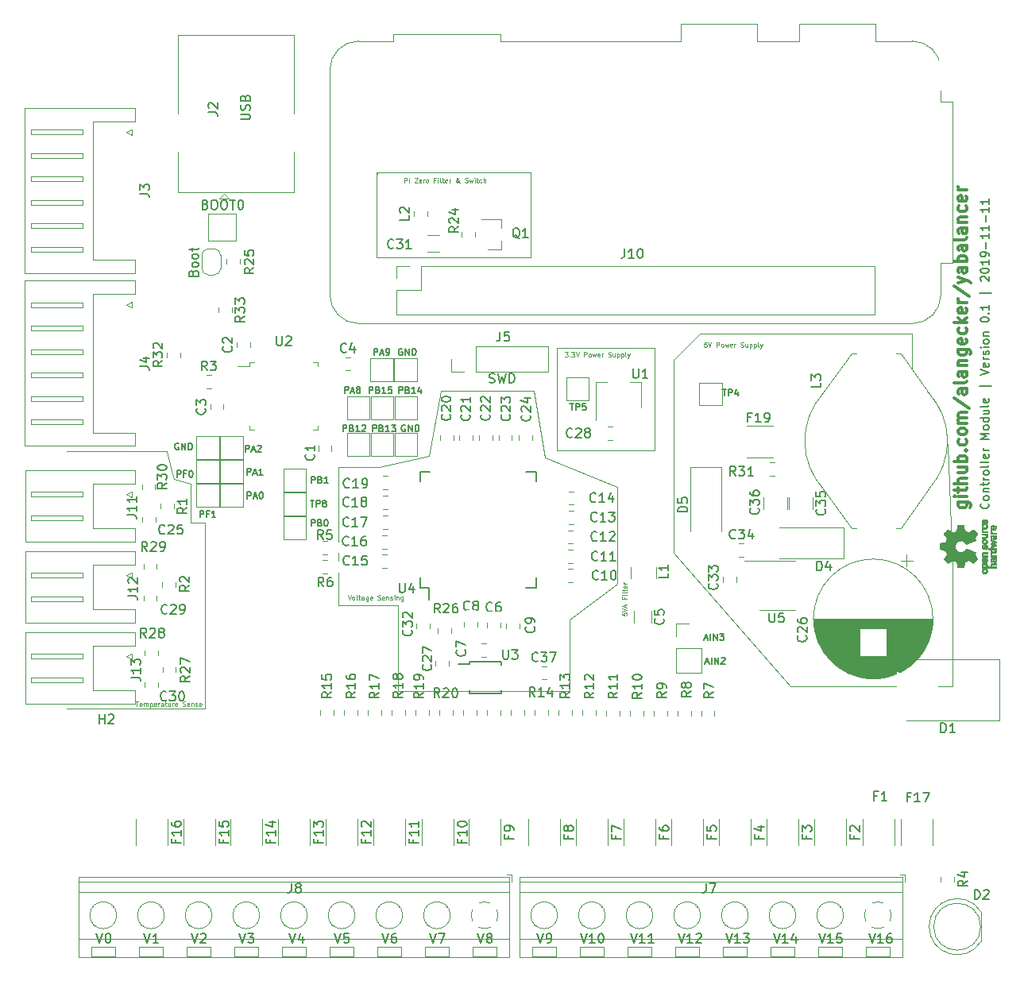
<source format=gbr>
%TF.GenerationSoftware,KiCad,Pcbnew,5.1.4*%
%TF.CreationDate,2019-11-11T16:17:41+01:00*%
%TF.ProjectId,main-board,6d61696e-2d62-46f6-9172-642e6b696361,rev?*%
%TF.SameCoordinates,Original*%
%TF.FileFunction,Legend,Top*%
%TF.FilePolarity,Positive*%
%FSLAX46Y46*%
G04 Gerber Fmt 4.6, Leading zero omitted, Abs format (unit mm)*
G04 Created by KiCad (PCBNEW 5.1.4) date 2019-11-11 16:17:41*
%MOMM*%
%LPD*%
G04 APERTURE LIST*
%ADD10C,0.175000*%
%ADD11C,0.125000*%
%ADD12C,0.120000*%
%ADD13C,0.150000*%
%ADD14C,0.300000*%
%ADD15C,0.010000*%
%ADD16C,2.634420*%
%ADD17C,0.100000*%
%ADD18C,1.077000*%
%ADD19O,2.102000X1.802000*%
%ADD20C,1.802000*%
%ADD21C,0.752000*%
%ADD22R,1.502000X0.402000*%
%ADD23C,1.252000*%
%ADD24C,1.402000*%
%ADD25C,1.527000*%
%ADD26O,2.052000X1.802000*%
%ADD27C,5.702000*%
%ADD28C,2.502000*%
%ADD29R,2.502000X2.502000*%
%ADD30R,1.602000X0.402000*%
%ADD31R,0.402000X1.602000*%
%ADD32R,2.102000X2.102000*%
%ADD33O,1.802000X1.802000*%
%ADD34R,1.802000X1.802000*%
%ADD35C,0.402000*%
%ADD36R,1.902000X3.602000*%
%ADD37R,3.102000X4.102000*%
%ADD38R,3.602000X1.902000*%
%ADD39C,0.500000*%
%ADD40C,1.352000*%
%ADD41R,2.602000X2.602000*%
%ADD42R,1.002000X0.902000*%
%ADD43C,1.902000*%
%ADD44R,1.902000X1.902000*%
%ADD45C,3.602000*%
%ADD46C,6.000000*%
%ADD47C,1.102000*%
%ADD48R,2.302000X1.942000*%
%ADD49R,1.102000X1.602000*%
%ADD50R,1.102000X1.902000*%
%ADD51C,0.952000*%
%ADD52C,2.202000*%
%ADD53R,2.202000X2.202000*%
G04 APERTURE END LIST*
D10*
X161018666Y-109717666D02*
X161352000Y-109717666D01*
X160952000Y-109917666D02*
X161185333Y-109217666D01*
X161418666Y-109917666D01*
X161652000Y-109917666D02*
X161652000Y-109217666D01*
X161985333Y-109917666D02*
X161985333Y-109217666D01*
X162385333Y-109917666D01*
X162385333Y-109217666D01*
X162652000Y-109217666D02*
X163085333Y-109217666D01*
X162852000Y-109484333D01*
X162952000Y-109484333D01*
X163018666Y-109517666D01*
X163052000Y-109551000D01*
X163085333Y-109617666D01*
X163085333Y-109784333D01*
X163052000Y-109851000D01*
X163018666Y-109884333D01*
X162952000Y-109917666D01*
X162752000Y-109917666D01*
X162685333Y-109884333D01*
X162652000Y-109851000D01*
X161145666Y-112257666D02*
X161479000Y-112257666D01*
X161079000Y-112457666D02*
X161312333Y-111757666D01*
X161545666Y-112457666D01*
X161779000Y-112457666D02*
X161779000Y-111757666D01*
X162112333Y-112457666D02*
X162112333Y-111757666D01*
X162512333Y-112457666D01*
X162512333Y-111757666D01*
X162812333Y-111824333D02*
X162845666Y-111791000D01*
X162912333Y-111757666D01*
X163079000Y-111757666D01*
X163145666Y-111791000D01*
X163179000Y-111824333D01*
X163212333Y-111891000D01*
X163212333Y-111957666D01*
X163179000Y-112057666D01*
X162779000Y-112457666D01*
X163212333Y-112457666D01*
D11*
X152253190Y-107013190D02*
X152253190Y-107251285D01*
X152491285Y-107275095D01*
X152467476Y-107251285D01*
X152443666Y-107203666D01*
X152443666Y-107084619D01*
X152467476Y-107037000D01*
X152491285Y-107013190D01*
X152538904Y-106989380D01*
X152657952Y-106989380D01*
X152705571Y-107013190D01*
X152729380Y-107037000D01*
X152753190Y-107084619D01*
X152753190Y-107203666D01*
X152729380Y-107251285D01*
X152705571Y-107275095D01*
X152253190Y-106846523D02*
X152753190Y-106679857D01*
X152253190Y-106513190D01*
X152610333Y-106370333D02*
X152610333Y-106132238D01*
X152753190Y-106417952D02*
X152253190Y-106251285D01*
X152753190Y-106084619D01*
X152491285Y-105370333D02*
X152491285Y-105537000D01*
X152753190Y-105537000D02*
X152253190Y-105537000D01*
X152253190Y-105298904D01*
X152753190Y-105108428D02*
X152419857Y-105108428D01*
X152253190Y-105108428D02*
X152277000Y-105132238D01*
X152300809Y-105108428D01*
X152277000Y-105084619D01*
X152253190Y-105108428D01*
X152300809Y-105108428D01*
X152753190Y-104798904D02*
X152729380Y-104846523D01*
X152681761Y-104870333D01*
X152253190Y-104870333D01*
X152419857Y-104679857D02*
X152419857Y-104489380D01*
X152253190Y-104608428D02*
X152681761Y-104608428D01*
X152729380Y-104584619D01*
X152753190Y-104537000D01*
X152753190Y-104489380D01*
X152729380Y-104132238D02*
X152753190Y-104179857D01*
X152753190Y-104275095D01*
X152729380Y-104322714D01*
X152681761Y-104346523D01*
X152491285Y-104346523D01*
X152443666Y-104322714D01*
X152419857Y-104275095D01*
X152419857Y-104179857D01*
X152443666Y-104132238D01*
X152491285Y-104108428D01*
X152538904Y-104108428D01*
X152586523Y-104346523D01*
X152753190Y-103894142D02*
X152419857Y-103894142D01*
X152515095Y-103894142D02*
X152467476Y-103870333D01*
X152443666Y-103846523D01*
X152419857Y-103798904D01*
X152419857Y-103751285D01*
X123007809Y-105136190D02*
X123174476Y-105636190D01*
X123341142Y-105136190D01*
X123579238Y-105636190D02*
X123531619Y-105612380D01*
X123507809Y-105588571D01*
X123484000Y-105540952D01*
X123484000Y-105398095D01*
X123507809Y-105350476D01*
X123531619Y-105326666D01*
X123579238Y-105302857D01*
X123650666Y-105302857D01*
X123698285Y-105326666D01*
X123722095Y-105350476D01*
X123745904Y-105398095D01*
X123745904Y-105540952D01*
X123722095Y-105588571D01*
X123698285Y-105612380D01*
X123650666Y-105636190D01*
X123579238Y-105636190D01*
X124031619Y-105636190D02*
X123984000Y-105612380D01*
X123960190Y-105564761D01*
X123960190Y-105136190D01*
X124150666Y-105302857D02*
X124341142Y-105302857D01*
X124222095Y-105136190D02*
X124222095Y-105564761D01*
X124245904Y-105612380D01*
X124293523Y-105636190D01*
X124341142Y-105636190D01*
X124722095Y-105636190D02*
X124722095Y-105374285D01*
X124698285Y-105326666D01*
X124650666Y-105302857D01*
X124555428Y-105302857D01*
X124507809Y-105326666D01*
X124722095Y-105612380D02*
X124674476Y-105636190D01*
X124555428Y-105636190D01*
X124507809Y-105612380D01*
X124484000Y-105564761D01*
X124484000Y-105517142D01*
X124507809Y-105469523D01*
X124555428Y-105445714D01*
X124674476Y-105445714D01*
X124722095Y-105421904D01*
X125174476Y-105302857D02*
X125174476Y-105707619D01*
X125150666Y-105755238D01*
X125126857Y-105779047D01*
X125079238Y-105802857D01*
X125007809Y-105802857D01*
X124960190Y-105779047D01*
X125174476Y-105612380D02*
X125126857Y-105636190D01*
X125031619Y-105636190D01*
X124984000Y-105612380D01*
X124960190Y-105588571D01*
X124936380Y-105540952D01*
X124936380Y-105398095D01*
X124960190Y-105350476D01*
X124984000Y-105326666D01*
X125031619Y-105302857D01*
X125126857Y-105302857D01*
X125174476Y-105326666D01*
X125603047Y-105612380D02*
X125555428Y-105636190D01*
X125460190Y-105636190D01*
X125412571Y-105612380D01*
X125388761Y-105564761D01*
X125388761Y-105374285D01*
X125412571Y-105326666D01*
X125460190Y-105302857D01*
X125555428Y-105302857D01*
X125603047Y-105326666D01*
X125626857Y-105374285D01*
X125626857Y-105421904D01*
X125388761Y-105469523D01*
X126198285Y-105612380D02*
X126269714Y-105636190D01*
X126388761Y-105636190D01*
X126436380Y-105612380D01*
X126460190Y-105588571D01*
X126484000Y-105540952D01*
X126484000Y-105493333D01*
X126460190Y-105445714D01*
X126436380Y-105421904D01*
X126388761Y-105398095D01*
X126293523Y-105374285D01*
X126245904Y-105350476D01*
X126222095Y-105326666D01*
X126198285Y-105279047D01*
X126198285Y-105231428D01*
X126222095Y-105183809D01*
X126245904Y-105160000D01*
X126293523Y-105136190D01*
X126412571Y-105136190D01*
X126484000Y-105160000D01*
X126888761Y-105612380D02*
X126841142Y-105636190D01*
X126745904Y-105636190D01*
X126698285Y-105612380D01*
X126674476Y-105564761D01*
X126674476Y-105374285D01*
X126698285Y-105326666D01*
X126745904Y-105302857D01*
X126841142Y-105302857D01*
X126888761Y-105326666D01*
X126912571Y-105374285D01*
X126912571Y-105421904D01*
X126674476Y-105469523D01*
X127126857Y-105302857D02*
X127126857Y-105636190D01*
X127126857Y-105350476D02*
X127150666Y-105326666D01*
X127198285Y-105302857D01*
X127269714Y-105302857D01*
X127317333Y-105326666D01*
X127341142Y-105374285D01*
X127341142Y-105636190D01*
X127555428Y-105612380D02*
X127603047Y-105636190D01*
X127698285Y-105636190D01*
X127745904Y-105612380D01*
X127769714Y-105564761D01*
X127769714Y-105540952D01*
X127745904Y-105493333D01*
X127698285Y-105469523D01*
X127626857Y-105469523D01*
X127579238Y-105445714D01*
X127555428Y-105398095D01*
X127555428Y-105374285D01*
X127579238Y-105326666D01*
X127626857Y-105302857D01*
X127698285Y-105302857D01*
X127745904Y-105326666D01*
X127984000Y-105636190D02*
X127984000Y-105302857D01*
X127984000Y-105136190D02*
X127960190Y-105160000D01*
X127984000Y-105183809D01*
X128007809Y-105160000D01*
X127984000Y-105136190D01*
X127984000Y-105183809D01*
X128222095Y-105302857D02*
X128222095Y-105636190D01*
X128222095Y-105350476D02*
X128245904Y-105326666D01*
X128293523Y-105302857D01*
X128364952Y-105302857D01*
X128412571Y-105326666D01*
X128436380Y-105374285D01*
X128436380Y-105636190D01*
X128888761Y-105302857D02*
X128888761Y-105707619D01*
X128864952Y-105755238D01*
X128841142Y-105779047D01*
X128793523Y-105802857D01*
X128722095Y-105802857D01*
X128674476Y-105779047D01*
X128888761Y-105612380D02*
X128841142Y-105636190D01*
X128745904Y-105636190D01*
X128698285Y-105612380D01*
X128674476Y-105588571D01*
X128650666Y-105540952D01*
X128650666Y-105398095D01*
X128674476Y-105350476D01*
X128698285Y-105326666D01*
X128745904Y-105302857D01*
X128841142Y-105302857D01*
X128888761Y-105326666D01*
D12*
X128397000Y-106172000D02*
X128397000Y-115316000D01*
X122047000Y-106172000D02*
X128397000Y-106172000D01*
X146685000Y-107696000D02*
X151765000Y-103886000D01*
X146685000Y-115316000D02*
X146685000Y-107696000D01*
X126365000Y-91440000D02*
X122047000Y-91440000D01*
X131699000Y-90297000D02*
X126365000Y-91440000D01*
X132969000Y-83312000D02*
X131699000Y-90297000D01*
X142875000Y-83312000D02*
X132969000Y-83312000D01*
X144018000Y-90424000D02*
X142875000Y-83312000D01*
X151765000Y-93599000D02*
X144018000Y-90424000D01*
X151765000Y-103886000D02*
X151765000Y-93599000D01*
X128397000Y-115316000D02*
X146685000Y-115316000D01*
X122047000Y-91440000D02*
X122047000Y-106172000D01*
X103759000Y-89789000D02*
X93091000Y-89789000D01*
X104140000Y-91567000D02*
X103759000Y-89789000D01*
X104521000Y-92710000D02*
X104140000Y-91567000D01*
X106299000Y-93218000D02*
X104521000Y-92710000D01*
X106299000Y-97409000D02*
X106299000Y-93218000D01*
X107823000Y-97409000D02*
X106299000Y-97409000D01*
X107823000Y-117221000D02*
X107823000Y-97409000D01*
X93091000Y-117221000D02*
X107823000Y-117221000D01*
D11*
X100401085Y-116464590D02*
X100686800Y-116464590D01*
X100543942Y-116964590D02*
X100543942Y-116464590D01*
X101043942Y-116940780D02*
X100996323Y-116964590D01*
X100901085Y-116964590D01*
X100853466Y-116940780D01*
X100829657Y-116893161D01*
X100829657Y-116702685D01*
X100853466Y-116655066D01*
X100901085Y-116631257D01*
X100996323Y-116631257D01*
X101043942Y-116655066D01*
X101067752Y-116702685D01*
X101067752Y-116750304D01*
X100829657Y-116797923D01*
X101282038Y-116964590D02*
X101282038Y-116631257D01*
X101282038Y-116678876D02*
X101305847Y-116655066D01*
X101353466Y-116631257D01*
X101424895Y-116631257D01*
X101472514Y-116655066D01*
X101496323Y-116702685D01*
X101496323Y-116964590D01*
X101496323Y-116702685D02*
X101520133Y-116655066D01*
X101567752Y-116631257D01*
X101639180Y-116631257D01*
X101686800Y-116655066D01*
X101710609Y-116702685D01*
X101710609Y-116964590D01*
X101948704Y-116631257D02*
X101948704Y-117131257D01*
X101948704Y-116655066D02*
X101996323Y-116631257D01*
X102091561Y-116631257D01*
X102139180Y-116655066D01*
X102162990Y-116678876D01*
X102186800Y-116726495D01*
X102186800Y-116869352D01*
X102162990Y-116916971D01*
X102139180Y-116940780D01*
X102091561Y-116964590D01*
X101996323Y-116964590D01*
X101948704Y-116940780D01*
X102591561Y-116940780D02*
X102543942Y-116964590D01*
X102448704Y-116964590D01*
X102401085Y-116940780D01*
X102377276Y-116893161D01*
X102377276Y-116702685D01*
X102401085Y-116655066D01*
X102448704Y-116631257D01*
X102543942Y-116631257D01*
X102591561Y-116655066D01*
X102615371Y-116702685D01*
X102615371Y-116750304D01*
X102377276Y-116797923D01*
X102829657Y-116964590D02*
X102829657Y-116631257D01*
X102829657Y-116726495D02*
X102853466Y-116678876D01*
X102877276Y-116655066D01*
X102924895Y-116631257D01*
X102972514Y-116631257D01*
X103353466Y-116964590D02*
X103353466Y-116702685D01*
X103329657Y-116655066D01*
X103282038Y-116631257D01*
X103186800Y-116631257D01*
X103139180Y-116655066D01*
X103353466Y-116940780D02*
X103305847Y-116964590D01*
X103186800Y-116964590D01*
X103139180Y-116940780D01*
X103115371Y-116893161D01*
X103115371Y-116845542D01*
X103139180Y-116797923D01*
X103186800Y-116774114D01*
X103305847Y-116774114D01*
X103353466Y-116750304D01*
X103520133Y-116631257D02*
X103710609Y-116631257D01*
X103591561Y-116464590D02*
X103591561Y-116893161D01*
X103615371Y-116940780D01*
X103662990Y-116964590D01*
X103710609Y-116964590D01*
X104091561Y-116631257D02*
X104091561Y-116964590D01*
X103877276Y-116631257D02*
X103877276Y-116893161D01*
X103901085Y-116940780D01*
X103948704Y-116964590D01*
X104020133Y-116964590D01*
X104067752Y-116940780D01*
X104091561Y-116916971D01*
X104329657Y-116964590D02*
X104329657Y-116631257D01*
X104329657Y-116726495D02*
X104353466Y-116678876D01*
X104377276Y-116655066D01*
X104424895Y-116631257D01*
X104472514Y-116631257D01*
X104829657Y-116940780D02*
X104782038Y-116964590D01*
X104686800Y-116964590D01*
X104639180Y-116940780D01*
X104615371Y-116893161D01*
X104615371Y-116702685D01*
X104639180Y-116655066D01*
X104686800Y-116631257D01*
X104782038Y-116631257D01*
X104829657Y-116655066D01*
X104853466Y-116702685D01*
X104853466Y-116750304D01*
X104615371Y-116797923D01*
X105424895Y-116940780D02*
X105496323Y-116964590D01*
X105615371Y-116964590D01*
X105662990Y-116940780D01*
X105686800Y-116916971D01*
X105710609Y-116869352D01*
X105710609Y-116821733D01*
X105686800Y-116774114D01*
X105662990Y-116750304D01*
X105615371Y-116726495D01*
X105520133Y-116702685D01*
X105472514Y-116678876D01*
X105448704Y-116655066D01*
X105424895Y-116607447D01*
X105424895Y-116559828D01*
X105448704Y-116512209D01*
X105472514Y-116488400D01*
X105520133Y-116464590D01*
X105639180Y-116464590D01*
X105710609Y-116488400D01*
X106115371Y-116940780D02*
X106067752Y-116964590D01*
X105972514Y-116964590D01*
X105924895Y-116940780D01*
X105901085Y-116893161D01*
X105901085Y-116702685D01*
X105924895Y-116655066D01*
X105972514Y-116631257D01*
X106067752Y-116631257D01*
X106115371Y-116655066D01*
X106139180Y-116702685D01*
X106139180Y-116750304D01*
X105901085Y-116797923D01*
X106353466Y-116631257D02*
X106353466Y-116964590D01*
X106353466Y-116678876D02*
X106377276Y-116655066D01*
X106424895Y-116631257D01*
X106496323Y-116631257D01*
X106543942Y-116655066D01*
X106567752Y-116702685D01*
X106567752Y-116964590D01*
X106782038Y-116940780D02*
X106829657Y-116964590D01*
X106924895Y-116964590D01*
X106972514Y-116940780D01*
X106996323Y-116893161D01*
X106996323Y-116869352D01*
X106972514Y-116821733D01*
X106924895Y-116797923D01*
X106853466Y-116797923D01*
X106805847Y-116774114D01*
X106782038Y-116726495D01*
X106782038Y-116702685D01*
X106805847Y-116655066D01*
X106853466Y-116631257D01*
X106924895Y-116631257D01*
X106972514Y-116655066D01*
X107401085Y-116940780D02*
X107353466Y-116964590D01*
X107258228Y-116964590D01*
X107210609Y-116940780D01*
X107186800Y-116893161D01*
X107186800Y-116702685D01*
X107210609Y-116655066D01*
X107258228Y-116631257D01*
X107353466Y-116631257D01*
X107401085Y-116655066D01*
X107424895Y-116702685D01*
X107424895Y-116750304D01*
X107186800Y-116797923D01*
D12*
X145288000Y-78740000D02*
X145288000Y-79248000D01*
X155702000Y-78740000D02*
X145288000Y-78740000D01*
X155702000Y-89662000D02*
X155702000Y-78740000D01*
X145288000Y-89662000D02*
X155702000Y-89662000D01*
X145288000Y-79248000D02*
X145288000Y-89662000D01*
D11*
X146141714Y-79228190D02*
X146451238Y-79228190D01*
X146284571Y-79418666D01*
X146356000Y-79418666D01*
X146403619Y-79442476D01*
X146427428Y-79466285D01*
X146451238Y-79513904D01*
X146451238Y-79632952D01*
X146427428Y-79680571D01*
X146403619Y-79704380D01*
X146356000Y-79728190D01*
X146213142Y-79728190D01*
X146165523Y-79704380D01*
X146141714Y-79680571D01*
X146665523Y-79680571D02*
X146689333Y-79704380D01*
X146665523Y-79728190D01*
X146641714Y-79704380D01*
X146665523Y-79680571D01*
X146665523Y-79728190D01*
X146856000Y-79228190D02*
X147165523Y-79228190D01*
X146998857Y-79418666D01*
X147070285Y-79418666D01*
X147117904Y-79442476D01*
X147141714Y-79466285D01*
X147165523Y-79513904D01*
X147165523Y-79632952D01*
X147141714Y-79680571D01*
X147117904Y-79704380D01*
X147070285Y-79728190D01*
X146927428Y-79728190D01*
X146879809Y-79704380D01*
X146856000Y-79680571D01*
X147308380Y-79228190D02*
X147475047Y-79728190D01*
X147641714Y-79228190D01*
X148189333Y-79728190D02*
X148189333Y-79228190D01*
X148379809Y-79228190D01*
X148427428Y-79252000D01*
X148451238Y-79275809D01*
X148475047Y-79323428D01*
X148475047Y-79394857D01*
X148451238Y-79442476D01*
X148427428Y-79466285D01*
X148379809Y-79490095D01*
X148189333Y-79490095D01*
X148760761Y-79728190D02*
X148713142Y-79704380D01*
X148689333Y-79680571D01*
X148665523Y-79632952D01*
X148665523Y-79490095D01*
X148689333Y-79442476D01*
X148713142Y-79418666D01*
X148760761Y-79394857D01*
X148832190Y-79394857D01*
X148879809Y-79418666D01*
X148903619Y-79442476D01*
X148927428Y-79490095D01*
X148927428Y-79632952D01*
X148903619Y-79680571D01*
X148879809Y-79704380D01*
X148832190Y-79728190D01*
X148760761Y-79728190D01*
X149094095Y-79394857D02*
X149189333Y-79728190D01*
X149284571Y-79490095D01*
X149379809Y-79728190D01*
X149475047Y-79394857D01*
X149856000Y-79704380D02*
X149808380Y-79728190D01*
X149713142Y-79728190D01*
X149665523Y-79704380D01*
X149641714Y-79656761D01*
X149641714Y-79466285D01*
X149665523Y-79418666D01*
X149713142Y-79394857D01*
X149808380Y-79394857D01*
X149856000Y-79418666D01*
X149879809Y-79466285D01*
X149879809Y-79513904D01*
X149641714Y-79561523D01*
X150094095Y-79728190D02*
X150094095Y-79394857D01*
X150094095Y-79490095D02*
X150117904Y-79442476D01*
X150141714Y-79418666D01*
X150189333Y-79394857D01*
X150236952Y-79394857D01*
X150760761Y-79704380D02*
X150832190Y-79728190D01*
X150951238Y-79728190D01*
X150998857Y-79704380D01*
X151022666Y-79680571D01*
X151046476Y-79632952D01*
X151046476Y-79585333D01*
X151022666Y-79537714D01*
X150998857Y-79513904D01*
X150951238Y-79490095D01*
X150856000Y-79466285D01*
X150808380Y-79442476D01*
X150784571Y-79418666D01*
X150760761Y-79371047D01*
X150760761Y-79323428D01*
X150784571Y-79275809D01*
X150808380Y-79252000D01*
X150856000Y-79228190D01*
X150975047Y-79228190D01*
X151046476Y-79252000D01*
X151475047Y-79394857D02*
X151475047Y-79728190D01*
X151260761Y-79394857D02*
X151260761Y-79656761D01*
X151284571Y-79704380D01*
X151332190Y-79728190D01*
X151403619Y-79728190D01*
X151451238Y-79704380D01*
X151475047Y-79680571D01*
X151713142Y-79394857D02*
X151713142Y-79894857D01*
X151713142Y-79418666D02*
X151760761Y-79394857D01*
X151856000Y-79394857D01*
X151903619Y-79418666D01*
X151927428Y-79442476D01*
X151951238Y-79490095D01*
X151951238Y-79632952D01*
X151927428Y-79680571D01*
X151903619Y-79704380D01*
X151856000Y-79728190D01*
X151760761Y-79728190D01*
X151713142Y-79704380D01*
X152165523Y-79394857D02*
X152165523Y-79894857D01*
X152165523Y-79418666D02*
X152213142Y-79394857D01*
X152308380Y-79394857D01*
X152356000Y-79418666D01*
X152379809Y-79442476D01*
X152403619Y-79490095D01*
X152403619Y-79632952D01*
X152379809Y-79680571D01*
X152356000Y-79704380D01*
X152308380Y-79728190D01*
X152213142Y-79728190D01*
X152165523Y-79704380D01*
X152689333Y-79728190D02*
X152641714Y-79704380D01*
X152617904Y-79656761D01*
X152617904Y-79228190D01*
X152832190Y-79394857D02*
X152951238Y-79728190D01*
X153070285Y-79394857D02*
X152951238Y-79728190D01*
X152903619Y-79847238D01*
X152879809Y-79871047D01*
X152832190Y-79894857D01*
X161262571Y-78161390D02*
X161024476Y-78161390D01*
X161000666Y-78399485D01*
X161024476Y-78375676D01*
X161072095Y-78351866D01*
X161191142Y-78351866D01*
X161238761Y-78375676D01*
X161262571Y-78399485D01*
X161286380Y-78447104D01*
X161286380Y-78566152D01*
X161262571Y-78613771D01*
X161238761Y-78637580D01*
X161191142Y-78661390D01*
X161072095Y-78661390D01*
X161024476Y-78637580D01*
X161000666Y-78613771D01*
X161429238Y-78161390D02*
X161595904Y-78661390D01*
X161762571Y-78161390D01*
X162310190Y-78661390D02*
X162310190Y-78161390D01*
X162500666Y-78161390D01*
X162548285Y-78185200D01*
X162572095Y-78209009D01*
X162595904Y-78256628D01*
X162595904Y-78328057D01*
X162572095Y-78375676D01*
X162548285Y-78399485D01*
X162500666Y-78423295D01*
X162310190Y-78423295D01*
X162881619Y-78661390D02*
X162834000Y-78637580D01*
X162810190Y-78613771D01*
X162786380Y-78566152D01*
X162786380Y-78423295D01*
X162810190Y-78375676D01*
X162834000Y-78351866D01*
X162881619Y-78328057D01*
X162953047Y-78328057D01*
X163000666Y-78351866D01*
X163024476Y-78375676D01*
X163048285Y-78423295D01*
X163048285Y-78566152D01*
X163024476Y-78613771D01*
X163000666Y-78637580D01*
X162953047Y-78661390D01*
X162881619Y-78661390D01*
X163214952Y-78328057D02*
X163310190Y-78661390D01*
X163405428Y-78423295D01*
X163500666Y-78661390D01*
X163595904Y-78328057D01*
X163976857Y-78637580D02*
X163929238Y-78661390D01*
X163834000Y-78661390D01*
X163786380Y-78637580D01*
X163762571Y-78589961D01*
X163762571Y-78399485D01*
X163786380Y-78351866D01*
X163834000Y-78328057D01*
X163929238Y-78328057D01*
X163976857Y-78351866D01*
X164000666Y-78399485D01*
X164000666Y-78447104D01*
X163762571Y-78494723D01*
X164214952Y-78661390D02*
X164214952Y-78328057D01*
X164214952Y-78423295D02*
X164238761Y-78375676D01*
X164262571Y-78351866D01*
X164310190Y-78328057D01*
X164357809Y-78328057D01*
X164881619Y-78637580D02*
X164953047Y-78661390D01*
X165072095Y-78661390D01*
X165119714Y-78637580D01*
X165143523Y-78613771D01*
X165167333Y-78566152D01*
X165167333Y-78518533D01*
X165143523Y-78470914D01*
X165119714Y-78447104D01*
X165072095Y-78423295D01*
X164976857Y-78399485D01*
X164929238Y-78375676D01*
X164905428Y-78351866D01*
X164881619Y-78304247D01*
X164881619Y-78256628D01*
X164905428Y-78209009D01*
X164929238Y-78185200D01*
X164976857Y-78161390D01*
X165095904Y-78161390D01*
X165167333Y-78185200D01*
X165595904Y-78328057D02*
X165595904Y-78661390D01*
X165381619Y-78328057D02*
X165381619Y-78589961D01*
X165405428Y-78637580D01*
X165453047Y-78661390D01*
X165524476Y-78661390D01*
X165572095Y-78637580D01*
X165595904Y-78613771D01*
X165834000Y-78328057D02*
X165834000Y-78828057D01*
X165834000Y-78351866D02*
X165881619Y-78328057D01*
X165976857Y-78328057D01*
X166024476Y-78351866D01*
X166048285Y-78375676D01*
X166072095Y-78423295D01*
X166072095Y-78566152D01*
X166048285Y-78613771D01*
X166024476Y-78637580D01*
X165976857Y-78661390D01*
X165881619Y-78661390D01*
X165834000Y-78637580D01*
X166286380Y-78328057D02*
X166286380Y-78828057D01*
X166286380Y-78351866D02*
X166334000Y-78328057D01*
X166429238Y-78328057D01*
X166476857Y-78351866D01*
X166500666Y-78375676D01*
X166524476Y-78423295D01*
X166524476Y-78566152D01*
X166500666Y-78613771D01*
X166476857Y-78637580D01*
X166429238Y-78661390D01*
X166334000Y-78661390D01*
X166286380Y-78637580D01*
X166810190Y-78661390D02*
X166762571Y-78637580D01*
X166738761Y-78589961D01*
X166738761Y-78161390D01*
X166953047Y-78328057D02*
X167072095Y-78661390D01*
X167191142Y-78328057D02*
X167072095Y-78661390D01*
X167024476Y-78780438D01*
X167000666Y-78804247D01*
X166953047Y-78828057D01*
D12*
X157734000Y-80010000D02*
X157734000Y-93472000D01*
X160528000Y-77216000D02*
X157734000Y-80010000D01*
X183134000Y-77216000D02*
X160528000Y-77216000D01*
X183134000Y-81026000D02*
X183134000Y-77216000D01*
X187452000Y-102108000D02*
X186944000Y-89027000D01*
X187452000Y-114808000D02*
X187452000Y-102108000D01*
X170180000Y-114808000D02*
X187452000Y-114808000D01*
X157734000Y-100584000D02*
X170180000Y-114808000D01*
X157734000Y-93472000D02*
X157734000Y-100584000D01*
D13*
X178546285Y-141184380D02*
X178879619Y-142184380D01*
X179212952Y-141184380D01*
X180070095Y-142184380D02*
X179498666Y-142184380D01*
X179784380Y-142184380D02*
X179784380Y-141184380D01*
X179689142Y-141327238D01*
X179593904Y-141422476D01*
X179498666Y-141470095D01*
X180927238Y-141184380D02*
X180736761Y-141184380D01*
X180641523Y-141232000D01*
X180593904Y-141279619D01*
X180498666Y-141422476D01*
X180451047Y-141612952D01*
X180451047Y-141993904D01*
X180498666Y-142089142D01*
X180546285Y-142136761D01*
X180641523Y-142184380D01*
X180832000Y-142184380D01*
X180927238Y-142136761D01*
X180974857Y-142089142D01*
X181022476Y-141993904D01*
X181022476Y-141755809D01*
X180974857Y-141660571D01*
X180927238Y-141612952D01*
X180832000Y-141565333D01*
X180641523Y-141565333D01*
X180546285Y-141612952D01*
X180498666Y-141660571D01*
X180451047Y-141755809D01*
X173212285Y-141184380D02*
X173545619Y-142184380D01*
X173878952Y-141184380D01*
X174736095Y-142184380D02*
X174164666Y-142184380D01*
X174450380Y-142184380D02*
X174450380Y-141184380D01*
X174355142Y-141327238D01*
X174259904Y-141422476D01*
X174164666Y-141470095D01*
X175640857Y-141184380D02*
X175164666Y-141184380D01*
X175117047Y-141660571D01*
X175164666Y-141612952D01*
X175259904Y-141565333D01*
X175498000Y-141565333D01*
X175593238Y-141612952D01*
X175640857Y-141660571D01*
X175688476Y-141755809D01*
X175688476Y-141993904D01*
X175640857Y-142089142D01*
X175593238Y-142136761D01*
X175498000Y-142184380D01*
X175259904Y-142184380D01*
X175164666Y-142136761D01*
X175117047Y-142089142D01*
X168386285Y-141184380D02*
X168719619Y-142184380D01*
X169052952Y-141184380D01*
X169910095Y-142184380D02*
X169338666Y-142184380D01*
X169624380Y-142184380D02*
X169624380Y-141184380D01*
X169529142Y-141327238D01*
X169433904Y-141422476D01*
X169338666Y-141470095D01*
X170767238Y-141517714D02*
X170767238Y-142184380D01*
X170529142Y-141136761D02*
X170291047Y-141851047D01*
X170910095Y-141851047D01*
X163306285Y-141184380D02*
X163639619Y-142184380D01*
X163972952Y-141184380D01*
X164830095Y-142184380D02*
X164258666Y-142184380D01*
X164544380Y-142184380D02*
X164544380Y-141184380D01*
X164449142Y-141327238D01*
X164353904Y-141422476D01*
X164258666Y-141470095D01*
X165163428Y-141184380D02*
X165782476Y-141184380D01*
X165449142Y-141565333D01*
X165592000Y-141565333D01*
X165687238Y-141612952D01*
X165734857Y-141660571D01*
X165782476Y-141755809D01*
X165782476Y-141993904D01*
X165734857Y-142089142D01*
X165687238Y-142136761D01*
X165592000Y-142184380D01*
X165306285Y-142184380D01*
X165211047Y-142136761D01*
X165163428Y-142089142D01*
X158226285Y-141184380D02*
X158559619Y-142184380D01*
X158892952Y-141184380D01*
X159750095Y-142184380D02*
X159178666Y-142184380D01*
X159464380Y-142184380D02*
X159464380Y-141184380D01*
X159369142Y-141327238D01*
X159273904Y-141422476D01*
X159178666Y-141470095D01*
X160131047Y-141279619D02*
X160178666Y-141232000D01*
X160273904Y-141184380D01*
X160512000Y-141184380D01*
X160607238Y-141232000D01*
X160654857Y-141279619D01*
X160702476Y-141374857D01*
X160702476Y-141470095D01*
X160654857Y-141612952D01*
X160083428Y-142184380D01*
X160702476Y-142184380D01*
X153146285Y-141184380D02*
X153479619Y-142184380D01*
X153812952Y-141184380D01*
X154670095Y-142184380D02*
X154098666Y-142184380D01*
X154384380Y-142184380D02*
X154384380Y-141184380D01*
X154289142Y-141327238D01*
X154193904Y-141422476D01*
X154098666Y-141470095D01*
X155622476Y-142184380D02*
X155051047Y-142184380D01*
X155336761Y-142184380D02*
X155336761Y-141184380D01*
X155241523Y-141327238D01*
X155146285Y-141422476D01*
X155051047Y-141470095D01*
X147812285Y-141184380D02*
X148145619Y-142184380D01*
X148478952Y-141184380D01*
X149336095Y-142184380D02*
X148764666Y-142184380D01*
X149050380Y-142184380D02*
X149050380Y-141184380D01*
X148955142Y-141327238D01*
X148859904Y-141422476D01*
X148764666Y-141470095D01*
X149955142Y-141184380D02*
X150050380Y-141184380D01*
X150145619Y-141232000D01*
X150193238Y-141279619D01*
X150240857Y-141374857D01*
X150288476Y-141565333D01*
X150288476Y-141803428D01*
X150240857Y-141993904D01*
X150193238Y-142089142D01*
X150145619Y-142136761D01*
X150050380Y-142184380D01*
X149955142Y-142184380D01*
X149859904Y-142136761D01*
X149812285Y-142089142D01*
X149764666Y-141993904D01*
X149717047Y-141803428D01*
X149717047Y-141565333D01*
X149764666Y-141374857D01*
X149812285Y-141279619D01*
X149859904Y-141232000D01*
X149955142Y-141184380D01*
X143208476Y-141184380D02*
X143541809Y-142184380D01*
X143875142Y-141184380D01*
X144256095Y-142184380D02*
X144446571Y-142184380D01*
X144541809Y-142136761D01*
X144589428Y-142089142D01*
X144684666Y-141946285D01*
X144732285Y-141755809D01*
X144732285Y-141374857D01*
X144684666Y-141279619D01*
X144637047Y-141232000D01*
X144541809Y-141184380D01*
X144351333Y-141184380D01*
X144256095Y-141232000D01*
X144208476Y-141279619D01*
X144160857Y-141374857D01*
X144160857Y-141612952D01*
X144208476Y-141708190D01*
X144256095Y-141755809D01*
X144351333Y-141803428D01*
X144541809Y-141803428D01*
X144637047Y-141755809D01*
X144684666Y-141708190D01*
X144732285Y-141612952D01*
X136858476Y-141184380D02*
X137191809Y-142184380D01*
X137525142Y-141184380D01*
X138001333Y-141612952D02*
X137906095Y-141565333D01*
X137858476Y-141517714D01*
X137810857Y-141422476D01*
X137810857Y-141374857D01*
X137858476Y-141279619D01*
X137906095Y-141232000D01*
X138001333Y-141184380D01*
X138191809Y-141184380D01*
X138287047Y-141232000D01*
X138334666Y-141279619D01*
X138382285Y-141374857D01*
X138382285Y-141422476D01*
X138334666Y-141517714D01*
X138287047Y-141565333D01*
X138191809Y-141612952D01*
X138001333Y-141612952D01*
X137906095Y-141660571D01*
X137858476Y-141708190D01*
X137810857Y-141803428D01*
X137810857Y-141993904D01*
X137858476Y-142089142D01*
X137906095Y-142136761D01*
X138001333Y-142184380D01*
X138191809Y-142184380D01*
X138287047Y-142136761D01*
X138334666Y-142089142D01*
X138382285Y-141993904D01*
X138382285Y-141803428D01*
X138334666Y-141708190D01*
X138287047Y-141660571D01*
X138191809Y-141612952D01*
X131778476Y-141184380D02*
X132111809Y-142184380D01*
X132445142Y-141184380D01*
X132683238Y-141184380D02*
X133349904Y-141184380D01*
X132921333Y-142184380D01*
X126698476Y-141184380D02*
X127031809Y-142184380D01*
X127365142Y-141184380D01*
X128127047Y-141184380D02*
X127936571Y-141184380D01*
X127841333Y-141232000D01*
X127793714Y-141279619D01*
X127698476Y-141422476D01*
X127650857Y-141612952D01*
X127650857Y-141993904D01*
X127698476Y-142089142D01*
X127746095Y-142136761D01*
X127841333Y-142184380D01*
X128031809Y-142184380D01*
X128127047Y-142136761D01*
X128174666Y-142089142D01*
X128222285Y-141993904D01*
X128222285Y-141755809D01*
X128174666Y-141660571D01*
X128127047Y-141612952D01*
X128031809Y-141565333D01*
X127841333Y-141565333D01*
X127746095Y-141612952D01*
X127698476Y-141660571D01*
X127650857Y-141755809D01*
X121618476Y-141184380D02*
X121951809Y-142184380D01*
X122285142Y-141184380D01*
X123094666Y-141184380D02*
X122618476Y-141184380D01*
X122570857Y-141660571D01*
X122618476Y-141612952D01*
X122713714Y-141565333D01*
X122951809Y-141565333D01*
X123047047Y-141612952D01*
X123094666Y-141660571D01*
X123142285Y-141755809D01*
X123142285Y-141993904D01*
X123094666Y-142089142D01*
X123047047Y-142136761D01*
X122951809Y-142184380D01*
X122713714Y-142184380D01*
X122618476Y-142136761D01*
X122570857Y-142089142D01*
X116792476Y-141184380D02*
X117125809Y-142184380D01*
X117459142Y-141184380D01*
X118221047Y-141517714D02*
X118221047Y-142184380D01*
X117982952Y-141136761D02*
X117744857Y-141851047D01*
X118363904Y-141851047D01*
X111458476Y-141184380D02*
X111791809Y-142184380D01*
X112125142Y-141184380D01*
X112363238Y-141184380D02*
X112982285Y-141184380D01*
X112648952Y-141565333D01*
X112791809Y-141565333D01*
X112887047Y-141612952D01*
X112934666Y-141660571D01*
X112982285Y-141755809D01*
X112982285Y-141993904D01*
X112934666Y-142089142D01*
X112887047Y-142136761D01*
X112791809Y-142184380D01*
X112506095Y-142184380D01*
X112410857Y-142136761D01*
X112363238Y-142089142D01*
X106378476Y-141184380D02*
X106711809Y-142184380D01*
X107045142Y-141184380D01*
X107330857Y-141279619D02*
X107378476Y-141232000D01*
X107473714Y-141184380D01*
X107711809Y-141184380D01*
X107807047Y-141232000D01*
X107854666Y-141279619D01*
X107902285Y-141374857D01*
X107902285Y-141470095D01*
X107854666Y-141612952D01*
X107283238Y-142184380D01*
X107902285Y-142184380D01*
X101298476Y-141184380D02*
X101631809Y-142184380D01*
X101965142Y-141184380D01*
X102822285Y-142184380D02*
X102250857Y-142184380D01*
X102536571Y-142184380D02*
X102536571Y-141184380D01*
X102441333Y-141327238D01*
X102346095Y-141422476D01*
X102250857Y-141470095D01*
X96218476Y-141184380D02*
X96551809Y-142184380D01*
X96885142Y-141184380D01*
X97408952Y-141184380D02*
X97504190Y-141184380D01*
X97599428Y-141232000D01*
X97647047Y-141279619D01*
X97694666Y-141374857D01*
X97742285Y-141565333D01*
X97742285Y-141803428D01*
X97694666Y-141993904D01*
X97647047Y-142089142D01*
X97599428Y-142136761D01*
X97504190Y-142184380D01*
X97408952Y-142184380D01*
X97313714Y-142136761D01*
X97266095Y-142089142D01*
X97218476Y-141993904D01*
X97170857Y-141803428D01*
X97170857Y-141565333D01*
X97218476Y-141374857D01*
X97266095Y-141279619D01*
X97313714Y-141232000D01*
X97408952Y-141184380D01*
D12*
X126111000Y-60071000D02*
X126136400Y-60198000D01*
X142494000Y-60071000D02*
X126111000Y-60071000D01*
X142494000Y-69113400D02*
X142494000Y-60071000D01*
X126111000Y-69113400D02*
X142494000Y-69113400D01*
X126111000Y-60172600D02*
X126111000Y-69113400D01*
D11*
X129042066Y-61135390D02*
X129042066Y-60635390D01*
X129232542Y-60635390D01*
X129280161Y-60659200D01*
X129303971Y-60683009D01*
X129327780Y-60730628D01*
X129327780Y-60802057D01*
X129303971Y-60849676D01*
X129280161Y-60873485D01*
X129232542Y-60897295D01*
X129042066Y-60897295D01*
X129542066Y-61135390D02*
X129542066Y-60802057D01*
X129542066Y-60635390D02*
X129518257Y-60659200D01*
X129542066Y-60683009D01*
X129565876Y-60659200D01*
X129542066Y-60635390D01*
X129542066Y-60683009D01*
X130113495Y-60635390D02*
X130446828Y-60635390D01*
X130113495Y-61135390D01*
X130446828Y-61135390D01*
X130827780Y-61111580D02*
X130780161Y-61135390D01*
X130684923Y-61135390D01*
X130637304Y-61111580D01*
X130613495Y-61063961D01*
X130613495Y-60873485D01*
X130637304Y-60825866D01*
X130684923Y-60802057D01*
X130780161Y-60802057D01*
X130827780Y-60825866D01*
X130851590Y-60873485D01*
X130851590Y-60921104D01*
X130613495Y-60968723D01*
X131065876Y-61135390D02*
X131065876Y-60802057D01*
X131065876Y-60897295D02*
X131089685Y-60849676D01*
X131113495Y-60825866D01*
X131161114Y-60802057D01*
X131208733Y-60802057D01*
X131446828Y-61135390D02*
X131399209Y-61111580D01*
X131375400Y-61087771D01*
X131351590Y-61040152D01*
X131351590Y-60897295D01*
X131375400Y-60849676D01*
X131399209Y-60825866D01*
X131446828Y-60802057D01*
X131518257Y-60802057D01*
X131565876Y-60825866D01*
X131589685Y-60849676D01*
X131613495Y-60897295D01*
X131613495Y-61040152D01*
X131589685Y-61087771D01*
X131565876Y-61111580D01*
X131518257Y-61135390D01*
X131446828Y-61135390D01*
X132375400Y-60873485D02*
X132208733Y-60873485D01*
X132208733Y-61135390D02*
X132208733Y-60635390D01*
X132446828Y-60635390D01*
X132637304Y-61135390D02*
X132637304Y-60802057D01*
X132637304Y-60635390D02*
X132613495Y-60659200D01*
X132637304Y-60683009D01*
X132661114Y-60659200D01*
X132637304Y-60635390D01*
X132637304Y-60683009D01*
X132946828Y-61135390D02*
X132899209Y-61111580D01*
X132875400Y-61063961D01*
X132875400Y-60635390D01*
X133065876Y-60802057D02*
X133256352Y-60802057D01*
X133137304Y-60635390D02*
X133137304Y-61063961D01*
X133161114Y-61111580D01*
X133208733Y-61135390D01*
X133256352Y-61135390D01*
X133613495Y-61111580D02*
X133565876Y-61135390D01*
X133470638Y-61135390D01*
X133423019Y-61111580D01*
X133399209Y-61063961D01*
X133399209Y-60873485D01*
X133423019Y-60825866D01*
X133470638Y-60802057D01*
X133565876Y-60802057D01*
X133613495Y-60825866D01*
X133637304Y-60873485D01*
X133637304Y-60921104D01*
X133399209Y-60968723D01*
X133851590Y-61135390D02*
X133851590Y-60802057D01*
X133851590Y-60897295D02*
X133875400Y-60849676D01*
X133899209Y-60825866D01*
X133946828Y-60802057D01*
X133994447Y-60802057D01*
X134946828Y-61135390D02*
X134923019Y-61135390D01*
X134875400Y-61111580D01*
X134803971Y-61040152D01*
X134684923Y-60897295D01*
X134637304Y-60825866D01*
X134613495Y-60754438D01*
X134613495Y-60706819D01*
X134637304Y-60659200D01*
X134684923Y-60635390D01*
X134708733Y-60635390D01*
X134756352Y-60659200D01*
X134780161Y-60706819D01*
X134780161Y-60730628D01*
X134756352Y-60778247D01*
X134732542Y-60802057D01*
X134589685Y-60897295D01*
X134565876Y-60921104D01*
X134542066Y-60968723D01*
X134542066Y-61040152D01*
X134565876Y-61087771D01*
X134589685Y-61111580D01*
X134637304Y-61135390D01*
X134708733Y-61135390D01*
X134756352Y-61111580D01*
X134780161Y-61087771D01*
X134851590Y-60992533D01*
X134875400Y-60921104D01*
X134875400Y-60873485D01*
X135518257Y-61111580D02*
X135589685Y-61135390D01*
X135708733Y-61135390D01*
X135756352Y-61111580D01*
X135780161Y-61087771D01*
X135803971Y-61040152D01*
X135803971Y-60992533D01*
X135780161Y-60944914D01*
X135756352Y-60921104D01*
X135708733Y-60897295D01*
X135613495Y-60873485D01*
X135565876Y-60849676D01*
X135542066Y-60825866D01*
X135518257Y-60778247D01*
X135518257Y-60730628D01*
X135542066Y-60683009D01*
X135565876Y-60659200D01*
X135613495Y-60635390D01*
X135732542Y-60635390D01*
X135803971Y-60659200D01*
X135970638Y-60802057D02*
X136065876Y-61135390D01*
X136161114Y-60897295D01*
X136256352Y-61135390D01*
X136351590Y-60802057D01*
X136542066Y-61135390D02*
X136542066Y-60802057D01*
X136542066Y-60635390D02*
X136518257Y-60659200D01*
X136542066Y-60683009D01*
X136565876Y-60659200D01*
X136542066Y-60635390D01*
X136542066Y-60683009D01*
X136708733Y-60802057D02*
X136899209Y-60802057D01*
X136780161Y-60635390D02*
X136780161Y-61063961D01*
X136803971Y-61111580D01*
X136851590Y-61135390D01*
X136899209Y-61135390D01*
X137280161Y-61111580D02*
X137232542Y-61135390D01*
X137137304Y-61135390D01*
X137089685Y-61111580D01*
X137065876Y-61087771D01*
X137042066Y-61040152D01*
X137042066Y-60897295D01*
X137065876Y-60849676D01*
X137089685Y-60825866D01*
X137137304Y-60802057D01*
X137232542Y-60802057D01*
X137280161Y-60825866D01*
X137494447Y-61135390D02*
X137494447Y-60635390D01*
X137708733Y-61135390D02*
X137708733Y-60873485D01*
X137684923Y-60825866D01*
X137637304Y-60802057D01*
X137565876Y-60802057D01*
X137518257Y-60825866D01*
X137494447Y-60849676D01*
D14*
X188087828Y-95201114D02*
X189140209Y-95201114D01*
X189264019Y-95263019D01*
X189325923Y-95324923D01*
X189387828Y-95448733D01*
X189387828Y-95634447D01*
X189325923Y-95758257D01*
X188892590Y-95201114D02*
X188954495Y-95324923D01*
X188954495Y-95572542D01*
X188892590Y-95696352D01*
X188830685Y-95758257D01*
X188706876Y-95820161D01*
X188335447Y-95820161D01*
X188211638Y-95758257D01*
X188149733Y-95696352D01*
X188087828Y-95572542D01*
X188087828Y-95324923D01*
X188149733Y-95201114D01*
X188954495Y-94582066D02*
X188087828Y-94582066D01*
X187654495Y-94582066D02*
X187716400Y-94643971D01*
X187778304Y-94582066D01*
X187716400Y-94520161D01*
X187654495Y-94582066D01*
X187778304Y-94582066D01*
X188087828Y-94148733D02*
X188087828Y-93653495D01*
X187654495Y-93963019D02*
X188768780Y-93963019D01*
X188892590Y-93901114D01*
X188954495Y-93777304D01*
X188954495Y-93653495D01*
X188954495Y-93220161D02*
X187654495Y-93220161D01*
X188954495Y-92663019D02*
X188273542Y-92663019D01*
X188149733Y-92724923D01*
X188087828Y-92848733D01*
X188087828Y-93034447D01*
X188149733Y-93158257D01*
X188211638Y-93220161D01*
X188087828Y-91486828D02*
X188954495Y-91486828D01*
X188087828Y-92043971D02*
X188768780Y-92043971D01*
X188892590Y-91982066D01*
X188954495Y-91858257D01*
X188954495Y-91672542D01*
X188892590Y-91548733D01*
X188830685Y-91486828D01*
X188954495Y-90867780D02*
X187654495Y-90867780D01*
X188149733Y-90867780D02*
X188087828Y-90743971D01*
X188087828Y-90496352D01*
X188149733Y-90372542D01*
X188211638Y-90310638D01*
X188335447Y-90248733D01*
X188706876Y-90248733D01*
X188830685Y-90310638D01*
X188892590Y-90372542D01*
X188954495Y-90496352D01*
X188954495Y-90743971D01*
X188892590Y-90867780D01*
X188830685Y-89691590D02*
X188892590Y-89629685D01*
X188954495Y-89691590D01*
X188892590Y-89753495D01*
X188830685Y-89691590D01*
X188954495Y-89691590D01*
X188892590Y-88515400D02*
X188954495Y-88639209D01*
X188954495Y-88886828D01*
X188892590Y-89010638D01*
X188830685Y-89072542D01*
X188706876Y-89134447D01*
X188335447Y-89134447D01*
X188211638Y-89072542D01*
X188149733Y-89010638D01*
X188087828Y-88886828D01*
X188087828Y-88639209D01*
X188149733Y-88515400D01*
X188954495Y-87772542D02*
X188892590Y-87896352D01*
X188830685Y-87958257D01*
X188706876Y-88020161D01*
X188335447Y-88020161D01*
X188211638Y-87958257D01*
X188149733Y-87896352D01*
X188087828Y-87772542D01*
X188087828Y-87586828D01*
X188149733Y-87463019D01*
X188211638Y-87401114D01*
X188335447Y-87339209D01*
X188706876Y-87339209D01*
X188830685Y-87401114D01*
X188892590Y-87463019D01*
X188954495Y-87586828D01*
X188954495Y-87772542D01*
X188954495Y-86782066D02*
X188087828Y-86782066D01*
X188211638Y-86782066D02*
X188149733Y-86720161D01*
X188087828Y-86596352D01*
X188087828Y-86410638D01*
X188149733Y-86286828D01*
X188273542Y-86224923D01*
X188954495Y-86224923D01*
X188273542Y-86224923D02*
X188149733Y-86163019D01*
X188087828Y-86039209D01*
X188087828Y-85853495D01*
X188149733Y-85729685D01*
X188273542Y-85667780D01*
X188954495Y-85667780D01*
X187592590Y-84120161D02*
X189264019Y-85234447D01*
X188954495Y-83129685D02*
X188273542Y-83129685D01*
X188149733Y-83191590D01*
X188087828Y-83315400D01*
X188087828Y-83563019D01*
X188149733Y-83686828D01*
X188892590Y-83129685D02*
X188954495Y-83253495D01*
X188954495Y-83563019D01*
X188892590Y-83686828D01*
X188768780Y-83748733D01*
X188644971Y-83748733D01*
X188521161Y-83686828D01*
X188459257Y-83563019D01*
X188459257Y-83253495D01*
X188397352Y-83129685D01*
X188954495Y-82324923D02*
X188892590Y-82448733D01*
X188768780Y-82510638D01*
X187654495Y-82510638D01*
X188954495Y-81272542D02*
X188273542Y-81272542D01*
X188149733Y-81334447D01*
X188087828Y-81458257D01*
X188087828Y-81705876D01*
X188149733Y-81829685D01*
X188892590Y-81272542D02*
X188954495Y-81396352D01*
X188954495Y-81705876D01*
X188892590Y-81829685D01*
X188768780Y-81891590D01*
X188644971Y-81891590D01*
X188521161Y-81829685D01*
X188459257Y-81705876D01*
X188459257Y-81396352D01*
X188397352Y-81272542D01*
X188087828Y-80653495D02*
X188954495Y-80653495D01*
X188211638Y-80653495D02*
X188149733Y-80591590D01*
X188087828Y-80467780D01*
X188087828Y-80282066D01*
X188149733Y-80158257D01*
X188273542Y-80096352D01*
X188954495Y-80096352D01*
X188087828Y-78920161D02*
X189140209Y-78920161D01*
X189264019Y-78982066D01*
X189325923Y-79043971D01*
X189387828Y-79167780D01*
X189387828Y-79353495D01*
X189325923Y-79477304D01*
X188892590Y-78920161D02*
X188954495Y-79043971D01*
X188954495Y-79291590D01*
X188892590Y-79415400D01*
X188830685Y-79477304D01*
X188706876Y-79539209D01*
X188335447Y-79539209D01*
X188211638Y-79477304D01*
X188149733Y-79415400D01*
X188087828Y-79291590D01*
X188087828Y-79043971D01*
X188149733Y-78920161D01*
X188892590Y-77805876D02*
X188954495Y-77929685D01*
X188954495Y-78177304D01*
X188892590Y-78301114D01*
X188768780Y-78363019D01*
X188273542Y-78363019D01*
X188149733Y-78301114D01*
X188087828Y-78177304D01*
X188087828Y-77929685D01*
X188149733Y-77805876D01*
X188273542Y-77743971D01*
X188397352Y-77743971D01*
X188521161Y-78363019D01*
X188892590Y-76629685D02*
X188954495Y-76753495D01*
X188954495Y-77001114D01*
X188892590Y-77124923D01*
X188830685Y-77186828D01*
X188706876Y-77248733D01*
X188335447Y-77248733D01*
X188211638Y-77186828D01*
X188149733Y-77124923D01*
X188087828Y-77001114D01*
X188087828Y-76753495D01*
X188149733Y-76629685D01*
X188954495Y-76072542D02*
X187654495Y-76072542D01*
X188459257Y-75948733D02*
X188954495Y-75577304D01*
X188087828Y-75577304D02*
X188583066Y-76072542D01*
X188892590Y-74524923D02*
X188954495Y-74648733D01*
X188954495Y-74896352D01*
X188892590Y-75020161D01*
X188768780Y-75082066D01*
X188273542Y-75082066D01*
X188149733Y-75020161D01*
X188087828Y-74896352D01*
X188087828Y-74648733D01*
X188149733Y-74524923D01*
X188273542Y-74463019D01*
X188397352Y-74463019D01*
X188521161Y-75082066D01*
X188954495Y-73905876D02*
X188087828Y-73905876D01*
X188335447Y-73905876D02*
X188211638Y-73843971D01*
X188149733Y-73782066D01*
X188087828Y-73658257D01*
X188087828Y-73534447D01*
X187592590Y-72172542D02*
X189264019Y-73286828D01*
X188087828Y-71863019D02*
X188954495Y-71553495D01*
X188087828Y-71243971D02*
X188954495Y-71553495D01*
X189264019Y-71677304D01*
X189325923Y-71739209D01*
X189387828Y-71863019D01*
X188954495Y-70191590D02*
X188273542Y-70191590D01*
X188149733Y-70253495D01*
X188087828Y-70377304D01*
X188087828Y-70624923D01*
X188149733Y-70748733D01*
X188892590Y-70191590D02*
X188954495Y-70315400D01*
X188954495Y-70624923D01*
X188892590Y-70748733D01*
X188768780Y-70810638D01*
X188644971Y-70810638D01*
X188521161Y-70748733D01*
X188459257Y-70624923D01*
X188459257Y-70315400D01*
X188397352Y-70191590D01*
X188954495Y-69572542D02*
X187654495Y-69572542D01*
X188149733Y-69572542D02*
X188087828Y-69448733D01*
X188087828Y-69201114D01*
X188149733Y-69077304D01*
X188211638Y-69015400D01*
X188335447Y-68953495D01*
X188706876Y-68953495D01*
X188830685Y-69015400D01*
X188892590Y-69077304D01*
X188954495Y-69201114D01*
X188954495Y-69448733D01*
X188892590Y-69572542D01*
X188954495Y-67839209D02*
X188273542Y-67839209D01*
X188149733Y-67901114D01*
X188087828Y-68024923D01*
X188087828Y-68272542D01*
X188149733Y-68396352D01*
X188892590Y-67839209D02*
X188954495Y-67963019D01*
X188954495Y-68272542D01*
X188892590Y-68396352D01*
X188768780Y-68458257D01*
X188644971Y-68458257D01*
X188521161Y-68396352D01*
X188459257Y-68272542D01*
X188459257Y-67963019D01*
X188397352Y-67839209D01*
X188954495Y-67034447D02*
X188892590Y-67158257D01*
X188768780Y-67220161D01*
X187654495Y-67220161D01*
X188954495Y-65982066D02*
X188273542Y-65982066D01*
X188149733Y-66043971D01*
X188087828Y-66167780D01*
X188087828Y-66415400D01*
X188149733Y-66539209D01*
X188892590Y-65982066D02*
X188954495Y-66105876D01*
X188954495Y-66415400D01*
X188892590Y-66539209D01*
X188768780Y-66601114D01*
X188644971Y-66601114D01*
X188521161Y-66539209D01*
X188459257Y-66415400D01*
X188459257Y-66105876D01*
X188397352Y-65982066D01*
X188087828Y-65363019D02*
X188954495Y-65363019D01*
X188211638Y-65363019D02*
X188149733Y-65301114D01*
X188087828Y-65177304D01*
X188087828Y-64991590D01*
X188149733Y-64867780D01*
X188273542Y-64805876D01*
X188954495Y-64805876D01*
X188892590Y-63629685D02*
X188954495Y-63753495D01*
X188954495Y-64001114D01*
X188892590Y-64124923D01*
X188830685Y-64186828D01*
X188706876Y-64248733D01*
X188335447Y-64248733D01*
X188211638Y-64186828D01*
X188149733Y-64124923D01*
X188087828Y-64001114D01*
X188087828Y-63753495D01*
X188149733Y-63629685D01*
X188892590Y-62577304D02*
X188954495Y-62701114D01*
X188954495Y-62948733D01*
X188892590Y-63072542D01*
X188768780Y-63134447D01*
X188273542Y-63134447D01*
X188149733Y-63072542D01*
X188087828Y-62948733D01*
X188087828Y-62701114D01*
X188149733Y-62577304D01*
X188273542Y-62515400D01*
X188397352Y-62515400D01*
X188521161Y-63134447D01*
X188954495Y-61958257D02*
X188087828Y-61958257D01*
X188335447Y-61958257D02*
X188211638Y-61896352D01*
X188149733Y-61834447D01*
X188087828Y-61710638D01*
X188087828Y-61586828D01*
D13*
X191240528Y-95338328D02*
X191283385Y-95381185D01*
X191326242Y-95509757D01*
X191326242Y-95595471D01*
X191283385Y-95724042D01*
X191197671Y-95809757D01*
X191111957Y-95852614D01*
X190940528Y-95895471D01*
X190811957Y-95895471D01*
X190640528Y-95852614D01*
X190554814Y-95809757D01*
X190469100Y-95724042D01*
X190426242Y-95595471D01*
X190426242Y-95509757D01*
X190469100Y-95381185D01*
X190511957Y-95338328D01*
X191326242Y-94824042D02*
X191283385Y-94909757D01*
X191240528Y-94952614D01*
X191154814Y-94995471D01*
X190897671Y-94995471D01*
X190811957Y-94952614D01*
X190769100Y-94909757D01*
X190726242Y-94824042D01*
X190726242Y-94695471D01*
X190769100Y-94609757D01*
X190811957Y-94566900D01*
X190897671Y-94524042D01*
X191154814Y-94524042D01*
X191240528Y-94566900D01*
X191283385Y-94609757D01*
X191326242Y-94695471D01*
X191326242Y-94824042D01*
X190726242Y-94138328D02*
X191326242Y-94138328D01*
X190811957Y-94138328D02*
X190769100Y-94095471D01*
X190726242Y-94009757D01*
X190726242Y-93881185D01*
X190769100Y-93795471D01*
X190854814Y-93752614D01*
X191326242Y-93752614D01*
X190726242Y-93452614D02*
X190726242Y-93109757D01*
X190426242Y-93324042D02*
X191197671Y-93324042D01*
X191283385Y-93281185D01*
X191326242Y-93195471D01*
X191326242Y-93109757D01*
X191326242Y-92809757D02*
X190726242Y-92809757D01*
X190897671Y-92809757D02*
X190811957Y-92766900D01*
X190769100Y-92724042D01*
X190726242Y-92638328D01*
X190726242Y-92552614D01*
X191326242Y-92124042D02*
X191283385Y-92209757D01*
X191240528Y-92252614D01*
X191154814Y-92295471D01*
X190897671Y-92295471D01*
X190811957Y-92252614D01*
X190769100Y-92209757D01*
X190726242Y-92124042D01*
X190726242Y-91995471D01*
X190769100Y-91909757D01*
X190811957Y-91866900D01*
X190897671Y-91824042D01*
X191154814Y-91824042D01*
X191240528Y-91866900D01*
X191283385Y-91909757D01*
X191326242Y-91995471D01*
X191326242Y-92124042D01*
X191326242Y-91309757D02*
X191283385Y-91395471D01*
X191197671Y-91438328D01*
X190426242Y-91438328D01*
X191326242Y-90838328D02*
X191283385Y-90924042D01*
X191197671Y-90966900D01*
X190426242Y-90966900D01*
X191283385Y-90152614D02*
X191326242Y-90238328D01*
X191326242Y-90409757D01*
X191283385Y-90495471D01*
X191197671Y-90538328D01*
X190854814Y-90538328D01*
X190769100Y-90495471D01*
X190726242Y-90409757D01*
X190726242Y-90238328D01*
X190769100Y-90152614D01*
X190854814Y-90109757D01*
X190940528Y-90109757D01*
X191026242Y-90538328D01*
X191326242Y-89724042D02*
X190726242Y-89724042D01*
X190897671Y-89724042D02*
X190811957Y-89681185D01*
X190769100Y-89638328D01*
X190726242Y-89552614D01*
X190726242Y-89466900D01*
X191326242Y-88481185D02*
X190426242Y-88481185D01*
X191069100Y-88181185D01*
X190426242Y-87881185D01*
X191326242Y-87881185D01*
X191326242Y-87324042D02*
X191283385Y-87409757D01*
X191240528Y-87452614D01*
X191154814Y-87495471D01*
X190897671Y-87495471D01*
X190811957Y-87452614D01*
X190769100Y-87409757D01*
X190726242Y-87324042D01*
X190726242Y-87195471D01*
X190769100Y-87109757D01*
X190811957Y-87066900D01*
X190897671Y-87024042D01*
X191154814Y-87024042D01*
X191240528Y-87066900D01*
X191283385Y-87109757D01*
X191326242Y-87195471D01*
X191326242Y-87324042D01*
X191326242Y-86252614D02*
X190426242Y-86252614D01*
X191283385Y-86252614D02*
X191326242Y-86338328D01*
X191326242Y-86509757D01*
X191283385Y-86595471D01*
X191240528Y-86638328D01*
X191154814Y-86681185D01*
X190897671Y-86681185D01*
X190811957Y-86638328D01*
X190769100Y-86595471D01*
X190726242Y-86509757D01*
X190726242Y-86338328D01*
X190769100Y-86252614D01*
X190726242Y-85438328D02*
X191326242Y-85438328D01*
X190726242Y-85824042D02*
X191197671Y-85824042D01*
X191283385Y-85781185D01*
X191326242Y-85695471D01*
X191326242Y-85566900D01*
X191283385Y-85481185D01*
X191240528Y-85438328D01*
X191326242Y-84881185D02*
X191283385Y-84966900D01*
X191197671Y-85009757D01*
X190426242Y-85009757D01*
X191283385Y-84195471D02*
X191326242Y-84281185D01*
X191326242Y-84452614D01*
X191283385Y-84538328D01*
X191197671Y-84581185D01*
X190854814Y-84581185D01*
X190769100Y-84538328D01*
X190726242Y-84452614D01*
X190726242Y-84281185D01*
X190769100Y-84195471D01*
X190854814Y-84152614D01*
X190940528Y-84152614D01*
X191026242Y-84581185D01*
X191626242Y-82866900D02*
X190340528Y-82866900D01*
X190426242Y-81666900D02*
X191326242Y-81366900D01*
X190426242Y-81066900D01*
X191283385Y-80424042D02*
X191326242Y-80509757D01*
X191326242Y-80681185D01*
X191283385Y-80766900D01*
X191197671Y-80809757D01*
X190854814Y-80809757D01*
X190769100Y-80766900D01*
X190726242Y-80681185D01*
X190726242Y-80509757D01*
X190769100Y-80424042D01*
X190854814Y-80381185D01*
X190940528Y-80381185D01*
X191026242Y-80809757D01*
X191326242Y-79995471D02*
X190726242Y-79995471D01*
X190897671Y-79995471D02*
X190811957Y-79952614D01*
X190769100Y-79909757D01*
X190726242Y-79824042D01*
X190726242Y-79738328D01*
X191283385Y-79481185D02*
X191326242Y-79395471D01*
X191326242Y-79224042D01*
X191283385Y-79138328D01*
X191197671Y-79095471D01*
X191154814Y-79095471D01*
X191069100Y-79138328D01*
X191026242Y-79224042D01*
X191026242Y-79352614D01*
X190983385Y-79438328D01*
X190897671Y-79481185D01*
X190854814Y-79481185D01*
X190769100Y-79438328D01*
X190726242Y-79352614D01*
X190726242Y-79224042D01*
X190769100Y-79138328D01*
X191326242Y-78709757D02*
X190726242Y-78709757D01*
X190426242Y-78709757D02*
X190469100Y-78752614D01*
X190511957Y-78709757D01*
X190469100Y-78666900D01*
X190426242Y-78709757D01*
X190511957Y-78709757D01*
X191326242Y-78152614D02*
X191283385Y-78238328D01*
X191240528Y-78281185D01*
X191154814Y-78324042D01*
X190897671Y-78324042D01*
X190811957Y-78281185D01*
X190769100Y-78238328D01*
X190726242Y-78152614D01*
X190726242Y-78024042D01*
X190769100Y-77938328D01*
X190811957Y-77895471D01*
X190897671Y-77852614D01*
X191154814Y-77852614D01*
X191240528Y-77895471D01*
X191283385Y-77938328D01*
X191326242Y-78024042D01*
X191326242Y-78152614D01*
X190726242Y-77466900D02*
X191326242Y-77466900D01*
X190811957Y-77466900D02*
X190769100Y-77424042D01*
X190726242Y-77338328D01*
X190726242Y-77209757D01*
X190769100Y-77124042D01*
X190854814Y-77081185D01*
X191326242Y-77081185D01*
X190426242Y-75795471D02*
X190426242Y-75709757D01*
X190469100Y-75624042D01*
X190511957Y-75581185D01*
X190597671Y-75538328D01*
X190769100Y-75495471D01*
X190983385Y-75495471D01*
X191154814Y-75538328D01*
X191240528Y-75581185D01*
X191283385Y-75624042D01*
X191326242Y-75709757D01*
X191326242Y-75795471D01*
X191283385Y-75881185D01*
X191240528Y-75924042D01*
X191154814Y-75966900D01*
X190983385Y-76009757D01*
X190769100Y-76009757D01*
X190597671Y-75966900D01*
X190511957Y-75924042D01*
X190469100Y-75881185D01*
X190426242Y-75795471D01*
X191240528Y-75109757D02*
X191283385Y-75066900D01*
X191326242Y-75109757D01*
X191283385Y-75152614D01*
X191240528Y-75109757D01*
X191326242Y-75109757D01*
X191326242Y-74209757D02*
X191326242Y-74724042D01*
X191326242Y-74466900D02*
X190426242Y-74466900D01*
X190554814Y-74552614D01*
X190640528Y-74638328D01*
X190683385Y-74724042D01*
X191626242Y-72924042D02*
X190340528Y-72924042D01*
X190511957Y-71638328D02*
X190469100Y-71595471D01*
X190426242Y-71509757D01*
X190426242Y-71295471D01*
X190469100Y-71209757D01*
X190511957Y-71166900D01*
X190597671Y-71124042D01*
X190683385Y-71124042D01*
X190811957Y-71166900D01*
X191326242Y-71681185D01*
X191326242Y-71124042D01*
X190426242Y-70566900D02*
X190426242Y-70481185D01*
X190469100Y-70395471D01*
X190511957Y-70352614D01*
X190597671Y-70309757D01*
X190769100Y-70266900D01*
X190983385Y-70266900D01*
X191154814Y-70309757D01*
X191240528Y-70352614D01*
X191283385Y-70395471D01*
X191326242Y-70481185D01*
X191326242Y-70566900D01*
X191283385Y-70652614D01*
X191240528Y-70695471D01*
X191154814Y-70738328D01*
X190983385Y-70781185D01*
X190769100Y-70781185D01*
X190597671Y-70738328D01*
X190511957Y-70695471D01*
X190469100Y-70652614D01*
X190426242Y-70566900D01*
X191326242Y-69409757D02*
X191326242Y-69924042D01*
X191326242Y-69666900D02*
X190426242Y-69666900D01*
X190554814Y-69752614D01*
X190640528Y-69838328D01*
X190683385Y-69924042D01*
X191326242Y-68981185D02*
X191326242Y-68809757D01*
X191283385Y-68724042D01*
X191240528Y-68681185D01*
X191111957Y-68595471D01*
X190940528Y-68552614D01*
X190597671Y-68552614D01*
X190511957Y-68595471D01*
X190469100Y-68638328D01*
X190426242Y-68724042D01*
X190426242Y-68895471D01*
X190469100Y-68981185D01*
X190511957Y-69024042D01*
X190597671Y-69066900D01*
X190811957Y-69066900D01*
X190897671Y-69024042D01*
X190940528Y-68981185D01*
X190983385Y-68895471D01*
X190983385Y-68724042D01*
X190940528Y-68638328D01*
X190897671Y-68595471D01*
X190811957Y-68552614D01*
X190983385Y-68166900D02*
X190983385Y-67481185D01*
X191326242Y-66581185D02*
X191326242Y-67095471D01*
X191326242Y-66838328D02*
X190426242Y-66838328D01*
X190554814Y-66924042D01*
X190640528Y-67009757D01*
X190683385Y-67095471D01*
X191326242Y-65724042D02*
X191326242Y-66238328D01*
X191326242Y-65981185D02*
X190426242Y-65981185D01*
X190554814Y-66066900D01*
X190640528Y-66152614D01*
X190683385Y-66238328D01*
X190983385Y-65338328D02*
X190983385Y-64652614D01*
X191326242Y-63752614D02*
X191326242Y-64266900D01*
X191326242Y-64009757D02*
X190426242Y-64009757D01*
X190554814Y-64095471D01*
X190640528Y-64181185D01*
X190683385Y-64266900D01*
X191326242Y-62895471D02*
X191326242Y-63409757D01*
X191326242Y-63152614D02*
X190426242Y-63152614D01*
X190554814Y-63238328D01*
X190640528Y-63324042D01*
X190683385Y-63409757D01*
D12*
X192469800Y-118464400D02*
X182569800Y-118464400D01*
X192469800Y-111964400D02*
X182569800Y-111964400D01*
X192469800Y-111964400D02*
X192469800Y-118464400D01*
D15*
G36*
X186393018Y-99546636D02*
G01*
X186694570Y-99489788D01*
X186867512Y-99070262D01*
X186696395Y-98818616D01*
X186648750Y-98748142D01*
X186606210Y-98684437D01*
X186570715Y-98630474D01*
X186544210Y-98589227D01*
X186528636Y-98563666D01*
X186525278Y-98556705D01*
X186533914Y-98544165D01*
X186557792Y-98517369D01*
X186593859Y-98479320D01*
X186639067Y-98433021D01*
X186690364Y-98381477D01*
X186744701Y-98327691D01*
X186799028Y-98274665D01*
X186850295Y-98225405D01*
X186895451Y-98182913D01*
X186931446Y-98150193D01*
X186955230Y-98130249D01*
X186963190Y-98125481D01*
X186977865Y-98132343D01*
X187010014Y-98151580D01*
X187056492Y-98181170D01*
X187114156Y-98219090D01*
X187179860Y-98263318D01*
X187217336Y-98288946D01*
X187285768Y-98335659D01*
X187347520Y-98377168D01*
X187399519Y-98411460D01*
X187438692Y-98436520D01*
X187461965Y-98450336D01*
X187466855Y-98452412D01*
X187480755Y-98447705D01*
X187513150Y-98434877D01*
X187559485Y-98415862D01*
X187615206Y-98392597D01*
X187675758Y-98367016D01*
X187736586Y-98341055D01*
X187793136Y-98316650D01*
X187840852Y-98295737D01*
X187875181Y-98280251D01*
X187891568Y-98272128D01*
X187892212Y-98271648D01*
X187895341Y-98258893D01*
X187902321Y-98224923D01*
X187912467Y-98173260D01*
X187925092Y-98107424D01*
X187939509Y-98030936D01*
X187947823Y-97986310D01*
X187963384Y-97904579D01*
X187978192Y-97830757D01*
X187991436Y-97768579D01*
X188002305Y-97721778D01*
X188009989Y-97694091D01*
X188012427Y-97688526D01*
X188028930Y-97683074D01*
X188066200Y-97678676D01*
X188119880Y-97675328D01*
X188185612Y-97673026D01*
X188259037Y-97671768D01*
X188335796Y-97671552D01*
X188411532Y-97672373D01*
X188481886Y-97674229D01*
X188542500Y-97677118D01*
X188589016Y-97681035D01*
X188617075Y-97685978D01*
X188622916Y-97688943D01*
X188629917Y-97706666D01*
X188639927Y-97744219D01*
X188651769Y-97796636D01*
X188664267Y-97858948D01*
X188668310Y-97880700D01*
X188687520Y-97985576D01*
X188702991Y-98068420D01*
X188715337Y-98131970D01*
X188725173Y-98178963D01*
X188733114Y-98212137D01*
X188739776Y-98234229D01*
X188745773Y-98247976D01*
X188751719Y-98256116D01*
X188752894Y-98257255D01*
X188771826Y-98268623D01*
X188808669Y-98285965D01*
X188858913Y-98307550D01*
X188918046Y-98331646D01*
X188981556Y-98356521D01*
X189044932Y-98380443D01*
X189103662Y-98401681D01*
X189153235Y-98418503D01*
X189189139Y-98429178D01*
X189206862Y-98431973D01*
X189207483Y-98431740D01*
X189221970Y-98422269D01*
X189253844Y-98400782D01*
X189299789Y-98369537D01*
X189356485Y-98330793D01*
X189420617Y-98286807D01*
X189438842Y-98274281D01*
X189504914Y-98229616D01*
X189565200Y-98190312D01*
X189616235Y-98158512D01*
X189654560Y-98136355D01*
X189676711Y-98125983D01*
X189679432Y-98125481D01*
X189693736Y-98134195D01*
X189722072Y-98158275D01*
X189761396Y-98194624D01*
X189808661Y-98240147D01*
X189860823Y-98291748D01*
X189914835Y-98346333D01*
X189967653Y-98400806D01*
X190016231Y-98452071D01*
X190057523Y-98497033D01*
X190088485Y-98532596D01*
X190106070Y-98555665D01*
X190108941Y-98562046D01*
X190102178Y-98576901D01*
X190083939Y-98607314D01*
X190057297Y-98648332D01*
X190035852Y-98679891D01*
X189996503Y-98737075D01*
X189950171Y-98804794D01*
X189903913Y-98872720D01*
X189879155Y-98909239D01*
X189795547Y-99032848D01*
X189851650Y-99136609D01*
X189876228Y-99183880D01*
X189895331Y-99224077D01*
X189906227Y-99251274D01*
X189907743Y-99258198D01*
X189896549Y-99266523D01*
X189864917Y-99282946D01*
X189815765Y-99306243D01*
X189752010Y-99335186D01*
X189676571Y-99368550D01*
X189592364Y-99405109D01*
X189502308Y-99443636D01*
X189409321Y-99482906D01*
X189316320Y-99521692D01*
X189226223Y-99558770D01*
X189141948Y-99592911D01*
X189066413Y-99622892D01*
X189002534Y-99647484D01*
X188953231Y-99665464D01*
X188921421Y-99675603D01*
X188910496Y-99677234D01*
X188896561Y-99664309D01*
X188873940Y-99636011D01*
X188847333Y-99598254D01*
X188845228Y-99595085D01*
X188767114Y-99497500D01*
X188675982Y-99418814D01*
X188574745Y-99359709D01*
X188466318Y-99320868D01*
X188353614Y-99302972D01*
X188239548Y-99306703D01*
X188127034Y-99332743D01*
X188018985Y-99381775D01*
X187995345Y-99396200D01*
X187899887Y-99471231D01*
X187823232Y-99559870D01*
X187765780Y-99659051D01*
X187727929Y-99765705D01*
X187710078Y-99876764D01*
X187712625Y-99989161D01*
X187735970Y-100099827D01*
X187780510Y-100205694D01*
X187846645Y-100303695D01*
X187873487Y-100334010D01*
X187957512Y-100411162D01*
X188045966Y-100467382D01*
X188145115Y-100505947D01*
X188243303Y-100527426D01*
X188353697Y-100532728D01*
X188464640Y-100515048D01*
X188572381Y-100476181D01*
X188673169Y-100417923D01*
X188763256Y-100342069D01*
X188838892Y-100250417D01*
X188846864Y-100238372D01*
X188872974Y-100200211D01*
X188895595Y-100171201D01*
X188910039Y-100157332D01*
X188910496Y-100157131D01*
X188926121Y-100160108D01*
X188961582Y-100171911D01*
X189013962Y-100191314D01*
X189080345Y-100217088D01*
X189157814Y-100248009D01*
X189243450Y-100282849D01*
X189334337Y-100320383D01*
X189427559Y-100359383D01*
X189520197Y-100398623D01*
X189609335Y-100436876D01*
X189692055Y-100472917D01*
X189765441Y-100505517D01*
X189826575Y-100533452D01*
X189872541Y-100555495D01*
X189900421Y-100570418D01*
X189907743Y-100576428D01*
X189902041Y-100594791D01*
X189886749Y-100629152D01*
X189864599Y-100673584D01*
X189851650Y-100698017D01*
X189795547Y-100801778D01*
X189879155Y-100925387D01*
X189921987Y-100988486D01*
X189969122Y-101057570D01*
X190013503Y-101122307D01*
X190035852Y-101154734D01*
X190066477Y-101200341D01*
X190090747Y-101238960D01*
X190105587Y-101265552D01*
X190108724Y-101274190D01*
X190100261Y-101286761D01*
X190076636Y-101314584D01*
X190040302Y-101354961D01*
X189993711Y-101405195D01*
X189939317Y-101462588D01*
X189904392Y-101498886D01*
X189841996Y-101562390D01*
X189786188Y-101617273D01*
X189739354Y-101661314D01*
X189703882Y-101692295D01*
X189682161Y-101707998D01*
X189677752Y-101709505D01*
X189660985Y-101702514D01*
X189627082Y-101683194D01*
X189579476Y-101653691D01*
X189521599Y-101616145D01*
X189456884Y-101572700D01*
X189438842Y-101560345D01*
X189373267Y-101515327D01*
X189314228Y-101474940D01*
X189265042Y-101441440D01*
X189229028Y-101417086D01*
X189209502Y-101404136D01*
X189207483Y-101402885D01*
X189191922Y-101404756D01*
X189157709Y-101414687D01*
X189109355Y-101430947D01*
X189051371Y-101451805D01*
X188988270Y-101475527D01*
X188924563Y-101500384D01*
X188864761Y-101524642D01*
X188813376Y-101546571D01*
X188774919Y-101564438D01*
X188753902Y-101576513D01*
X188752894Y-101577371D01*
X188746888Y-101584754D01*
X188740948Y-101597225D01*
X188734460Y-101617520D01*
X188726809Y-101648378D01*
X188717380Y-101692534D01*
X188705559Y-101752726D01*
X188690729Y-101831693D01*
X188672277Y-101932170D01*
X188668310Y-101953925D01*
X188655853Y-102018402D01*
X188643666Y-102074611D01*
X188632926Y-102117587D01*
X188624809Y-102142360D01*
X188622916Y-102145682D01*
X188606138Y-102151156D01*
X188568645Y-102155606D01*
X188514794Y-102159028D01*
X188448944Y-102161419D01*
X188375453Y-102162777D01*
X188298680Y-102163099D01*
X188222983Y-102162381D01*
X188152720Y-102160621D01*
X188092250Y-102157816D01*
X188045930Y-102153962D01*
X188018119Y-102149057D01*
X188012427Y-102146100D01*
X188006686Y-102129637D01*
X187997345Y-102092151D01*
X187985215Y-102037375D01*
X187971107Y-101969045D01*
X187955830Y-101890894D01*
X187947823Y-101848316D01*
X187932721Y-101767529D01*
X187919040Y-101695487D01*
X187907467Y-101635711D01*
X187898687Y-101591721D01*
X187893387Y-101567039D01*
X187892212Y-101562977D01*
X187878965Y-101556111D01*
X187847057Y-101541598D01*
X187801047Y-101521371D01*
X187745492Y-101497366D01*
X187684953Y-101471518D01*
X187623986Y-101445760D01*
X187567151Y-101422027D01*
X187519006Y-101402254D01*
X187484110Y-101388376D01*
X187467021Y-101382326D01*
X187466274Y-101382214D01*
X187452793Y-101389072D01*
X187421770Y-101408298D01*
X187376289Y-101437872D01*
X187319432Y-101475773D01*
X187254283Y-101519980D01*
X187216862Y-101545679D01*
X187148247Y-101592507D01*
X187085952Y-101634099D01*
X187033129Y-101668425D01*
X186992927Y-101693457D01*
X186968500Y-101707165D01*
X186963024Y-101709144D01*
X186950278Y-101700634D01*
X186923063Y-101677107D01*
X186884428Y-101641568D01*
X186837423Y-101597023D01*
X186785095Y-101546477D01*
X186730495Y-101492936D01*
X186676670Y-101439405D01*
X186626670Y-101388889D01*
X186583543Y-101344394D01*
X186550339Y-101308925D01*
X186530106Y-101285487D01*
X186525278Y-101277646D01*
X186532067Y-101264880D01*
X186551142Y-101234344D01*
X186580561Y-101189010D01*
X186618381Y-101131844D01*
X186662661Y-101065816D01*
X186696395Y-101016010D01*
X186867512Y-100764364D01*
X186781041Y-100554601D01*
X186694570Y-100344837D01*
X186393018Y-100287989D01*
X186091466Y-100231140D01*
X186091466Y-99603485D01*
X186393018Y-99546636D01*
X186393018Y-99546636D01*
G37*
X186393018Y-99546636D02*
X186694570Y-99489788D01*
X186867512Y-99070262D01*
X186696395Y-98818616D01*
X186648750Y-98748142D01*
X186606210Y-98684437D01*
X186570715Y-98630474D01*
X186544210Y-98589227D01*
X186528636Y-98563666D01*
X186525278Y-98556705D01*
X186533914Y-98544165D01*
X186557792Y-98517369D01*
X186593859Y-98479320D01*
X186639067Y-98433021D01*
X186690364Y-98381477D01*
X186744701Y-98327691D01*
X186799028Y-98274665D01*
X186850295Y-98225405D01*
X186895451Y-98182913D01*
X186931446Y-98150193D01*
X186955230Y-98130249D01*
X186963190Y-98125481D01*
X186977865Y-98132343D01*
X187010014Y-98151580D01*
X187056492Y-98181170D01*
X187114156Y-98219090D01*
X187179860Y-98263318D01*
X187217336Y-98288946D01*
X187285768Y-98335659D01*
X187347520Y-98377168D01*
X187399519Y-98411460D01*
X187438692Y-98436520D01*
X187461965Y-98450336D01*
X187466855Y-98452412D01*
X187480755Y-98447705D01*
X187513150Y-98434877D01*
X187559485Y-98415862D01*
X187615206Y-98392597D01*
X187675758Y-98367016D01*
X187736586Y-98341055D01*
X187793136Y-98316650D01*
X187840852Y-98295737D01*
X187875181Y-98280251D01*
X187891568Y-98272128D01*
X187892212Y-98271648D01*
X187895341Y-98258893D01*
X187902321Y-98224923D01*
X187912467Y-98173260D01*
X187925092Y-98107424D01*
X187939509Y-98030936D01*
X187947823Y-97986310D01*
X187963384Y-97904579D01*
X187978192Y-97830757D01*
X187991436Y-97768579D01*
X188002305Y-97721778D01*
X188009989Y-97694091D01*
X188012427Y-97688526D01*
X188028930Y-97683074D01*
X188066200Y-97678676D01*
X188119880Y-97675328D01*
X188185612Y-97673026D01*
X188259037Y-97671768D01*
X188335796Y-97671552D01*
X188411532Y-97672373D01*
X188481886Y-97674229D01*
X188542500Y-97677118D01*
X188589016Y-97681035D01*
X188617075Y-97685978D01*
X188622916Y-97688943D01*
X188629917Y-97706666D01*
X188639927Y-97744219D01*
X188651769Y-97796636D01*
X188664267Y-97858948D01*
X188668310Y-97880700D01*
X188687520Y-97985576D01*
X188702991Y-98068420D01*
X188715337Y-98131970D01*
X188725173Y-98178963D01*
X188733114Y-98212137D01*
X188739776Y-98234229D01*
X188745773Y-98247976D01*
X188751719Y-98256116D01*
X188752894Y-98257255D01*
X188771826Y-98268623D01*
X188808669Y-98285965D01*
X188858913Y-98307550D01*
X188918046Y-98331646D01*
X188981556Y-98356521D01*
X189044932Y-98380443D01*
X189103662Y-98401681D01*
X189153235Y-98418503D01*
X189189139Y-98429178D01*
X189206862Y-98431973D01*
X189207483Y-98431740D01*
X189221970Y-98422269D01*
X189253844Y-98400782D01*
X189299789Y-98369537D01*
X189356485Y-98330793D01*
X189420617Y-98286807D01*
X189438842Y-98274281D01*
X189504914Y-98229616D01*
X189565200Y-98190312D01*
X189616235Y-98158512D01*
X189654560Y-98136355D01*
X189676711Y-98125983D01*
X189679432Y-98125481D01*
X189693736Y-98134195D01*
X189722072Y-98158275D01*
X189761396Y-98194624D01*
X189808661Y-98240147D01*
X189860823Y-98291748D01*
X189914835Y-98346333D01*
X189967653Y-98400806D01*
X190016231Y-98452071D01*
X190057523Y-98497033D01*
X190088485Y-98532596D01*
X190106070Y-98555665D01*
X190108941Y-98562046D01*
X190102178Y-98576901D01*
X190083939Y-98607314D01*
X190057297Y-98648332D01*
X190035852Y-98679891D01*
X189996503Y-98737075D01*
X189950171Y-98804794D01*
X189903913Y-98872720D01*
X189879155Y-98909239D01*
X189795547Y-99032848D01*
X189851650Y-99136609D01*
X189876228Y-99183880D01*
X189895331Y-99224077D01*
X189906227Y-99251274D01*
X189907743Y-99258198D01*
X189896549Y-99266523D01*
X189864917Y-99282946D01*
X189815765Y-99306243D01*
X189752010Y-99335186D01*
X189676571Y-99368550D01*
X189592364Y-99405109D01*
X189502308Y-99443636D01*
X189409321Y-99482906D01*
X189316320Y-99521692D01*
X189226223Y-99558770D01*
X189141948Y-99592911D01*
X189066413Y-99622892D01*
X189002534Y-99647484D01*
X188953231Y-99665464D01*
X188921421Y-99675603D01*
X188910496Y-99677234D01*
X188896561Y-99664309D01*
X188873940Y-99636011D01*
X188847333Y-99598254D01*
X188845228Y-99595085D01*
X188767114Y-99497500D01*
X188675982Y-99418814D01*
X188574745Y-99359709D01*
X188466318Y-99320868D01*
X188353614Y-99302972D01*
X188239548Y-99306703D01*
X188127034Y-99332743D01*
X188018985Y-99381775D01*
X187995345Y-99396200D01*
X187899887Y-99471231D01*
X187823232Y-99559870D01*
X187765780Y-99659051D01*
X187727929Y-99765705D01*
X187710078Y-99876764D01*
X187712625Y-99989161D01*
X187735970Y-100099827D01*
X187780510Y-100205694D01*
X187846645Y-100303695D01*
X187873487Y-100334010D01*
X187957512Y-100411162D01*
X188045966Y-100467382D01*
X188145115Y-100505947D01*
X188243303Y-100527426D01*
X188353697Y-100532728D01*
X188464640Y-100515048D01*
X188572381Y-100476181D01*
X188673169Y-100417923D01*
X188763256Y-100342069D01*
X188838892Y-100250417D01*
X188846864Y-100238372D01*
X188872974Y-100200211D01*
X188895595Y-100171201D01*
X188910039Y-100157332D01*
X188910496Y-100157131D01*
X188926121Y-100160108D01*
X188961582Y-100171911D01*
X189013962Y-100191314D01*
X189080345Y-100217088D01*
X189157814Y-100248009D01*
X189243450Y-100282849D01*
X189334337Y-100320383D01*
X189427559Y-100359383D01*
X189520197Y-100398623D01*
X189609335Y-100436876D01*
X189692055Y-100472917D01*
X189765441Y-100505517D01*
X189826575Y-100533452D01*
X189872541Y-100555495D01*
X189900421Y-100570418D01*
X189907743Y-100576428D01*
X189902041Y-100594791D01*
X189886749Y-100629152D01*
X189864599Y-100673584D01*
X189851650Y-100698017D01*
X189795547Y-100801778D01*
X189879155Y-100925387D01*
X189921987Y-100988486D01*
X189969122Y-101057570D01*
X190013503Y-101122307D01*
X190035852Y-101154734D01*
X190066477Y-101200341D01*
X190090747Y-101238960D01*
X190105587Y-101265552D01*
X190108724Y-101274190D01*
X190100261Y-101286761D01*
X190076636Y-101314584D01*
X190040302Y-101354961D01*
X189993711Y-101405195D01*
X189939317Y-101462588D01*
X189904392Y-101498886D01*
X189841996Y-101562390D01*
X189786188Y-101617273D01*
X189739354Y-101661314D01*
X189703882Y-101692295D01*
X189682161Y-101707998D01*
X189677752Y-101709505D01*
X189660985Y-101702514D01*
X189627082Y-101683194D01*
X189579476Y-101653691D01*
X189521599Y-101616145D01*
X189456884Y-101572700D01*
X189438842Y-101560345D01*
X189373267Y-101515327D01*
X189314228Y-101474940D01*
X189265042Y-101441440D01*
X189229028Y-101417086D01*
X189209502Y-101404136D01*
X189207483Y-101402885D01*
X189191922Y-101404756D01*
X189157709Y-101414687D01*
X189109355Y-101430947D01*
X189051371Y-101451805D01*
X188988270Y-101475527D01*
X188924563Y-101500384D01*
X188864761Y-101524642D01*
X188813376Y-101546571D01*
X188774919Y-101564438D01*
X188753902Y-101576513D01*
X188752894Y-101577371D01*
X188746888Y-101584754D01*
X188740948Y-101597225D01*
X188734460Y-101617520D01*
X188726809Y-101648378D01*
X188717380Y-101692534D01*
X188705559Y-101752726D01*
X188690729Y-101831693D01*
X188672277Y-101932170D01*
X188668310Y-101953925D01*
X188655853Y-102018402D01*
X188643666Y-102074611D01*
X188632926Y-102117587D01*
X188624809Y-102142360D01*
X188622916Y-102145682D01*
X188606138Y-102151156D01*
X188568645Y-102155606D01*
X188514794Y-102159028D01*
X188448944Y-102161419D01*
X188375453Y-102162777D01*
X188298680Y-102163099D01*
X188222983Y-102162381D01*
X188152720Y-102160621D01*
X188092250Y-102157816D01*
X188045930Y-102153962D01*
X188018119Y-102149057D01*
X188012427Y-102146100D01*
X188006686Y-102129637D01*
X187997345Y-102092151D01*
X187985215Y-102037375D01*
X187971107Y-101969045D01*
X187955830Y-101890894D01*
X187947823Y-101848316D01*
X187932721Y-101767529D01*
X187919040Y-101695487D01*
X187907467Y-101635711D01*
X187898687Y-101591721D01*
X187893387Y-101567039D01*
X187892212Y-101562977D01*
X187878965Y-101556111D01*
X187847057Y-101541598D01*
X187801047Y-101521371D01*
X187745492Y-101497366D01*
X187684953Y-101471518D01*
X187623986Y-101445760D01*
X187567151Y-101422027D01*
X187519006Y-101402254D01*
X187484110Y-101388376D01*
X187467021Y-101382326D01*
X187466274Y-101382214D01*
X187452793Y-101389072D01*
X187421770Y-101408298D01*
X187376289Y-101437872D01*
X187319432Y-101475773D01*
X187254283Y-101519980D01*
X187216862Y-101545679D01*
X187148247Y-101592507D01*
X187085952Y-101634099D01*
X187033129Y-101668425D01*
X186992927Y-101693457D01*
X186968500Y-101707165D01*
X186963024Y-101709144D01*
X186950278Y-101700634D01*
X186923063Y-101677107D01*
X186884428Y-101641568D01*
X186837423Y-101597023D01*
X186785095Y-101546477D01*
X186730495Y-101492936D01*
X186676670Y-101439405D01*
X186626670Y-101388889D01*
X186583543Y-101344394D01*
X186550339Y-101308925D01*
X186530106Y-101285487D01*
X186525278Y-101277646D01*
X186532067Y-101264880D01*
X186551142Y-101234344D01*
X186580561Y-101189010D01*
X186618381Y-101131844D01*
X186662661Y-101065816D01*
X186696395Y-101016010D01*
X186867512Y-100764364D01*
X186781041Y-100554601D01*
X186694570Y-100344837D01*
X186393018Y-100287989D01*
X186091466Y-100231140D01*
X186091466Y-99603485D01*
X186393018Y-99546636D01*
G36*
X190561030Y-98124140D02*
G01*
X190574245Y-98080889D01*
X190590941Y-98053042D01*
X190604145Y-98043971D01*
X190619797Y-98046468D01*
X190644385Y-98062669D01*
X190661800Y-98076368D01*
X190693283Y-98104608D01*
X190706529Y-98125825D01*
X190705664Y-98143912D01*
X190692010Y-98197565D01*
X190692630Y-98236970D01*
X190708104Y-98268968D01*
X190717161Y-98279710D01*
X190749027Y-98314095D01*
X191165179Y-98314095D01*
X191165179Y-98452412D01*
X190561614Y-98452412D01*
X190561614Y-98383253D01*
X190563256Y-98341731D01*
X190569087Y-98320309D01*
X190580461Y-98314098D01*
X190580798Y-98314095D01*
X190592713Y-98311161D01*
X190591159Y-98297896D01*
X190582563Y-98279516D01*
X190566568Y-98241554D01*
X190556945Y-98210728D01*
X190554478Y-98171064D01*
X190561030Y-98124140D01*
X190561030Y-98124140D01*
G37*
X190561030Y-98124140D02*
X190574245Y-98080889D01*
X190590941Y-98053042D01*
X190604145Y-98043971D01*
X190619797Y-98046468D01*
X190644385Y-98062669D01*
X190661800Y-98076368D01*
X190693283Y-98104608D01*
X190706529Y-98125825D01*
X190705664Y-98143912D01*
X190692010Y-98197565D01*
X190692630Y-98236970D01*
X190708104Y-98268968D01*
X190717161Y-98279710D01*
X190749027Y-98314095D01*
X191165179Y-98314095D01*
X191165179Y-98452412D01*
X190561614Y-98452412D01*
X190561614Y-98383253D01*
X190563256Y-98341731D01*
X190569087Y-98320309D01*
X190580461Y-98314098D01*
X190580798Y-98314095D01*
X190592713Y-98311161D01*
X190591159Y-98297896D01*
X190582563Y-98279516D01*
X190566568Y-98241554D01*
X190556945Y-98210728D01*
X190554478Y-98171064D01*
X190561030Y-98124140D01*
G36*
X190572002Y-100677612D02*
G01*
X190586950Y-100646317D01*
X190608541Y-100616009D01*
X190633391Y-100592918D01*
X190665087Y-100576100D01*
X190707214Y-100564606D01*
X190763358Y-100557491D01*
X190837106Y-100553807D01*
X190932044Y-100552608D01*
X190941985Y-100552589D01*
X191165179Y-100552313D01*
X191165179Y-100690630D01*
X190959418Y-100690630D01*
X190883189Y-100690728D01*
X190827939Y-100691409D01*
X190789501Y-100693251D01*
X190763706Y-100696833D01*
X190746384Y-100702732D01*
X190733368Y-100711527D01*
X190720507Y-100723780D01*
X190692873Y-100766647D01*
X190687745Y-100813443D01*
X190705217Y-100858024D01*
X190718221Y-100873528D01*
X190730447Y-100884910D01*
X190743540Y-100893081D01*
X190761615Y-100898574D01*
X190788787Y-100901920D01*
X190829170Y-100903651D01*
X190886879Y-100904297D01*
X190957132Y-100904392D01*
X191165179Y-100904392D01*
X191165179Y-101042709D01*
X190561614Y-101042709D01*
X190561614Y-100973550D01*
X190563256Y-100932028D01*
X190569087Y-100910606D01*
X190580461Y-100904395D01*
X190580798Y-100904392D01*
X190591938Y-100901510D01*
X190590674Y-100888799D01*
X190578434Y-100863526D01*
X190560424Y-100806205D01*
X190558421Y-100740637D01*
X190572002Y-100677612D01*
X190572002Y-100677612D01*
G37*
X190572002Y-100677612D02*
X190586950Y-100646317D01*
X190608541Y-100616009D01*
X190633391Y-100592918D01*
X190665087Y-100576100D01*
X190707214Y-100564606D01*
X190763358Y-100557491D01*
X190837106Y-100553807D01*
X190932044Y-100552608D01*
X190941985Y-100552589D01*
X191165179Y-100552313D01*
X191165179Y-100690630D01*
X190959418Y-100690630D01*
X190883189Y-100690728D01*
X190827939Y-100691409D01*
X190789501Y-100693251D01*
X190763706Y-100696833D01*
X190746384Y-100702732D01*
X190733368Y-100711527D01*
X190720507Y-100723780D01*
X190692873Y-100766647D01*
X190687745Y-100813443D01*
X190705217Y-100858024D01*
X190718221Y-100873528D01*
X190730447Y-100884910D01*
X190743540Y-100893081D01*
X190761615Y-100898574D01*
X190788787Y-100901920D01*
X190829170Y-100903651D01*
X190886879Y-100904297D01*
X190957132Y-100904392D01*
X191165179Y-100904392D01*
X191165179Y-101042709D01*
X190561614Y-101042709D01*
X190561614Y-100973550D01*
X190563256Y-100932028D01*
X190569087Y-100910606D01*
X190580461Y-100904395D01*
X190580798Y-100904392D01*
X190591938Y-100901510D01*
X190590674Y-100888799D01*
X190578434Y-100863526D01*
X190560424Y-100806205D01*
X190558421Y-100740637D01*
X190572002Y-100677612D01*
G36*
X190559457Y-97245702D02*
G01*
X190567279Y-97213504D01*
X190595921Y-97151775D01*
X190639667Y-97098990D01*
X190692117Y-97062459D01*
X190703893Y-97057440D01*
X190734740Y-97050555D01*
X190780371Y-97045736D01*
X190826492Y-97044095D01*
X190913693Y-97044095D01*
X190913693Y-97226422D01*
X190913978Y-97301621D01*
X190915704Y-97354597D01*
X190920181Y-97388275D01*
X190928720Y-97405580D01*
X190942630Y-97409437D01*
X190963222Y-97402771D01*
X190987315Y-97390830D01*
X191027525Y-97357520D01*
X191047558Y-97311232D01*
X191046905Y-97254656D01*
X191025101Y-97190569D01*
X190998193Y-97135183D01*
X191034532Y-97089225D01*
X191070872Y-97043267D01*
X191110819Y-97086504D01*
X191148563Y-97144226D01*
X191171320Y-97215214D01*
X191177688Y-97291571D01*
X191166268Y-97365401D01*
X191162393Y-97377313D01*
X191128506Y-97442201D01*
X191077986Y-97490470D01*
X191009325Y-97523135D01*
X190921014Y-97541215D01*
X190919121Y-97541425D01*
X190822878Y-97543044D01*
X190788542Y-97536500D01*
X190788542Y-97408748D01*
X190793822Y-97397016D01*
X190797867Y-97365162D01*
X190800176Y-97318203D01*
X190800525Y-97288446D01*
X190800306Y-97232952D01*
X190798916Y-97198254D01*
X190795251Y-97179999D01*
X190788210Y-97173834D01*
X190776690Y-97175405D01*
X190772233Y-97176722D01*
X190730355Y-97199218D01*
X190696604Y-97234597D01*
X190681773Y-97265820D01*
X190682668Y-97307299D01*
X190701164Y-97349331D01*
X190731786Y-97384588D01*
X190769062Y-97405746D01*
X190788542Y-97408748D01*
X190788542Y-97536500D01*
X190738229Y-97526910D01*
X190667191Y-97494902D01*
X190611779Y-97448899D01*
X190574009Y-97390779D01*
X190555896Y-97322420D01*
X190559457Y-97245702D01*
X190559457Y-97245702D01*
G37*
X190559457Y-97245702D02*
X190567279Y-97213504D01*
X190595921Y-97151775D01*
X190639667Y-97098990D01*
X190692117Y-97062459D01*
X190703893Y-97057440D01*
X190734740Y-97050555D01*
X190780371Y-97045736D01*
X190826492Y-97044095D01*
X190913693Y-97044095D01*
X190913693Y-97226422D01*
X190913978Y-97301621D01*
X190915704Y-97354597D01*
X190920181Y-97388275D01*
X190928720Y-97405580D01*
X190942630Y-97409437D01*
X190963222Y-97402771D01*
X190987315Y-97390830D01*
X191027525Y-97357520D01*
X191047558Y-97311232D01*
X191046905Y-97254656D01*
X191025101Y-97190569D01*
X190998193Y-97135183D01*
X191034532Y-97089225D01*
X191070872Y-97043267D01*
X191110819Y-97086504D01*
X191148563Y-97144226D01*
X191171320Y-97215214D01*
X191177688Y-97291571D01*
X191166268Y-97365401D01*
X191162393Y-97377313D01*
X191128506Y-97442201D01*
X191077986Y-97490470D01*
X191009325Y-97523135D01*
X190921014Y-97541215D01*
X190919121Y-97541425D01*
X190822878Y-97543044D01*
X190788542Y-97536500D01*
X190788542Y-97408748D01*
X190793822Y-97397016D01*
X190797867Y-97365162D01*
X190800176Y-97318203D01*
X190800525Y-97288446D01*
X190800306Y-97232952D01*
X190798916Y-97198254D01*
X190795251Y-97179999D01*
X190788210Y-97173834D01*
X190776690Y-97175405D01*
X190772233Y-97176722D01*
X190730355Y-97199218D01*
X190696604Y-97234597D01*
X190681773Y-97265820D01*
X190682668Y-97307299D01*
X190701164Y-97349331D01*
X190731786Y-97384588D01*
X190769062Y-97405746D01*
X190788542Y-97408748D01*
X190788542Y-97536500D01*
X190738229Y-97526910D01*
X190667191Y-97494902D01*
X190611779Y-97448899D01*
X190574009Y-97390779D01*
X190555896Y-97322420D01*
X190559457Y-97245702D01*
G36*
X190566880Y-97706374D02*
G01*
X190597830Y-97633520D01*
X190612895Y-97610573D01*
X190636048Y-97581246D01*
X190654253Y-97562836D01*
X190660183Y-97559639D01*
X190673340Y-97568665D01*
X190695667Y-97591763D01*
X190711250Y-97610256D01*
X190751926Y-97660872D01*
X190718295Y-97700840D01*
X190696584Y-97731726D01*
X190689090Y-97761841D01*
X190690920Y-97796308D01*
X190704528Y-97851039D01*
X190732772Y-97888714D01*
X190778433Y-97911609D01*
X190844289Y-97922003D01*
X190844331Y-97922005D01*
X190917939Y-97921106D01*
X190971946Y-97907137D01*
X191008716Y-97879272D01*
X191021168Y-97860275D01*
X191036673Y-97809824D01*
X191036683Y-97755937D01*
X191021638Y-97709054D01*
X191014287Y-97697956D01*
X190995511Y-97670124D01*
X190992434Y-97648364D01*
X191006409Y-97624896D01*
X191031510Y-97598951D01*
X191073880Y-97557884D01*
X191111464Y-97603479D01*
X191153882Y-97673926D01*
X191174785Y-97753367D01*
X191173272Y-97836385D01*
X191159411Y-97890906D01*
X191125135Y-97954630D01*
X191071212Y-98005595D01*
X191033149Y-98028749D01*
X190978536Y-98047501D01*
X190909369Y-98056885D01*
X190834407Y-98056957D01*
X190762409Y-98047776D01*
X190702137Y-98029401D01*
X190695958Y-98026507D01*
X190635351Y-97983648D01*
X190591224Y-97925621D01*
X190564493Y-97857009D01*
X190556073Y-97782399D01*
X190566880Y-97706374D01*
X190566880Y-97706374D01*
G37*
X190566880Y-97706374D02*
X190597830Y-97633520D01*
X190612895Y-97610573D01*
X190636048Y-97581246D01*
X190654253Y-97562836D01*
X190660183Y-97559639D01*
X190673340Y-97568665D01*
X190695667Y-97591763D01*
X190711250Y-97610256D01*
X190751926Y-97660872D01*
X190718295Y-97700840D01*
X190696584Y-97731726D01*
X190689090Y-97761841D01*
X190690920Y-97796308D01*
X190704528Y-97851039D01*
X190732772Y-97888714D01*
X190778433Y-97911609D01*
X190844289Y-97922003D01*
X190844331Y-97922005D01*
X190917939Y-97921106D01*
X190971946Y-97907137D01*
X191008716Y-97879272D01*
X191021168Y-97860275D01*
X191036673Y-97809824D01*
X191036683Y-97755937D01*
X191021638Y-97709054D01*
X191014287Y-97697956D01*
X190995511Y-97670124D01*
X190992434Y-97648364D01*
X191006409Y-97624896D01*
X191031510Y-97598951D01*
X191073880Y-97557884D01*
X191111464Y-97603479D01*
X191153882Y-97673926D01*
X191174785Y-97753367D01*
X191173272Y-97836385D01*
X191159411Y-97890906D01*
X191125135Y-97954630D01*
X191071212Y-98005595D01*
X191033149Y-98028749D01*
X190978536Y-98047501D01*
X190909369Y-98056885D01*
X190834407Y-98056957D01*
X190762409Y-98047776D01*
X190702137Y-98029401D01*
X190695958Y-98026507D01*
X190635351Y-97983648D01*
X190591224Y-97925621D01*
X190564493Y-97857009D01*
X190556073Y-97782399D01*
X190566880Y-97706374D01*
G36*
X190757342Y-98930233D02*
G01*
X190849563Y-98929045D01*
X190919610Y-98924703D01*
X190970381Y-98916042D01*
X191004772Y-98901896D01*
X191025679Y-98881100D01*
X191036000Y-98852490D01*
X191038636Y-98817065D01*
X191035682Y-98779964D01*
X191024889Y-98751782D01*
X191003360Y-98731357D01*
X190968199Y-98717521D01*
X190916510Y-98709109D01*
X190845394Y-98704957D01*
X190757342Y-98703897D01*
X190561614Y-98703897D01*
X190561614Y-98565580D01*
X191165179Y-98565580D01*
X191165179Y-98634738D01*
X191163489Y-98676430D01*
X191157556Y-98697899D01*
X191146293Y-98703897D01*
X191136261Y-98707509D01*
X191138383Y-98721886D01*
X191152580Y-98750864D01*
X191174480Y-98817281D01*
X191172928Y-98887725D01*
X191149147Y-98955223D01*
X191130362Y-98987367D01*
X191110022Y-99011885D01*
X191084573Y-99029796D01*
X191050458Y-99042121D01*
X191004121Y-99049877D01*
X190942007Y-99054084D01*
X190860561Y-99055760D01*
X190797578Y-99055976D01*
X190561614Y-99055976D01*
X190561614Y-98930233D01*
X190757342Y-98930233D01*
X190757342Y-98930233D01*
G37*
X190757342Y-98930233D02*
X190849563Y-98929045D01*
X190919610Y-98924703D01*
X190970381Y-98916042D01*
X191004772Y-98901896D01*
X191025679Y-98881100D01*
X191036000Y-98852490D01*
X191038636Y-98817065D01*
X191035682Y-98779964D01*
X191024889Y-98751782D01*
X191003360Y-98731357D01*
X190968199Y-98717521D01*
X190916510Y-98709109D01*
X190845394Y-98704957D01*
X190757342Y-98703897D01*
X190561614Y-98703897D01*
X190561614Y-98565580D01*
X191165179Y-98565580D01*
X191165179Y-98634738D01*
X191163489Y-98676430D01*
X191157556Y-98697899D01*
X191146293Y-98703897D01*
X191136261Y-98707509D01*
X191138383Y-98721886D01*
X191152580Y-98750864D01*
X191174480Y-98817281D01*
X191172928Y-98887725D01*
X191149147Y-98955223D01*
X191130362Y-98987367D01*
X191110022Y-99011885D01*
X191084573Y-99029796D01*
X191050458Y-99042121D01*
X191004121Y-99049877D01*
X190942007Y-99054084D01*
X190860561Y-99055760D01*
X190797578Y-99055976D01*
X190561614Y-99055976D01*
X190561614Y-98930233D01*
X190757342Y-98930233D01*
G36*
X190569055Y-99312838D02*
G01*
X190603692Y-99249237D01*
X190658372Y-99199477D01*
X190702842Y-99176032D01*
X190742121Y-99165966D01*
X190798116Y-99159444D01*
X190862621Y-99156649D01*
X190927429Y-99157764D01*
X190984334Y-99162974D01*
X191014727Y-99169059D01*
X191056306Y-99189586D01*
X191100468Y-99225137D01*
X191139087Y-99267981D01*
X191164034Y-99310389D01*
X191164430Y-99311423D01*
X191175331Y-99364047D01*
X191175601Y-99426412D01*
X191165676Y-99485676D01*
X191157722Y-99508560D01*
X191124300Y-99567498D01*
X191080511Y-99609710D01*
X191022538Y-99637444D01*
X190946565Y-99652949D01*
X190906771Y-99656457D01*
X190856766Y-99656010D01*
X190856766Y-99521224D01*
X190929732Y-99516683D01*
X190985334Y-99503614D01*
X191020861Y-99482844D01*
X191031020Y-99468048D01*
X191038104Y-99430136D01*
X191036007Y-99385073D01*
X191025812Y-99346113D01*
X191020204Y-99335896D01*
X190987538Y-99308941D01*
X190937545Y-99291149D01*
X190876705Y-99283576D01*
X190811497Y-99287275D01*
X190772253Y-99295543D01*
X190726805Y-99319280D01*
X190698396Y-99356751D01*
X190688573Y-99401880D01*
X190698887Y-99448589D01*
X190724112Y-99484468D01*
X190744925Y-99503323D01*
X190765439Y-99514328D01*
X190793203Y-99519574D01*
X190835762Y-99521151D01*
X190856766Y-99521224D01*
X190856766Y-99656010D01*
X190800580Y-99655506D01*
X190713501Y-99638212D01*
X190645530Y-99604571D01*
X190596664Y-99554582D01*
X190566899Y-99488244D01*
X190563448Y-99473999D01*
X190555345Y-99388390D01*
X190569055Y-99312838D01*
X190569055Y-99312838D01*
G37*
X190569055Y-99312838D02*
X190603692Y-99249237D01*
X190658372Y-99199477D01*
X190702842Y-99176032D01*
X190742121Y-99165966D01*
X190798116Y-99159444D01*
X190862621Y-99156649D01*
X190927429Y-99157764D01*
X190984334Y-99162974D01*
X191014727Y-99169059D01*
X191056306Y-99189586D01*
X191100468Y-99225137D01*
X191139087Y-99267981D01*
X191164034Y-99310389D01*
X191164430Y-99311423D01*
X191175331Y-99364047D01*
X191175601Y-99426412D01*
X191165676Y-99485676D01*
X191157722Y-99508560D01*
X191124300Y-99567498D01*
X191080511Y-99609710D01*
X191022538Y-99637444D01*
X190946565Y-99652949D01*
X190906771Y-99656457D01*
X190856766Y-99656010D01*
X190856766Y-99521224D01*
X190929732Y-99516683D01*
X190985334Y-99503614D01*
X191020861Y-99482844D01*
X191031020Y-99468048D01*
X191038104Y-99430136D01*
X191036007Y-99385073D01*
X191025812Y-99346113D01*
X191020204Y-99335896D01*
X190987538Y-99308941D01*
X190937545Y-99291149D01*
X190876705Y-99283576D01*
X190811497Y-99287275D01*
X190772253Y-99295543D01*
X190726805Y-99319280D01*
X190698396Y-99356751D01*
X190688573Y-99401880D01*
X190698887Y-99448589D01*
X190724112Y-99484468D01*
X190744925Y-99503323D01*
X190765439Y-99514328D01*
X190793203Y-99519574D01*
X190835762Y-99521151D01*
X190856766Y-99521224D01*
X190856766Y-99656010D01*
X190800580Y-99655506D01*
X190713501Y-99638212D01*
X190645530Y-99604571D01*
X190596664Y-99554582D01*
X190566899Y-99488244D01*
X190563448Y-99473999D01*
X190555345Y-99388390D01*
X190569055Y-99312838D01*
G36*
X190559452Y-99909583D02*
G01*
X190568482Y-99861966D01*
X190587370Y-99812566D01*
X190589777Y-99807288D01*
X190609476Y-99769826D01*
X190627781Y-99743883D01*
X190639508Y-99735497D01*
X190658632Y-99743483D01*
X190686850Y-99762880D01*
X190697384Y-99771490D01*
X190738847Y-99806972D01*
X190711858Y-99852715D01*
X190693878Y-99896250D01*
X190684267Y-99946550D01*
X190683660Y-99994788D01*
X190692691Y-100032133D01*
X190698327Y-100041095D01*
X190724171Y-100058163D01*
X190753941Y-100060237D01*
X190777197Y-100047466D01*
X190781708Y-100039912D01*
X190787309Y-100017275D01*
X190793892Y-99977485D01*
X190800183Y-99928434D01*
X190801170Y-99919385D01*
X190814798Y-99840604D01*
X190837946Y-99783464D01*
X190872752Y-99745570D01*
X190921354Y-99724521D01*
X190980718Y-99717965D01*
X191048198Y-99727023D01*
X191101188Y-99756436D01*
X191139783Y-99806322D01*
X191164081Y-99876800D01*
X191173667Y-99955035D01*
X191173552Y-100018834D01*
X191164845Y-100070584D01*
X191152825Y-100105927D01*
X191131880Y-100150583D01*
X191107574Y-100191853D01*
X191096876Y-100206521D01*
X191066084Y-100244243D01*
X191020049Y-100198748D01*
X190974013Y-100153253D01*
X191008243Y-100101528D01*
X191033952Y-100049648D01*
X191047399Y-99994249D01*
X191048818Y-99940995D01*
X191038443Y-99895551D01*
X191016507Y-99863584D01*
X190997998Y-99853262D01*
X190968314Y-99854811D01*
X190945615Y-99880460D01*
X190929940Y-99930140D01*
X190922695Y-99984569D01*
X190908873Y-100068336D01*
X190882796Y-100130567D01*
X190843699Y-100172093D01*
X190790820Y-100193747D01*
X190728126Y-100196747D01*
X190662642Y-100181929D01*
X190613144Y-100148146D01*
X190579408Y-100095095D01*
X190561207Y-100022474D01*
X190557639Y-99968672D01*
X190559452Y-99909583D01*
X190559452Y-99909583D01*
G37*
X190559452Y-99909583D02*
X190568482Y-99861966D01*
X190587370Y-99812566D01*
X190589777Y-99807288D01*
X190609476Y-99769826D01*
X190627781Y-99743883D01*
X190639508Y-99735497D01*
X190658632Y-99743483D01*
X190686850Y-99762880D01*
X190697384Y-99771490D01*
X190738847Y-99806972D01*
X190711858Y-99852715D01*
X190693878Y-99896250D01*
X190684267Y-99946550D01*
X190683660Y-99994788D01*
X190692691Y-100032133D01*
X190698327Y-100041095D01*
X190724171Y-100058163D01*
X190753941Y-100060237D01*
X190777197Y-100047466D01*
X190781708Y-100039912D01*
X190787309Y-100017275D01*
X190793892Y-99977485D01*
X190800183Y-99928434D01*
X190801170Y-99919385D01*
X190814798Y-99840604D01*
X190837946Y-99783464D01*
X190872752Y-99745570D01*
X190921354Y-99724521D01*
X190980718Y-99717965D01*
X191048198Y-99727023D01*
X191101188Y-99756436D01*
X191139783Y-99806322D01*
X191164081Y-99876800D01*
X191173667Y-99955035D01*
X191173552Y-100018834D01*
X191164845Y-100070584D01*
X191152825Y-100105927D01*
X191131880Y-100150583D01*
X191107574Y-100191853D01*
X191096876Y-100206521D01*
X191066084Y-100244243D01*
X191020049Y-100198748D01*
X190974013Y-100153253D01*
X191008243Y-100101528D01*
X191033952Y-100049648D01*
X191047399Y-99994249D01*
X191048818Y-99940995D01*
X191038443Y-99895551D01*
X191016507Y-99863584D01*
X190997998Y-99853262D01*
X190968314Y-99854811D01*
X190945615Y-99880460D01*
X190929940Y-99930140D01*
X190922695Y-99984569D01*
X190908873Y-100068336D01*
X190882796Y-100130567D01*
X190843699Y-100172093D01*
X190790820Y-100193747D01*
X190728126Y-100196747D01*
X190662642Y-100181929D01*
X190613144Y-100148146D01*
X190579408Y-100095095D01*
X190561207Y-100022474D01*
X190557639Y-99968672D01*
X190559452Y-99909583D01*
G36*
X190575614Y-101280299D02*
G01*
X190581514Y-101267768D01*
X190613283Y-101224399D01*
X190659646Y-101183390D01*
X190710696Y-101152768D01*
X190734166Y-101144059D01*
X190776091Y-101136112D01*
X190826757Y-101131374D01*
X190847679Y-101130799D01*
X190913693Y-101130729D01*
X190913693Y-101510683D01*
X190948273Y-101502583D01*
X190989170Y-101482704D01*
X191024514Y-101447947D01*
X191047282Y-101406598D01*
X191052010Y-101380249D01*
X191046273Y-101344516D01*
X191031882Y-101301882D01*
X191025262Y-101287399D01*
X190998513Y-101233840D01*
X191033376Y-101188133D01*
X191056955Y-101161758D01*
X191076417Y-101147724D01*
X191082129Y-101147014D01*
X191095973Y-101159551D01*
X191117012Y-101187028D01*
X191133425Y-101211966D01*
X191162930Y-101279264D01*
X191176284Y-101354710D01*
X191172812Y-101429488D01*
X191154663Y-101489095D01*
X191115784Y-101550541D01*
X191064595Y-101594208D01*
X190998367Y-101621526D01*
X190914371Y-101633922D01*
X190875936Y-101635021D01*
X190787861Y-101630622D01*
X190785299Y-101630082D01*
X190785299Y-101504182D01*
X190793558Y-101500715D01*
X190798113Y-101486463D01*
X190800065Y-101457070D01*
X190800517Y-101408175D01*
X190800525Y-101389348D01*
X190799843Y-101332067D01*
X190797364Y-101295741D01*
X190792443Y-101276204D01*
X190784434Y-101269290D01*
X190781862Y-101269045D01*
X190761423Y-101276936D01*
X190732789Y-101296685D01*
X190722763Y-101305175D01*
X190694408Y-101336694D01*
X190683259Y-101369549D01*
X190682327Y-101387251D01*
X190693981Y-101435139D01*
X190725285Y-101475299D01*
X190770752Y-101500773D01*
X190772233Y-101501225D01*
X190785299Y-101504182D01*
X190785299Y-101630082D01*
X190718510Y-101615992D01*
X190663025Y-101589638D01*
X190623639Y-101557407D01*
X190580931Y-101497817D01*
X190558109Y-101427768D01*
X190556046Y-101353261D01*
X190575614Y-101280299D01*
X190575614Y-101280299D01*
G37*
X190575614Y-101280299D02*
X190581514Y-101267768D01*
X190613283Y-101224399D01*
X190659646Y-101183390D01*
X190710696Y-101152768D01*
X190734166Y-101144059D01*
X190776091Y-101136112D01*
X190826757Y-101131374D01*
X190847679Y-101130799D01*
X190913693Y-101130729D01*
X190913693Y-101510683D01*
X190948273Y-101502583D01*
X190989170Y-101482704D01*
X191024514Y-101447947D01*
X191047282Y-101406598D01*
X191052010Y-101380249D01*
X191046273Y-101344516D01*
X191031882Y-101301882D01*
X191025262Y-101287399D01*
X190998513Y-101233840D01*
X191033376Y-101188133D01*
X191056955Y-101161758D01*
X191076417Y-101147724D01*
X191082129Y-101147014D01*
X191095973Y-101159551D01*
X191117012Y-101187028D01*
X191133425Y-101211966D01*
X191162930Y-101279264D01*
X191176284Y-101354710D01*
X191172812Y-101429488D01*
X191154663Y-101489095D01*
X191115784Y-101550541D01*
X191064595Y-101594208D01*
X190998367Y-101621526D01*
X190914371Y-101633922D01*
X190875936Y-101635021D01*
X190787861Y-101630622D01*
X190785299Y-101630082D01*
X190785299Y-101504182D01*
X190793558Y-101500715D01*
X190798113Y-101486463D01*
X190800065Y-101457070D01*
X190800517Y-101408175D01*
X190800525Y-101389348D01*
X190799843Y-101332067D01*
X190797364Y-101295741D01*
X190792443Y-101276204D01*
X190784434Y-101269290D01*
X190781862Y-101269045D01*
X190761423Y-101276936D01*
X190732789Y-101296685D01*
X190722763Y-101305175D01*
X190694408Y-101336694D01*
X190683259Y-101369549D01*
X190682327Y-101387251D01*
X190693981Y-101435139D01*
X190725285Y-101475299D01*
X190770752Y-101500773D01*
X190772233Y-101501225D01*
X190785299Y-101504182D01*
X190785299Y-101630082D01*
X190718510Y-101615992D01*
X190663025Y-101589638D01*
X190623639Y-101557407D01*
X190580931Y-101497817D01*
X190558109Y-101427768D01*
X190556046Y-101353261D01*
X190575614Y-101280299D01*
G36*
X190568148Y-102461861D02*
G01*
X190597231Y-102396079D01*
X190645793Y-102346140D01*
X190713908Y-102311974D01*
X190801651Y-102293507D01*
X190815351Y-102292183D01*
X190911939Y-102291146D01*
X190996602Y-102304593D01*
X191065221Y-102331708D01*
X191087294Y-102346227D01*
X191134011Y-102396801D01*
X191164268Y-102461209D01*
X191176824Y-102533266D01*
X191170439Y-102606785D01*
X191150772Y-102662672D01*
X191117629Y-102710732D01*
X191074175Y-102750012D01*
X191073158Y-102750692D01*
X191046338Y-102766644D01*
X191019368Y-102777010D01*
X190985332Y-102783288D01*
X190937310Y-102786973D01*
X190897931Y-102788597D01*
X190862219Y-102789272D01*
X190862219Y-102663555D01*
X190897770Y-102662326D01*
X190945094Y-102657866D01*
X190975465Y-102649997D01*
X190997072Y-102635807D01*
X191009694Y-102622517D01*
X191036122Y-102575402D01*
X191039653Y-102526105D01*
X191020639Y-102480193D01*
X190999331Y-102457238D01*
X190977859Y-102440696D01*
X190957313Y-102431021D01*
X190930574Y-102426774D01*
X190890523Y-102426520D01*
X190853638Y-102427828D01*
X190800947Y-102430643D01*
X190766772Y-102435105D01*
X190744480Y-102443148D01*
X190727442Y-102456703D01*
X190717703Y-102467445D01*
X190692123Y-102512377D01*
X190690847Y-102560849D01*
X190705999Y-102601494D01*
X190737642Y-102636167D01*
X190789620Y-102656824D01*
X190862219Y-102663555D01*
X190862219Y-102789272D01*
X190819621Y-102790079D01*
X190761056Y-102787548D01*
X190717007Y-102779962D01*
X190682248Y-102766281D01*
X190651551Y-102745465D01*
X190642436Y-102737747D01*
X190597021Y-102689489D01*
X190570493Y-102637728D01*
X190559379Y-102574428D01*
X190558471Y-102543561D01*
X190568148Y-102461861D01*
X190568148Y-102461861D01*
G37*
X190568148Y-102461861D02*
X190597231Y-102396079D01*
X190645793Y-102346140D01*
X190713908Y-102311974D01*
X190801651Y-102293507D01*
X190815351Y-102292183D01*
X190911939Y-102291146D01*
X190996602Y-102304593D01*
X191065221Y-102331708D01*
X191087294Y-102346227D01*
X191134011Y-102396801D01*
X191164268Y-102461209D01*
X191176824Y-102533266D01*
X191170439Y-102606785D01*
X191150772Y-102662672D01*
X191117629Y-102710732D01*
X191074175Y-102750012D01*
X191073158Y-102750692D01*
X191046338Y-102766644D01*
X191019368Y-102777010D01*
X190985332Y-102783288D01*
X190937310Y-102786973D01*
X190897931Y-102788597D01*
X190862219Y-102789272D01*
X190862219Y-102663555D01*
X190897770Y-102662326D01*
X190945094Y-102657866D01*
X190975465Y-102649997D01*
X190997072Y-102635807D01*
X191009694Y-102622517D01*
X191036122Y-102575402D01*
X191039653Y-102526105D01*
X191020639Y-102480193D01*
X190999331Y-102457238D01*
X190977859Y-102440696D01*
X190957313Y-102431021D01*
X190930574Y-102426774D01*
X190890523Y-102426520D01*
X190853638Y-102427828D01*
X190800947Y-102430643D01*
X190766772Y-102435105D01*
X190744480Y-102443148D01*
X190727442Y-102456703D01*
X190717703Y-102467445D01*
X190692123Y-102512377D01*
X190690847Y-102560849D01*
X190705999Y-102601494D01*
X190737642Y-102636167D01*
X190789620Y-102656824D01*
X190862219Y-102663555D01*
X190862219Y-102789272D01*
X190819621Y-102790079D01*
X190761056Y-102787548D01*
X190717007Y-102779962D01*
X190682248Y-102766281D01*
X190651551Y-102745465D01*
X190642436Y-102737747D01*
X190597021Y-102689489D01*
X190570493Y-102637728D01*
X190559379Y-102574428D01*
X190558471Y-102543561D01*
X190568148Y-102461861D01*
G36*
X191507970Y-97891019D02*
G01*
X191523597Y-97830915D01*
X191555848Y-97780579D01*
X191579940Y-97756207D01*
X191636895Y-97716255D01*
X191702965Y-97693358D01*
X191784182Y-97685492D01*
X191790748Y-97685452D01*
X191856763Y-97685382D01*
X191856763Y-98065336D01*
X191891342Y-98057237D01*
X191922659Y-98042613D01*
X191955291Y-98017019D01*
X191960500Y-98011665D01*
X191988694Y-97965657D01*
X191993475Y-97913190D01*
X191974926Y-97852797D01*
X191969931Y-97842560D01*
X191954745Y-97811161D01*
X191946094Y-97790130D01*
X191945293Y-97786461D01*
X191953063Y-97773652D01*
X191972072Y-97749222D01*
X191982460Y-97736821D01*
X192006321Y-97711124D01*
X192022077Y-97702685D01*
X192036571Y-97708542D01*
X192040534Y-97711672D01*
X192057879Y-97732875D01*
X192078959Y-97767862D01*
X192091265Y-97792263D01*
X192112946Y-97861528D01*
X192119971Y-97938212D01*
X192111647Y-98010835D01*
X192105686Y-98031174D01*
X192071952Y-98094124D01*
X192020045Y-98140785D01*
X191949459Y-98171427D01*
X191859692Y-98186318D01*
X191812753Y-98187953D01*
X191744413Y-98183179D01*
X191744413Y-98062610D01*
X191749465Y-98050948D01*
X191753429Y-98019602D01*
X191755768Y-97974029D01*
X191756169Y-97943154D01*
X191755783Y-97887619D01*
X191753975Y-97852567D01*
X191749773Y-97833338D01*
X191742203Y-97825270D01*
X191731218Y-97823699D01*
X191697381Y-97834479D01*
X191663940Y-97861620D01*
X191638272Y-97897323D01*
X191627772Y-97933040D01*
X191637086Y-97981552D01*
X191664013Y-98023547D01*
X191702827Y-98052664D01*
X191744413Y-98062610D01*
X191744413Y-98183179D01*
X191713236Y-98181001D01*
X191633949Y-98159545D01*
X191574263Y-98123130D01*
X191533549Y-98071303D01*
X191511179Y-98003610D01*
X191506871Y-97966938D01*
X191507970Y-97891019D01*
X191507970Y-97891019D01*
G37*
X191507970Y-97891019D02*
X191523597Y-97830915D01*
X191555848Y-97780579D01*
X191579940Y-97756207D01*
X191636895Y-97716255D01*
X191702965Y-97693358D01*
X191784182Y-97685492D01*
X191790748Y-97685452D01*
X191856763Y-97685382D01*
X191856763Y-98065336D01*
X191891342Y-98057237D01*
X191922659Y-98042613D01*
X191955291Y-98017019D01*
X191960500Y-98011665D01*
X191988694Y-97965657D01*
X191993475Y-97913190D01*
X191974926Y-97852797D01*
X191969931Y-97842560D01*
X191954745Y-97811161D01*
X191946094Y-97790130D01*
X191945293Y-97786461D01*
X191953063Y-97773652D01*
X191972072Y-97749222D01*
X191982460Y-97736821D01*
X192006321Y-97711124D01*
X192022077Y-97702685D01*
X192036571Y-97708542D01*
X192040534Y-97711672D01*
X192057879Y-97732875D01*
X192078959Y-97767862D01*
X192091265Y-97792263D01*
X192112946Y-97861528D01*
X192119971Y-97938212D01*
X192111647Y-98010835D01*
X192105686Y-98031174D01*
X192071952Y-98094124D01*
X192020045Y-98140785D01*
X191949459Y-98171427D01*
X191859692Y-98186318D01*
X191812753Y-98187953D01*
X191744413Y-98183179D01*
X191744413Y-98062610D01*
X191749465Y-98050948D01*
X191753429Y-98019602D01*
X191755768Y-97974029D01*
X191756169Y-97943154D01*
X191755783Y-97887619D01*
X191753975Y-97852567D01*
X191749773Y-97833338D01*
X191742203Y-97825270D01*
X191731218Y-97823699D01*
X191697381Y-97834479D01*
X191663940Y-97861620D01*
X191638272Y-97897323D01*
X191627772Y-97933040D01*
X191637086Y-97981552D01*
X191664013Y-98023547D01*
X191702827Y-98052664D01*
X191744413Y-98062610D01*
X191744413Y-98183179D01*
X191713236Y-98181001D01*
X191633949Y-98159545D01*
X191574263Y-98123130D01*
X191533549Y-98071303D01*
X191511179Y-98003610D01*
X191506871Y-97966938D01*
X191507970Y-97891019D01*
G36*
X191504486Y-98288345D02*
G01*
X191514015Y-98240005D01*
X191528125Y-98212486D01*
X191551568Y-98183536D01*
X191603571Y-98224724D01*
X191635064Y-98250118D01*
X191650428Y-98267362D01*
X191652776Y-98284498D01*
X191645217Y-98309573D01*
X191640941Y-98321343D01*
X191634631Y-98369330D01*
X191648156Y-98413276D01*
X191678710Y-98445540D01*
X191688452Y-98450781D01*
X191714258Y-98456488D01*
X191761817Y-98460894D01*
X191827758Y-98463789D01*
X191908710Y-98464969D01*
X191920226Y-98464986D01*
X192120822Y-98464986D01*
X192120822Y-98603303D01*
X191504683Y-98603303D01*
X191504683Y-98534144D01*
X191505725Y-98494267D01*
X191510358Y-98473493D01*
X191520849Y-98465811D01*
X191530745Y-98464986D01*
X191556806Y-98464986D01*
X191530745Y-98431855D01*
X191512965Y-98393865D01*
X191504174Y-98342830D01*
X191504486Y-98288345D01*
X191504486Y-98288345D01*
G37*
X191504486Y-98288345D02*
X191514015Y-98240005D01*
X191528125Y-98212486D01*
X191551568Y-98183536D01*
X191603571Y-98224724D01*
X191635064Y-98250118D01*
X191650428Y-98267362D01*
X191652776Y-98284498D01*
X191645217Y-98309573D01*
X191640941Y-98321343D01*
X191634631Y-98369330D01*
X191648156Y-98413276D01*
X191678710Y-98445540D01*
X191688452Y-98450781D01*
X191714258Y-98456488D01*
X191761817Y-98460894D01*
X191827758Y-98463789D01*
X191908710Y-98464969D01*
X191920226Y-98464986D01*
X192120822Y-98464986D01*
X192120822Y-98603303D01*
X191504683Y-98603303D01*
X191504683Y-98534144D01*
X191505725Y-98494267D01*
X191510358Y-98473493D01*
X191520849Y-98465811D01*
X191530745Y-98464986D01*
X191556806Y-98464986D01*
X191530745Y-98431855D01*
X191512965Y-98393865D01*
X191504174Y-98342830D01*
X191504486Y-98288345D01*
G36*
X191508417Y-98885189D02*
G01*
X191521290Y-98832189D01*
X191528110Y-98816869D01*
X191545974Y-98787172D01*
X191566093Y-98764380D01*
X191591962Y-98747517D01*
X191627073Y-98735602D01*
X191674920Y-98727658D01*
X191738996Y-98722706D01*
X191822794Y-98719769D01*
X191878768Y-98718653D01*
X192120822Y-98714548D01*
X192120822Y-98784668D01*
X192119038Y-98827207D01*
X192112942Y-98849124D01*
X192102706Y-98854788D01*
X192091637Y-98857779D01*
X192093754Y-98871149D01*
X192102629Y-98889367D01*
X192116233Y-98934976D01*
X192119899Y-98993593D01*
X192113903Y-99055246D01*
X192098521Y-99109962D01*
X192096386Y-99114870D01*
X192061255Y-99164877D01*
X192012419Y-99197844D01*
X191955333Y-99213013D01*
X191934824Y-99211854D01*
X191934824Y-99088092D01*
X191962425Y-99077187D01*
X191982204Y-99044855D01*
X191992819Y-98992690D01*
X191994228Y-98964813D01*
X191990620Y-98918353D01*
X191976597Y-98887471D01*
X191969931Y-98879936D01*
X191933666Y-98859524D01*
X191900773Y-98854788D01*
X191856763Y-98854788D01*
X191856763Y-98916087D01*
X191860395Y-98987344D01*
X191871818Y-99037324D01*
X191891824Y-99068904D01*
X191900743Y-99075974D01*
X191934824Y-99088092D01*
X191934824Y-99211854D01*
X191895456Y-99209629D01*
X191838244Y-99186937D01*
X191799580Y-99155976D01*
X191782864Y-99137224D01*
X191771878Y-99118867D01*
X191765180Y-99094981D01*
X191761326Y-99059643D01*
X191758873Y-99006931D01*
X191758168Y-98986023D01*
X191753879Y-98854788D01*
X191714158Y-98854980D01*
X191672405Y-98860063D01*
X191647158Y-98878438D01*
X191631030Y-98915561D01*
X191630742Y-98916557D01*
X191624400Y-98969190D01*
X191632684Y-99020694D01*
X191652827Y-99058970D01*
X191662773Y-99074328D01*
X191661397Y-99090870D01*
X191646987Y-99116325D01*
X191636817Y-99131272D01*
X191615088Y-99160509D01*
X191598800Y-99178620D01*
X191594137Y-99181526D01*
X191570005Y-99169560D01*
X191541185Y-99134204D01*
X191531461Y-99118847D01*
X191514714Y-99074699D01*
X191505227Y-99015202D01*
X191503095Y-98949113D01*
X191508417Y-98885189D01*
X191508417Y-98885189D01*
G37*
X191508417Y-98885189D02*
X191521290Y-98832189D01*
X191528110Y-98816869D01*
X191545974Y-98787172D01*
X191566093Y-98764380D01*
X191591962Y-98747517D01*
X191627073Y-98735602D01*
X191674920Y-98727658D01*
X191738996Y-98722706D01*
X191822794Y-98719769D01*
X191878768Y-98718653D01*
X192120822Y-98714548D01*
X192120822Y-98784668D01*
X192119038Y-98827207D01*
X192112942Y-98849124D01*
X192102706Y-98854788D01*
X192091637Y-98857779D01*
X192093754Y-98871149D01*
X192102629Y-98889367D01*
X192116233Y-98934976D01*
X192119899Y-98993593D01*
X192113903Y-99055246D01*
X192098521Y-99109962D01*
X192096386Y-99114870D01*
X192061255Y-99164877D01*
X192012419Y-99197844D01*
X191955333Y-99213013D01*
X191934824Y-99211854D01*
X191934824Y-99088092D01*
X191962425Y-99077187D01*
X191982204Y-99044855D01*
X191992819Y-98992690D01*
X191994228Y-98964813D01*
X191990620Y-98918353D01*
X191976597Y-98887471D01*
X191969931Y-98879936D01*
X191933666Y-98859524D01*
X191900773Y-98854788D01*
X191856763Y-98854788D01*
X191856763Y-98916087D01*
X191860395Y-98987344D01*
X191871818Y-99037324D01*
X191891824Y-99068904D01*
X191900743Y-99075974D01*
X191934824Y-99088092D01*
X191934824Y-99211854D01*
X191895456Y-99209629D01*
X191838244Y-99186937D01*
X191799580Y-99155976D01*
X191782864Y-99137224D01*
X191771878Y-99118867D01*
X191765180Y-99094981D01*
X191761326Y-99059643D01*
X191758873Y-99006931D01*
X191758168Y-98986023D01*
X191753879Y-98854788D01*
X191714158Y-98854980D01*
X191672405Y-98860063D01*
X191647158Y-98878438D01*
X191631030Y-98915561D01*
X191630742Y-98916557D01*
X191624400Y-98969190D01*
X191632684Y-99020694D01*
X191652827Y-99058970D01*
X191662773Y-99074328D01*
X191661397Y-99090870D01*
X191646987Y-99116325D01*
X191636817Y-99131272D01*
X191615088Y-99160509D01*
X191598800Y-99178620D01*
X191594137Y-99181526D01*
X191570005Y-99169560D01*
X191541185Y-99134204D01*
X191531461Y-99118847D01*
X191514714Y-99074699D01*
X191505227Y-99015202D01*
X191503095Y-98949113D01*
X191508417Y-98885189D01*
G36*
X191507237Y-99642076D02*
G01*
X191510971Y-99592345D01*
X191900773Y-99462309D01*
X191831614Y-99441922D01*
X191788874Y-99429654D01*
X191731115Y-99413515D01*
X191667625Y-99396088D01*
X191633570Y-99386874D01*
X191504683Y-99352212D01*
X191504683Y-99209209D01*
X191639857Y-99251954D01*
X191706342Y-99273004D01*
X191786539Y-99298433D01*
X191870193Y-99324990D01*
X191944782Y-99348698D01*
X192114535Y-99402698D01*
X192118328Y-99461002D01*
X192122122Y-99519305D01*
X192017734Y-99550921D01*
X191952889Y-99570418D01*
X191881400Y-99591696D01*
X191818263Y-99610292D01*
X191815750Y-99611026D01*
X191772969Y-99624916D01*
X191743779Y-99637171D01*
X191732741Y-99645754D01*
X191734018Y-99647518D01*
X191751130Y-99653709D01*
X191787787Y-99665472D01*
X191839378Y-99681375D01*
X191901294Y-99699986D01*
X191935352Y-99710057D01*
X192120822Y-99764593D01*
X192120822Y-99880336D01*
X191828471Y-99972863D01*
X191746462Y-99998856D01*
X191671987Y-100022534D01*
X191608544Y-100042780D01*
X191559632Y-100058474D01*
X191528749Y-100068498D01*
X191519726Y-100071545D01*
X191510487Y-100069133D01*
X191506441Y-100050192D01*
X191506846Y-100010777D01*
X191507152Y-100004607D01*
X191510971Y-99931514D01*
X191687010Y-99883643D01*
X191751211Y-99866047D01*
X191807649Y-99850323D01*
X191851422Y-99837854D01*
X191877630Y-99830026D01*
X191881903Y-99828580D01*
X191876990Y-99822586D01*
X191851532Y-99810499D01*
X191808997Y-99793707D01*
X191752850Y-99773597D01*
X191702130Y-99756597D01*
X191503504Y-99691806D01*
X191507237Y-99642076D01*
X191507237Y-99642076D01*
G37*
X191507237Y-99642076D02*
X191510971Y-99592345D01*
X191900773Y-99462309D01*
X191831614Y-99441922D01*
X191788874Y-99429654D01*
X191731115Y-99413515D01*
X191667625Y-99396088D01*
X191633570Y-99386874D01*
X191504683Y-99352212D01*
X191504683Y-99209209D01*
X191639857Y-99251954D01*
X191706342Y-99273004D01*
X191786539Y-99298433D01*
X191870193Y-99324990D01*
X191944782Y-99348698D01*
X192114535Y-99402698D01*
X192118328Y-99461002D01*
X192122122Y-99519305D01*
X192017734Y-99550921D01*
X191952889Y-99570418D01*
X191881400Y-99591696D01*
X191818263Y-99610292D01*
X191815750Y-99611026D01*
X191772969Y-99624916D01*
X191743779Y-99637171D01*
X191732741Y-99645754D01*
X191734018Y-99647518D01*
X191751130Y-99653709D01*
X191787787Y-99665472D01*
X191839378Y-99681375D01*
X191901294Y-99699986D01*
X191935352Y-99710057D01*
X192120822Y-99764593D01*
X192120822Y-99880336D01*
X191828471Y-99972863D01*
X191746462Y-99998856D01*
X191671987Y-100022534D01*
X191608544Y-100042780D01*
X191559632Y-100058474D01*
X191528749Y-100068498D01*
X191519726Y-100071545D01*
X191510487Y-100069133D01*
X191506441Y-100050192D01*
X191506846Y-100010777D01*
X191507152Y-100004607D01*
X191510971Y-99931514D01*
X191687010Y-99883643D01*
X191751211Y-99866047D01*
X191807649Y-99850323D01*
X191851422Y-99837854D01*
X191877630Y-99830026D01*
X191881903Y-99828580D01*
X191876990Y-99822586D01*
X191851532Y-99810499D01*
X191808997Y-99793707D01*
X191752850Y-99773597D01*
X191702130Y-99756597D01*
X191503504Y-99691806D01*
X191507237Y-99642076D01*
G36*
X192120822Y-100124788D02*
G01*
X192120822Y-100193946D01*
X192119645Y-100234088D01*
X192114772Y-100254994D01*
X192104186Y-100262522D01*
X192097029Y-100263105D01*
X192082676Y-100264374D01*
X192079923Y-100272379D01*
X192088771Y-100293415D01*
X192097029Y-100309773D01*
X192116597Y-100372577D01*
X192117729Y-100440848D01*
X192103135Y-100496352D01*
X192067877Y-100548038D01*
X192015835Y-100587438D01*
X191954450Y-100609013D01*
X191951018Y-100609562D01*
X191913571Y-100612767D01*
X191859813Y-100614361D01*
X191819155Y-100614233D01*
X191819155Y-100476879D01*
X191873194Y-100473697D01*
X191917735Y-100466459D01*
X191942888Y-100456660D01*
X191977260Y-100419589D01*
X191989582Y-100375574D01*
X191979618Y-100330184D01*
X191949895Y-100291397D01*
X191929905Y-100276708D01*
X191906050Y-100268119D01*
X191871230Y-100264096D01*
X191818930Y-100263105D01*
X191767139Y-100264878D01*
X191721634Y-100269563D01*
X191691181Y-100276203D01*
X191688452Y-100277310D01*
X191656000Y-100304091D01*
X191638183Y-100343179D01*
X191635306Y-100386915D01*
X191647674Y-100427638D01*
X191675593Y-100457687D01*
X191681148Y-100460804D01*
X191715022Y-100470561D01*
X191763728Y-100475877D01*
X191819155Y-100476879D01*
X191819155Y-100614233D01*
X191798540Y-100614168D01*
X191765563Y-100613264D01*
X191683981Y-100607114D01*
X191622730Y-100594333D01*
X191577449Y-100573071D01*
X191543779Y-100541478D01*
X191524014Y-100510807D01*
X191510120Y-100467954D01*
X191505354Y-100414656D01*
X191509236Y-100360080D01*
X191521282Y-100313392D01*
X191535693Y-100288724D01*
X191558878Y-100263105D01*
X191265773Y-100263105D01*
X191265773Y-100124788D01*
X192120822Y-100124788D01*
X192120822Y-100124788D01*
G37*
X192120822Y-100124788D02*
X192120822Y-100193946D01*
X192119645Y-100234088D01*
X192114772Y-100254994D01*
X192104186Y-100262522D01*
X192097029Y-100263105D01*
X192082676Y-100264374D01*
X192079923Y-100272379D01*
X192088771Y-100293415D01*
X192097029Y-100309773D01*
X192116597Y-100372577D01*
X192117729Y-100440848D01*
X192103135Y-100496352D01*
X192067877Y-100548038D01*
X192015835Y-100587438D01*
X191954450Y-100609013D01*
X191951018Y-100609562D01*
X191913571Y-100612767D01*
X191859813Y-100614361D01*
X191819155Y-100614233D01*
X191819155Y-100476879D01*
X191873194Y-100473697D01*
X191917735Y-100466459D01*
X191942888Y-100456660D01*
X191977260Y-100419589D01*
X191989582Y-100375574D01*
X191979618Y-100330184D01*
X191949895Y-100291397D01*
X191929905Y-100276708D01*
X191906050Y-100268119D01*
X191871230Y-100264096D01*
X191818930Y-100263105D01*
X191767139Y-100264878D01*
X191721634Y-100269563D01*
X191691181Y-100276203D01*
X191688452Y-100277310D01*
X191656000Y-100304091D01*
X191638183Y-100343179D01*
X191635306Y-100386915D01*
X191647674Y-100427638D01*
X191675593Y-100457687D01*
X191681148Y-100460804D01*
X191715022Y-100470561D01*
X191763728Y-100475877D01*
X191819155Y-100476879D01*
X191819155Y-100614233D01*
X191798540Y-100614168D01*
X191765563Y-100613264D01*
X191683981Y-100607114D01*
X191622730Y-100594333D01*
X191577449Y-100573071D01*
X191543779Y-100541478D01*
X191524014Y-100510807D01*
X191510120Y-100467954D01*
X191505354Y-100414656D01*
X191509236Y-100360080D01*
X191521282Y-100313392D01*
X191535693Y-100288724D01*
X191558878Y-100263105D01*
X191265773Y-100263105D01*
X191265773Y-100124788D01*
X192120822Y-100124788D01*
G36*
X191506020Y-100916956D02*
G01*
X191511660Y-100898139D01*
X191524053Y-100892073D01*
X191529647Y-100891818D01*
X191545230Y-100890729D01*
X191547676Y-100883232D01*
X191536993Y-100862981D01*
X191529694Y-100850951D01*
X191514063Y-100813000D01*
X191506334Y-100767672D01*
X191505740Y-100720144D01*
X191511513Y-100675595D01*
X191522884Y-100639202D01*
X191539088Y-100616143D01*
X191559355Y-100611596D01*
X191564843Y-100613891D01*
X191587626Y-100630620D01*
X191615647Y-100656563D01*
X191620177Y-100661255D01*
X191641005Y-100685983D01*
X191647735Y-100707318D01*
X191643038Y-100737155D01*
X191639917Y-100749108D01*
X191632421Y-100786305D01*
X191635792Y-100812459D01*
X191647681Y-100834546D01*
X191663635Y-100854778D01*
X191683700Y-100869679D01*
X191711702Y-100880034D01*
X191751467Y-100886629D01*
X191806823Y-100890249D01*
X191881594Y-100891678D01*
X191926740Y-100891818D01*
X192120822Y-100891818D01*
X192120822Y-101017560D01*
X191504683Y-101017560D01*
X191504683Y-100954689D01*
X191506020Y-100916956D01*
X191506020Y-100916956D01*
G37*
X191506020Y-100916956D02*
X191511660Y-100898139D01*
X191524053Y-100892073D01*
X191529647Y-100891818D01*
X191545230Y-100890729D01*
X191547676Y-100883232D01*
X191536993Y-100862981D01*
X191529694Y-100850951D01*
X191514063Y-100813000D01*
X191506334Y-100767672D01*
X191505740Y-100720144D01*
X191511513Y-100675595D01*
X191522884Y-100639202D01*
X191539088Y-100616143D01*
X191559355Y-100611596D01*
X191564843Y-100613891D01*
X191587626Y-100630620D01*
X191615647Y-100656563D01*
X191620177Y-100661255D01*
X191641005Y-100685983D01*
X191647735Y-100707318D01*
X191643038Y-100737155D01*
X191639917Y-100749108D01*
X191632421Y-100786305D01*
X191635792Y-100812459D01*
X191647681Y-100834546D01*
X191663635Y-100854778D01*
X191683700Y-100869679D01*
X191711702Y-100880034D01*
X191751467Y-100886629D01*
X191806823Y-100890249D01*
X191881594Y-100891678D01*
X191926740Y-100891818D01*
X192120822Y-100891818D01*
X192120822Y-101017560D01*
X191504683Y-101017560D01*
X191504683Y-100954689D01*
X191506020Y-100916956D01*
G36*
X191509555Y-101307810D02*
G01*
X191525339Y-101248655D01*
X191553948Y-101203623D01*
X191591419Y-101171846D01*
X191607411Y-101161966D01*
X191624163Y-101154673D01*
X191645592Y-101149574D01*
X191675616Y-101146279D01*
X191718154Y-101144397D01*
X191777122Y-101143537D01*
X191856440Y-101143307D01*
X191877484Y-101143303D01*
X192120822Y-101143303D01*
X192120822Y-101203659D01*
X192118126Y-101242157D01*
X192111295Y-101270623D01*
X192107083Y-101277755D01*
X192099813Y-101297252D01*
X192107083Y-101317166D01*
X192116160Y-101349953D01*
X192119813Y-101397578D01*
X192118228Y-101450364D01*
X192111589Y-101498636D01*
X192103072Y-101526818D01*
X192068063Y-101581353D01*
X192019479Y-101615435D01*
X191954882Y-101630757D01*
X191953223Y-101630899D01*
X191924566Y-101629555D01*
X191924566Y-101507956D01*
X191957161Y-101497326D01*
X191975505Y-101480010D01*
X191989379Y-101445252D01*
X191994917Y-101399373D01*
X191992191Y-101352588D01*
X191981274Y-101315114D01*
X191974269Y-101304615D01*
X191941904Y-101286268D01*
X191905111Y-101281620D01*
X191856763Y-101281620D01*
X191856763Y-101351182D01*
X191861850Y-101417267D01*
X191876263Y-101467364D01*
X191898729Y-101498529D01*
X191924566Y-101507956D01*
X191924566Y-101629555D01*
X191882647Y-101627587D01*
X191826845Y-101604310D01*
X191784647Y-101560548D01*
X191780808Y-101554499D01*
X191768309Y-101528507D01*
X191760740Y-101496335D01*
X191757061Y-101451360D01*
X191756216Y-101397931D01*
X191756169Y-101281620D01*
X191707411Y-101281620D01*
X191669581Y-101286553D01*
X191644236Y-101299143D01*
X191642887Y-101300617D01*
X191631800Y-101328634D01*
X191627503Y-101370926D01*
X191629615Y-101417664D01*
X191637756Y-101459018D01*
X191649965Y-101483557D01*
X191659746Y-101496853D01*
X191661613Y-101510894D01*
X191653600Y-101530271D01*
X191633739Y-101559576D01*
X191600063Y-101603403D01*
X191596909Y-101607425D01*
X191585236Y-101605364D01*
X191565822Y-101588168D01*
X191544248Y-101562033D01*
X191526096Y-101533152D01*
X191521809Y-101524078D01*
X191513256Y-101490980D01*
X191507155Y-101442480D01*
X191504708Y-101388295D01*
X191504703Y-101385761D01*
X191509555Y-101307810D01*
X191509555Y-101307810D01*
G37*
X191509555Y-101307810D02*
X191525339Y-101248655D01*
X191553948Y-101203623D01*
X191591419Y-101171846D01*
X191607411Y-101161966D01*
X191624163Y-101154673D01*
X191645592Y-101149574D01*
X191675616Y-101146279D01*
X191718154Y-101144397D01*
X191777122Y-101143537D01*
X191856440Y-101143307D01*
X191877484Y-101143303D01*
X192120822Y-101143303D01*
X192120822Y-101203659D01*
X192118126Y-101242157D01*
X192111295Y-101270623D01*
X192107083Y-101277755D01*
X192099813Y-101297252D01*
X192107083Y-101317166D01*
X192116160Y-101349953D01*
X192119813Y-101397578D01*
X192118228Y-101450364D01*
X192111589Y-101498636D01*
X192103072Y-101526818D01*
X192068063Y-101581353D01*
X192019479Y-101615435D01*
X191954882Y-101630757D01*
X191953223Y-101630899D01*
X191924566Y-101629555D01*
X191924566Y-101507956D01*
X191957161Y-101497326D01*
X191975505Y-101480010D01*
X191989379Y-101445252D01*
X191994917Y-101399373D01*
X191992191Y-101352588D01*
X191981274Y-101315114D01*
X191974269Y-101304615D01*
X191941904Y-101286268D01*
X191905111Y-101281620D01*
X191856763Y-101281620D01*
X191856763Y-101351182D01*
X191861850Y-101417267D01*
X191876263Y-101467364D01*
X191898729Y-101498529D01*
X191924566Y-101507956D01*
X191924566Y-101629555D01*
X191882647Y-101627587D01*
X191826845Y-101604310D01*
X191784647Y-101560548D01*
X191780808Y-101554499D01*
X191768309Y-101528507D01*
X191760740Y-101496335D01*
X191757061Y-101451360D01*
X191756216Y-101397931D01*
X191756169Y-101281620D01*
X191707411Y-101281620D01*
X191669581Y-101286553D01*
X191644236Y-101299143D01*
X191642887Y-101300617D01*
X191631800Y-101328634D01*
X191627503Y-101370926D01*
X191629615Y-101417664D01*
X191637756Y-101459018D01*
X191649965Y-101483557D01*
X191659746Y-101496853D01*
X191661613Y-101510894D01*
X191653600Y-101530271D01*
X191633739Y-101559576D01*
X191600063Y-101603403D01*
X191596909Y-101607425D01*
X191585236Y-101605364D01*
X191565822Y-101588168D01*
X191544248Y-101562033D01*
X191526096Y-101533152D01*
X191521809Y-101524078D01*
X191513256Y-101490980D01*
X191507155Y-101442480D01*
X191504708Y-101388295D01*
X191504703Y-101385761D01*
X191509555Y-101307810D01*
G36*
X190572184Y-101832359D02*
G01*
X190585282Y-101805847D01*
X190608106Y-101773153D01*
X190632996Y-101749325D01*
X190664249Y-101733006D01*
X190706166Y-101722840D01*
X190763044Y-101717472D01*
X190839184Y-101715544D01*
X190871917Y-101715431D01*
X190943656Y-101715761D01*
X190994927Y-101717127D01*
X191030404Y-101720100D01*
X191054763Y-101725249D01*
X191072680Y-101733143D01*
X191084902Y-101741357D01*
X191136905Y-101793787D01*
X191168184Y-101855530D01*
X191177592Y-101922136D01*
X191163980Y-101989158D01*
X191154354Y-102010392D01*
X191127859Y-102061224D01*
X191543052Y-102061224D01*
X191523868Y-102024125D01*
X191509025Y-101975243D01*
X191505222Y-101915161D01*
X191512243Y-101855164D01*
X191528013Y-101809856D01*
X191558047Y-101772275D01*
X191601024Y-101740164D01*
X191605436Y-101737750D01*
X191626221Y-101727567D01*
X191647170Y-101720130D01*
X191672548Y-101715011D01*
X191706618Y-101711781D01*
X191753641Y-101710013D01*
X191817882Y-101709277D01*
X191890176Y-101709144D01*
X192120822Y-101709144D01*
X192120822Y-101847461D01*
X191695533Y-101847461D01*
X191662979Y-101886149D01*
X191636940Y-101926338D01*
X191632205Y-101964397D01*
X191644389Y-102002666D01*
X191656320Y-102023062D01*
X191673313Y-102038242D01*
X191698995Y-102049038D01*
X191736991Y-102056283D01*
X191790926Y-102060808D01*
X191864425Y-102063444D01*
X191913347Y-102064372D01*
X192114535Y-102067511D01*
X192118336Y-102133526D01*
X192122136Y-102199540D01*
X190873650Y-102199540D01*
X190873650Y-102061224D01*
X190943254Y-102057697D01*
X190991569Y-102045815D01*
X191021631Y-102023620D01*
X191036471Y-101989159D01*
X191039436Y-101954342D01*
X191036028Y-101914929D01*
X191022617Y-101888771D01*
X191004896Y-101872414D01*
X190985835Y-101859537D01*
X190964601Y-101851872D01*
X190934849Y-101848461D01*
X190890236Y-101848349D01*
X190852880Y-101849497D01*
X190796604Y-101852132D01*
X190759658Y-101856056D01*
X190736223Y-101862663D01*
X190720480Y-101873349D01*
X190711380Y-101883433D01*
X190691537Y-101925570D01*
X190688332Y-101975440D01*
X190695168Y-102004076D01*
X190719464Y-102032428D01*
X190766728Y-102051209D01*
X190836624Y-102060312D01*
X190873650Y-102061224D01*
X190873650Y-102199540D01*
X190561614Y-102199540D01*
X190561614Y-102130382D01*
X190563256Y-102088860D01*
X190569087Y-102067438D01*
X190580461Y-102061226D01*
X190580798Y-102061224D01*
X190591938Y-102058342D01*
X190590673Y-102045630D01*
X190578433Y-102020357D01*
X190559707Y-101961469D01*
X190557739Y-101895215D01*
X190572184Y-101832359D01*
X190572184Y-101832359D01*
G37*
X190572184Y-101832359D02*
X190585282Y-101805847D01*
X190608106Y-101773153D01*
X190632996Y-101749325D01*
X190664249Y-101733006D01*
X190706166Y-101722840D01*
X190763044Y-101717472D01*
X190839184Y-101715544D01*
X190871917Y-101715431D01*
X190943656Y-101715761D01*
X190994927Y-101717127D01*
X191030404Y-101720100D01*
X191054763Y-101725249D01*
X191072680Y-101733143D01*
X191084902Y-101741357D01*
X191136905Y-101793787D01*
X191168184Y-101855530D01*
X191177592Y-101922136D01*
X191163980Y-101989158D01*
X191154354Y-102010392D01*
X191127859Y-102061224D01*
X191543052Y-102061224D01*
X191523868Y-102024125D01*
X191509025Y-101975243D01*
X191505222Y-101915161D01*
X191512243Y-101855164D01*
X191528013Y-101809856D01*
X191558047Y-101772275D01*
X191601024Y-101740164D01*
X191605436Y-101737750D01*
X191626221Y-101727567D01*
X191647170Y-101720130D01*
X191672548Y-101715011D01*
X191706618Y-101711781D01*
X191753641Y-101710013D01*
X191817882Y-101709277D01*
X191890176Y-101709144D01*
X192120822Y-101709144D01*
X192120822Y-101847461D01*
X191695533Y-101847461D01*
X191662979Y-101886149D01*
X191636940Y-101926338D01*
X191632205Y-101964397D01*
X191644389Y-102002666D01*
X191656320Y-102023062D01*
X191673313Y-102038242D01*
X191698995Y-102049038D01*
X191736991Y-102056283D01*
X191790926Y-102060808D01*
X191864425Y-102063444D01*
X191913347Y-102064372D01*
X192114535Y-102067511D01*
X192118336Y-102133526D01*
X192122136Y-102199540D01*
X190873650Y-102199540D01*
X190873650Y-102061224D01*
X190943254Y-102057697D01*
X190991569Y-102045815D01*
X191021631Y-102023620D01*
X191036471Y-101989159D01*
X191039436Y-101954342D01*
X191036028Y-101914929D01*
X191022617Y-101888771D01*
X191004896Y-101872414D01*
X190985835Y-101859537D01*
X190964601Y-101851872D01*
X190934849Y-101848461D01*
X190890236Y-101848349D01*
X190852880Y-101849497D01*
X190796604Y-101852132D01*
X190759658Y-101856056D01*
X190736223Y-101862663D01*
X190720480Y-101873349D01*
X190711380Y-101883433D01*
X190691537Y-101925570D01*
X190688332Y-101975440D01*
X190695168Y-102004076D01*
X190719464Y-102032428D01*
X190766728Y-102051209D01*
X190836624Y-102060312D01*
X190873650Y-102061224D01*
X190873650Y-102199540D01*
X190561614Y-102199540D01*
X190561614Y-102130382D01*
X190563256Y-102088860D01*
X190569087Y-102067438D01*
X190580461Y-102061226D01*
X190580798Y-102061224D01*
X190591938Y-102058342D01*
X190590673Y-102045630D01*
X190578433Y-102020357D01*
X190559707Y-101961469D01*
X190557739Y-101895215D01*
X190572184Y-101832359D01*
D12*
X105154800Y-79760578D02*
X105154800Y-79243422D01*
X103734800Y-79760578D02*
X103734800Y-79243422D01*
X100042400Y-103322400D02*
X99442400Y-103022400D01*
X100042400Y-102722400D02*
X100042400Y-103322400D01*
X99442400Y-103022400D02*
X100042400Y-102722400D01*
X94742400Y-105772400D02*
X94742400Y-105272400D01*
X89242400Y-105772400D02*
X94742400Y-105772400D01*
X89242400Y-105272400D02*
X89242400Y-105772400D01*
X94742400Y-105272400D02*
X89242400Y-105272400D01*
X94742400Y-103272400D02*
X94742400Y-102772400D01*
X89242400Y-103272400D02*
X94742400Y-103272400D01*
X89242400Y-102772400D02*
X89242400Y-103272400D01*
X94742400Y-102772400D02*
X89242400Y-102772400D01*
X95852400Y-106662400D02*
X95852400Y-104272400D01*
X100352400Y-106662400D02*
X95852400Y-106662400D01*
X100352400Y-108082400D02*
X100352400Y-106662400D01*
X88632400Y-108082400D02*
X100352400Y-108082400D01*
X88632400Y-104272400D02*
X88632400Y-108082400D01*
X95852400Y-101882400D02*
X95852400Y-104272400D01*
X100352400Y-101882400D02*
X95852400Y-101882400D01*
X100352400Y-100462400D02*
X100352400Y-101882400D01*
X88632400Y-100462400D02*
X100352400Y-100462400D01*
X88632400Y-104272400D02*
X88632400Y-100462400D01*
X100042400Y-111958400D02*
X99442400Y-111658400D01*
X100042400Y-111358400D02*
X100042400Y-111958400D01*
X99442400Y-111658400D02*
X100042400Y-111358400D01*
X94742400Y-114408400D02*
X94742400Y-113908400D01*
X89242400Y-114408400D02*
X94742400Y-114408400D01*
X89242400Y-113908400D02*
X89242400Y-114408400D01*
X94742400Y-113908400D02*
X89242400Y-113908400D01*
X94742400Y-111908400D02*
X94742400Y-111408400D01*
X89242400Y-111908400D02*
X94742400Y-111908400D01*
X89242400Y-111408400D02*
X89242400Y-111908400D01*
X94742400Y-111408400D02*
X89242400Y-111408400D01*
X95852400Y-115298400D02*
X95852400Y-112908400D01*
X100352400Y-115298400D02*
X95852400Y-115298400D01*
X100352400Y-116718400D02*
X100352400Y-115298400D01*
X88632400Y-116718400D02*
X100352400Y-116718400D01*
X88632400Y-112908400D02*
X88632400Y-116718400D01*
X95852400Y-110518400D02*
X95852400Y-112908400D01*
X100352400Y-110518400D02*
X95852400Y-110518400D01*
X100352400Y-109098400D02*
X100352400Y-110518400D01*
X88632400Y-109098400D02*
X100352400Y-109098400D01*
X88632400Y-112908400D02*
X88632400Y-109098400D01*
X100042400Y-94686400D02*
X99442400Y-94386400D01*
X100042400Y-94086400D02*
X100042400Y-94686400D01*
X99442400Y-94386400D02*
X100042400Y-94086400D01*
X94742400Y-97136400D02*
X94742400Y-96636400D01*
X89242400Y-97136400D02*
X94742400Y-97136400D01*
X89242400Y-96636400D02*
X89242400Y-97136400D01*
X94742400Y-96636400D02*
X89242400Y-96636400D01*
X94742400Y-94636400D02*
X94742400Y-94136400D01*
X89242400Y-94636400D02*
X94742400Y-94636400D01*
X89242400Y-94136400D02*
X89242400Y-94636400D01*
X94742400Y-94136400D02*
X89242400Y-94136400D01*
X95852400Y-98026400D02*
X95852400Y-95636400D01*
X100352400Y-98026400D02*
X95852400Y-98026400D01*
X100352400Y-99446400D02*
X100352400Y-98026400D01*
X88632400Y-99446400D02*
X100352400Y-99446400D01*
X88632400Y-95636400D02*
X88632400Y-99446400D01*
X95852400Y-93246400D02*
X95852400Y-95636400D01*
X100352400Y-93246400D02*
X95852400Y-93246400D01*
X100352400Y-91826400D02*
X100352400Y-93246400D01*
X88632400Y-91826400D02*
X100352400Y-91826400D01*
X88632400Y-95636400D02*
X88632400Y-91826400D01*
X168783000Y-101499200D02*
X165258000Y-101499200D01*
X168783000Y-101499200D02*
X170663000Y-101499200D01*
X168783000Y-106679200D02*
X166903000Y-106679200D01*
X168783000Y-106679200D02*
X170663000Y-106679200D01*
D13*
X135993000Y-112443600D02*
X134768000Y-112443600D01*
X135993000Y-115568600D02*
X139343000Y-115568600D01*
X135993000Y-112218600D02*
X139343000Y-112218600D01*
X135993000Y-115568600D02*
X135993000Y-115268600D01*
X139343000Y-115568600D02*
X139343000Y-115268600D01*
X139343000Y-112218600D02*
X139343000Y-112518600D01*
X135993000Y-112218600D02*
X135993000Y-112443600D01*
D12*
X131469200Y-64726452D02*
X131469200Y-64203948D01*
X130049200Y-64726452D02*
X130049200Y-64203948D01*
X168285252Y-87063000D02*
X165512748Y-87063000D01*
X168285252Y-90483000D02*
X165512748Y-90483000D01*
X181932000Y-129021748D02*
X181932000Y-131794252D01*
X185352000Y-129021748D02*
X185352000Y-131794252D01*
X100398000Y-129021748D02*
X100398000Y-131794252D01*
X103818000Y-129021748D02*
X103818000Y-131794252D01*
X105478000Y-129021748D02*
X105478000Y-131794252D01*
X108898000Y-129021748D02*
X108898000Y-131794252D01*
X110481800Y-129021748D02*
X110481800Y-131794252D01*
X113901800Y-129021748D02*
X113901800Y-131794252D01*
X115561800Y-129021748D02*
X115561800Y-131794252D01*
X118981800Y-129021748D02*
X118981800Y-131794252D01*
X120641800Y-129021748D02*
X120641800Y-131794252D01*
X124061800Y-129021748D02*
X124061800Y-131794252D01*
X125721800Y-129021748D02*
X125721800Y-131794252D01*
X129141800Y-129021748D02*
X129141800Y-131794252D01*
X130878000Y-129021748D02*
X130878000Y-131794252D01*
X134298000Y-129021748D02*
X134298000Y-131794252D01*
X135881800Y-129021748D02*
X135881800Y-131794252D01*
X139301800Y-129021748D02*
X139301800Y-131794252D01*
X142231800Y-129021748D02*
X142231800Y-131794252D01*
X145651800Y-129021748D02*
X145651800Y-131794252D01*
X147311800Y-129021748D02*
X147311800Y-131794252D01*
X150731800Y-129021748D02*
X150731800Y-131794252D01*
X152391800Y-129021748D02*
X152391800Y-131794252D01*
X155811800Y-129021748D02*
X155811800Y-131794252D01*
X157471800Y-129021748D02*
X157471800Y-131794252D01*
X160891800Y-129021748D02*
X160891800Y-131794252D01*
X162551800Y-129021748D02*
X162551800Y-131794252D01*
X165971800Y-129021748D02*
X165971800Y-131794252D01*
X167631800Y-129021748D02*
X167631800Y-131794252D01*
X171051800Y-129021748D02*
X171051800Y-131794252D01*
X172711800Y-129021748D02*
X172711800Y-131794252D01*
X176131800Y-129021748D02*
X176131800Y-131794252D01*
X177868000Y-129021748D02*
X177868000Y-131794252D01*
X181288000Y-129021748D02*
X181288000Y-131794252D01*
X167296000Y-94724136D02*
X167296000Y-95928264D01*
X170016000Y-94724136D02*
X170016000Y-95928264D01*
X169836000Y-94724136D02*
X169836000Y-95928264D01*
X172556000Y-94724136D02*
X172556000Y-95928264D01*
X109208500Y-74480922D02*
X109208500Y-74998078D01*
X110628500Y-74480922D02*
X110628500Y-74998078D01*
X120860078Y-101398000D02*
X120342922Y-101398000D01*
X120860078Y-102818000D02*
X120342922Y-102818000D01*
X120845078Y-99366000D02*
X120327922Y-99366000D01*
X120845078Y-100786000D02*
X120327922Y-100786000D01*
X100017000Y-74468000D02*
X99417000Y-74168000D01*
X100017000Y-73868000D02*
X100017000Y-74468000D01*
X99417000Y-74168000D02*
X100017000Y-73868000D01*
X94717000Y-86918000D02*
X94717000Y-86418000D01*
X89217000Y-86918000D02*
X94717000Y-86918000D01*
X89217000Y-86418000D02*
X89217000Y-86918000D01*
X94717000Y-86418000D02*
X89217000Y-86418000D01*
X94717000Y-84418000D02*
X94717000Y-83918000D01*
X89217000Y-84418000D02*
X94717000Y-84418000D01*
X89217000Y-83918000D02*
X89217000Y-84418000D01*
X94717000Y-83918000D02*
X89217000Y-83918000D01*
X94717000Y-81918000D02*
X94717000Y-81418000D01*
X89217000Y-81918000D02*
X94717000Y-81918000D01*
X89217000Y-81418000D02*
X89217000Y-81918000D01*
X94717000Y-81418000D02*
X89217000Y-81418000D01*
X94717000Y-79418000D02*
X94717000Y-78918000D01*
X89217000Y-79418000D02*
X94717000Y-79418000D01*
X89217000Y-78918000D02*
X89217000Y-79418000D01*
X94717000Y-78918000D02*
X89217000Y-78918000D01*
X94717000Y-76918000D02*
X94717000Y-76418000D01*
X89217000Y-76918000D02*
X94717000Y-76918000D01*
X89217000Y-76418000D02*
X89217000Y-76918000D01*
X94717000Y-76418000D02*
X89217000Y-76418000D01*
X94717000Y-74418000D02*
X94717000Y-73918000D01*
X89217000Y-74418000D02*
X94717000Y-74418000D01*
X89217000Y-73918000D02*
X89217000Y-74418000D01*
X94717000Y-73918000D02*
X89217000Y-73918000D01*
X95827000Y-87808000D02*
X95827000Y-80418000D01*
X100327000Y-87808000D02*
X95827000Y-87808000D01*
X100327000Y-89228000D02*
X100327000Y-87808000D01*
X88607000Y-89228000D02*
X100327000Y-89228000D01*
X88607000Y-80418000D02*
X88607000Y-89228000D01*
X95827000Y-73028000D02*
X95827000Y-80418000D01*
X100327000Y-73028000D02*
X95827000Y-73028000D01*
X100327000Y-71608000D02*
X100327000Y-73028000D01*
X88607000Y-71608000D02*
X100327000Y-71608000D01*
X88607000Y-80418000D02*
X88607000Y-71608000D01*
X100017000Y-56053000D02*
X99417000Y-55753000D01*
X100017000Y-55453000D02*
X100017000Y-56053000D01*
X99417000Y-55753000D02*
X100017000Y-55453000D01*
X94717000Y-68503000D02*
X94717000Y-68003000D01*
X89217000Y-68503000D02*
X94717000Y-68503000D01*
X89217000Y-68003000D02*
X89217000Y-68503000D01*
X94717000Y-68003000D02*
X89217000Y-68003000D01*
X94717000Y-66003000D02*
X94717000Y-65503000D01*
X89217000Y-66003000D02*
X94717000Y-66003000D01*
X89217000Y-65503000D02*
X89217000Y-66003000D01*
X94717000Y-65503000D02*
X89217000Y-65503000D01*
X94717000Y-63503000D02*
X94717000Y-63003000D01*
X89217000Y-63503000D02*
X94717000Y-63503000D01*
X89217000Y-63003000D02*
X89217000Y-63503000D01*
X94717000Y-63003000D02*
X89217000Y-63003000D01*
X94717000Y-61003000D02*
X94717000Y-60503000D01*
X89217000Y-61003000D02*
X94717000Y-61003000D01*
X89217000Y-60503000D02*
X89217000Y-61003000D01*
X94717000Y-60503000D02*
X89217000Y-60503000D01*
X94717000Y-58503000D02*
X94717000Y-58003000D01*
X89217000Y-58503000D02*
X94717000Y-58503000D01*
X89217000Y-58003000D02*
X89217000Y-58503000D01*
X94717000Y-58003000D02*
X89217000Y-58003000D01*
X94717000Y-56003000D02*
X94717000Y-55503000D01*
X89217000Y-56003000D02*
X94717000Y-56003000D01*
X89217000Y-55503000D02*
X89217000Y-56003000D01*
X94717000Y-55503000D02*
X89217000Y-55503000D01*
X95827000Y-69393000D02*
X95827000Y-62003000D01*
X100327000Y-69393000D02*
X95827000Y-69393000D01*
X100327000Y-70813000D02*
X100327000Y-69393000D01*
X88607000Y-70813000D02*
X100327000Y-70813000D01*
X88607000Y-62003000D02*
X88607000Y-70813000D01*
X95827000Y-54613000D02*
X95827000Y-62003000D01*
X100327000Y-54613000D02*
X95827000Y-54613000D01*
X100327000Y-53193000D02*
X100327000Y-54613000D01*
X88607000Y-53193000D02*
X100327000Y-53193000D01*
X88607000Y-62003000D02*
X88607000Y-53193000D01*
X164714422Y-101040000D02*
X165231578Y-101040000D01*
X164714422Y-99620000D02*
X165231578Y-99620000D01*
X162993000Y-103195622D02*
X162993000Y-103712778D01*
X164413000Y-103195622D02*
X164413000Y-103712778D01*
X183206500Y-101451218D02*
X181956500Y-101451218D01*
X182581500Y-100826218D02*
X182581500Y-102076218D01*
X179323500Y-114004300D02*
X178689500Y-114004300D01*
X179763500Y-113964300D02*
X178249500Y-113964300D01*
X180034500Y-113924300D02*
X177978500Y-113924300D01*
X180247500Y-113884300D02*
X177765500Y-113884300D01*
X180428500Y-113844300D02*
X177584500Y-113844300D01*
X180589500Y-113804300D02*
X177423500Y-113804300D01*
X180734500Y-113764300D02*
X177278500Y-113764300D01*
X180867500Y-113724300D02*
X177145500Y-113724300D01*
X180990500Y-113684300D02*
X177022500Y-113684300D01*
X181106500Y-113644300D02*
X176906500Y-113644300D01*
X181215500Y-113604300D02*
X176797500Y-113604300D01*
X181318500Y-113564300D02*
X176694500Y-113564300D01*
X181416500Y-113524300D02*
X176596500Y-113524300D01*
X181510500Y-113484300D02*
X176502500Y-113484300D01*
X181600500Y-113444300D02*
X176412500Y-113444300D01*
X181687500Y-113404300D02*
X176325500Y-113404300D01*
X181770500Y-113364300D02*
X176242500Y-113364300D01*
X181850500Y-113324300D02*
X176162500Y-113324300D01*
X181927500Y-113284300D02*
X176085500Y-113284300D01*
X182002500Y-113244300D02*
X176010500Y-113244300D01*
X182075500Y-113204300D02*
X175937500Y-113204300D01*
X182146500Y-113164300D02*
X175866500Y-113164300D01*
X182214500Y-113124300D02*
X175798500Y-113124300D01*
X182281500Y-113084300D02*
X175731500Y-113084300D01*
X182345500Y-113044300D02*
X175667500Y-113044300D01*
X182408500Y-113004300D02*
X175604500Y-113004300D01*
X182470500Y-112964300D02*
X175542500Y-112964300D01*
X182530500Y-112924300D02*
X175482500Y-112924300D01*
X182589500Y-112884300D02*
X175423500Y-112884300D01*
X182646500Y-112844300D02*
X175366500Y-112844300D01*
X182702500Y-112804300D02*
X175310500Y-112804300D01*
X182756500Y-112764300D02*
X175256500Y-112764300D01*
X182810500Y-112724300D02*
X175202500Y-112724300D01*
X182862500Y-112684300D02*
X175150500Y-112684300D01*
X182913500Y-112644300D02*
X175099500Y-112644300D01*
X182963500Y-112604300D02*
X175049500Y-112604300D01*
X183013500Y-112564300D02*
X174999500Y-112564300D01*
X183061500Y-112524300D02*
X174951500Y-112524300D01*
X183108500Y-112484300D02*
X174904500Y-112484300D01*
X183154500Y-112444300D02*
X174858500Y-112444300D01*
X183200500Y-112404300D02*
X174812500Y-112404300D01*
X183244500Y-112364300D02*
X174768500Y-112364300D01*
X183288500Y-112324300D02*
X174724500Y-112324300D01*
X183331500Y-112284300D02*
X174681500Y-112284300D01*
X183373500Y-112244300D02*
X174639500Y-112244300D01*
X183414500Y-112204300D02*
X174598500Y-112204300D01*
X183455500Y-112164300D02*
X174557500Y-112164300D01*
X183495500Y-112124300D02*
X174517500Y-112124300D01*
X183534500Y-112084300D02*
X174478500Y-112084300D01*
X183573500Y-112044300D02*
X174439500Y-112044300D01*
X183611500Y-112004300D02*
X174401500Y-112004300D01*
X183648500Y-111964300D02*
X174364500Y-111964300D01*
X183684500Y-111924300D02*
X174328500Y-111924300D01*
X183720500Y-111884300D02*
X174292500Y-111884300D01*
X183756500Y-111844300D02*
X174256500Y-111844300D01*
X183791500Y-111804300D02*
X174221500Y-111804300D01*
X183825500Y-111764300D02*
X174187500Y-111764300D01*
X183858500Y-111724300D02*
X174154500Y-111724300D01*
X183891500Y-111684300D02*
X174121500Y-111684300D01*
X183924500Y-111644300D02*
X174088500Y-111644300D01*
X183956500Y-111604300D02*
X174056500Y-111604300D01*
X177566500Y-111564300D02*
X174024500Y-111564300D01*
X183988500Y-111564300D02*
X180446500Y-111564300D01*
X177566500Y-111524300D02*
X173994500Y-111524300D01*
X184018500Y-111524300D02*
X180446500Y-111524300D01*
X177566500Y-111484300D02*
X173963500Y-111484300D01*
X184049500Y-111484300D02*
X180446500Y-111484300D01*
X177566500Y-111444300D02*
X173933500Y-111444300D01*
X184079500Y-111444300D02*
X180446500Y-111444300D01*
X177566500Y-111404300D02*
X173904500Y-111404300D01*
X184108500Y-111404300D02*
X180446500Y-111404300D01*
X177566500Y-111364300D02*
X173875500Y-111364300D01*
X184137500Y-111364300D02*
X180446500Y-111364300D01*
X177566500Y-111324300D02*
X173846500Y-111324300D01*
X184166500Y-111324300D02*
X180446500Y-111324300D01*
X177566500Y-111284300D02*
X173818500Y-111284300D01*
X184194500Y-111284300D02*
X180446500Y-111284300D01*
X177566500Y-111244300D02*
X173790500Y-111244300D01*
X184222500Y-111244300D02*
X180446500Y-111244300D01*
X177566500Y-111204300D02*
X173763500Y-111204300D01*
X184249500Y-111204300D02*
X180446500Y-111204300D01*
X177566500Y-111164300D02*
X173736500Y-111164300D01*
X184276500Y-111164300D02*
X180446500Y-111164300D01*
X177566500Y-111124300D02*
X173710500Y-111124300D01*
X184302500Y-111124300D02*
X180446500Y-111124300D01*
X177566500Y-111084300D02*
X173684500Y-111084300D01*
X184328500Y-111084300D02*
X180446500Y-111084300D01*
X177566500Y-111044300D02*
X173659500Y-111044300D01*
X184353500Y-111044300D02*
X180446500Y-111044300D01*
X177566500Y-111004300D02*
X173634500Y-111004300D01*
X184378500Y-111004300D02*
X180446500Y-111004300D01*
X177566500Y-110964300D02*
X173609500Y-110964300D01*
X184403500Y-110964300D02*
X180446500Y-110964300D01*
X177566500Y-110924300D02*
X173585500Y-110924300D01*
X184427500Y-110924300D02*
X180446500Y-110924300D01*
X177566500Y-110884300D02*
X173561500Y-110884300D01*
X184451500Y-110884300D02*
X180446500Y-110884300D01*
X177566500Y-110844300D02*
X173538500Y-110844300D01*
X184474500Y-110844300D02*
X180446500Y-110844300D01*
X177566500Y-110804300D02*
X173515500Y-110804300D01*
X184497500Y-110804300D02*
X180446500Y-110804300D01*
X177566500Y-110764300D02*
X173492500Y-110764300D01*
X184520500Y-110764300D02*
X180446500Y-110764300D01*
X177566500Y-110724300D02*
X173470500Y-110724300D01*
X184542500Y-110724300D02*
X180446500Y-110724300D01*
X177566500Y-110684300D02*
X173448500Y-110684300D01*
X184564500Y-110684300D02*
X180446500Y-110684300D01*
X177566500Y-110644300D02*
X173426500Y-110644300D01*
X184586500Y-110644300D02*
X180446500Y-110644300D01*
X177566500Y-110604300D02*
X173405500Y-110604300D01*
X184607500Y-110604300D02*
X180446500Y-110604300D01*
X177566500Y-110564300D02*
X173384500Y-110564300D01*
X184628500Y-110564300D02*
X180446500Y-110564300D01*
X177566500Y-110524300D02*
X173364500Y-110524300D01*
X184648500Y-110524300D02*
X180446500Y-110524300D01*
X177566500Y-110484300D02*
X173344500Y-110484300D01*
X184668500Y-110484300D02*
X180446500Y-110484300D01*
X177566500Y-110444300D02*
X173324500Y-110444300D01*
X184688500Y-110444300D02*
X180446500Y-110444300D01*
X177566500Y-110404300D02*
X173304500Y-110404300D01*
X184708500Y-110404300D02*
X180446500Y-110404300D01*
X177566500Y-110364300D02*
X173285500Y-110364300D01*
X184727500Y-110364300D02*
X180446500Y-110364300D01*
X177566500Y-110324300D02*
X173267500Y-110324300D01*
X184745500Y-110324300D02*
X180446500Y-110324300D01*
X177566500Y-110284300D02*
X173248500Y-110284300D01*
X184764500Y-110284300D02*
X180446500Y-110284300D01*
X177566500Y-110244300D02*
X173230500Y-110244300D01*
X184782500Y-110244300D02*
X180446500Y-110244300D01*
X177566500Y-110204300D02*
X173213500Y-110204300D01*
X184799500Y-110204300D02*
X180446500Y-110204300D01*
X177566500Y-110164300D02*
X173195500Y-110164300D01*
X184817500Y-110164300D02*
X180446500Y-110164300D01*
X177566500Y-110124300D02*
X173178500Y-110124300D01*
X184834500Y-110124300D02*
X180446500Y-110124300D01*
X177566500Y-110084300D02*
X173161500Y-110084300D01*
X184851500Y-110084300D02*
X180446500Y-110084300D01*
X177566500Y-110044300D02*
X173145500Y-110044300D01*
X184867500Y-110044300D02*
X180446500Y-110044300D01*
X177566500Y-110004300D02*
X173129500Y-110004300D01*
X184883500Y-110004300D02*
X180446500Y-110004300D01*
X177566500Y-109964300D02*
X173113500Y-109964300D01*
X184899500Y-109964300D02*
X180446500Y-109964300D01*
X177566500Y-109924300D02*
X173098500Y-109924300D01*
X184914500Y-109924300D02*
X180446500Y-109924300D01*
X177566500Y-109884300D02*
X173082500Y-109884300D01*
X184930500Y-109884300D02*
X180446500Y-109884300D01*
X177566500Y-109844300D02*
X173067500Y-109844300D01*
X184945500Y-109844300D02*
X180446500Y-109844300D01*
X177566500Y-109804300D02*
X173053500Y-109804300D01*
X184959500Y-109804300D02*
X180446500Y-109804300D01*
X177566500Y-109764300D02*
X173039500Y-109764300D01*
X184973500Y-109764300D02*
X180446500Y-109764300D01*
X177566500Y-109724300D02*
X173025500Y-109724300D01*
X184987500Y-109724300D02*
X180446500Y-109724300D01*
X177566500Y-109684300D02*
X173011500Y-109684300D01*
X185001500Y-109684300D02*
X180446500Y-109684300D01*
X177566500Y-109644300D02*
X172998500Y-109644300D01*
X185014500Y-109644300D02*
X180446500Y-109644300D01*
X177566500Y-109604300D02*
X172985500Y-109604300D01*
X185027500Y-109604300D02*
X180446500Y-109604300D01*
X177566500Y-109564300D02*
X172972500Y-109564300D01*
X185040500Y-109564300D02*
X180446500Y-109564300D01*
X177566500Y-109524300D02*
X172959500Y-109524300D01*
X185053500Y-109524300D02*
X180446500Y-109524300D01*
X177566500Y-109484300D02*
X172947500Y-109484300D01*
X185065500Y-109484300D02*
X180446500Y-109484300D01*
X177566500Y-109444300D02*
X172935500Y-109444300D01*
X185077500Y-109444300D02*
X180446500Y-109444300D01*
X177566500Y-109404300D02*
X172923500Y-109404300D01*
X185089500Y-109404300D02*
X180446500Y-109404300D01*
X177566500Y-109364300D02*
X172912500Y-109364300D01*
X185100500Y-109364300D02*
X180446500Y-109364300D01*
X177566500Y-109324300D02*
X172901500Y-109324300D01*
X185111500Y-109324300D02*
X180446500Y-109324300D01*
X177566500Y-109284300D02*
X172890500Y-109284300D01*
X185122500Y-109284300D02*
X180446500Y-109284300D01*
X177566500Y-109244300D02*
X172880500Y-109244300D01*
X185132500Y-109244300D02*
X180446500Y-109244300D01*
X177566500Y-109204300D02*
X172869500Y-109204300D01*
X185143500Y-109204300D02*
X180446500Y-109204300D01*
X177566500Y-109164300D02*
X172860500Y-109164300D01*
X185152500Y-109164300D02*
X180446500Y-109164300D01*
X177566500Y-109124300D02*
X172850500Y-109124300D01*
X185162500Y-109124300D02*
X180446500Y-109124300D01*
X177566500Y-109084300D02*
X172840500Y-109084300D01*
X185172500Y-109084300D02*
X180446500Y-109084300D01*
X177566500Y-109044300D02*
X172831500Y-109044300D01*
X185181500Y-109044300D02*
X180446500Y-109044300D01*
X177566500Y-109004300D02*
X172822500Y-109004300D01*
X185190500Y-109004300D02*
X180446500Y-109004300D01*
X177566500Y-108964300D02*
X172814500Y-108964300D01*
X185198500Y-108964300D02*
X180446500Y-108964300D01*
X177566500Y-108924300D02*
X172805500Y-108924300D01*
X185207500Y-108924300D02*
X180446500Y-108924300D01*
X177566500Y-108884300D02*
X172797500Y-108884300D01*
X185215500Y-108884300D02*
X180446500Y-108884300D01*
X177566500Y-108844300D02*
X172790500Y-108844300D01*
X185222500Y-108844300D02*
X180446500Y-108844300D01*
X177566500Y-108804300D02*
X172782500Y-108804300D01*
X185230500Y-108804300D02*
X180446500Y-108804300D01*
X177566500Y-108764300D02*
X172775500Y-108764300D01*
X185237500Y-108764300D02*
X180446500Y-108764300D01*
X177566500Y-108724300D02*
X172768500Y-108724300D01*
X185244500Y-108724300D02*
X180446500Y-108724300D01*
X185251500Y-108684300D02*
X172761500Y-108684300D01*
X185258500Y-108644300D02*
X172754500Y-108644300D01*
X185264500Y-108604300D02*
X172748500Y-108604300D01*
X185270500Y-108564300D02*
X172742500Y-108564300D01*
X185275500Y-108524300D02*
X172737500Y-108524300D01*
X185281500Y-108484300D02*
X172731500Y-108484300D01*
X185286500Y-108444300D02*
X172726500Y-108444300D01*
X185291500Y-108404300D02*
X172721500Y-108404300D01*
X185296500Y-108364300D02*
X172716500Y-108364300D01*
X185300500Y-108323300D02*
X172712500Y-108323300D01*
X185304500Y-108283300D02*
X172708500Y-108283300D01*
X185308500Y-108243300D02*
X172704500Y-108243300D01*
X185312500Y-108203300D02*
X172700500Y-108203300D01*
X185315500Y-108163300D02*
X172697500Y-108163300D01*
X185318500Y-108123300D02*
X172694500Y-108123300D01*
X185321500Y-108083300D02*
X172691500Y-108083300D01*
X185324500Y-108043300D02*
X172688500Y-108043300D01*
X185326500Y-108003300D02*
X172686500Y-108003300D01*
X185328500Y-107963300D02*
X172684500Y-107963300D01*
X185330500Y-107923300D02*
X172682500Y-107923300D01*
X185332500Y-107883300D02*
X172680500Y-107883300D01*
X185333500Y-107843300D02*
X172679500Y-107843300D01*
X185334500Y-107803300D02*
X172678500Y-107803300D01*
X185335500Y-107763300D02*
X172677500Y-107763300D01*
X185336500Y-107723300D02*
X172676500Y-107723300D01*
X185336500Y-107683300D02*
X172676500Y-107683300D01*
X185336500Y-107643300D02*
X172676500Y-107643300D01*
X185376500Y-107643300D02*
G75*
G03X185376500Y-107643300I-6370000J0D01*
G01*
X135434000Y-107968522D02*
X135434000Y-108485678D01*
X136854000Y-107968522D02*
X136854000Y-108485678D01*
D13*
X131681000Y-104320600D02*
X131681000Y-105595600D01*
X130731000Y-91970600D02*
X130731000Y-93020600D01*
X143081000Y-91970600D02*
X143081000Y-93020600D01*
X143081000Y-104320600D02*
X143081000Y-103270600D01*
X130731000Y-104320600D02*
X130731000Y-103270600D01*
X143081000Y-104320600D02*
X142031000Y-104320600D01*
X143081000Y-91970600D02*
X142031000Y-91970600D01*
X130731000Y-91970600D02*
X131781000Y-91970600D01*
X130731000Y-104320600D02*
X131681000Y-104320600D01*
D12*
X127959000Y-82302200D02*
X127959000Y-79902200D01*
X130359000Y-82302200D02*
X127959000Y-82302200D01*
X130359000Y-79902200D02*
X130359000Y-82302200D01*
X127959000Y-79902200D02*
X130359000Y-79902200D01*
X106877000Y-90595300D02*
X106877000Y-88195300D01*
X109277000Y-90595300D02*
X106877000Y-90595300D01*
X109277000Y-88195300D02*
X109277000Y-90595300D01*
X106877000Y-88195300D02*
X109277000Y-88195300D01*
X116173400Y-94062400D02*
X116173400Y-91662400D01*
X118573400Y-94062400D02*
X116173400Y-94062400D01*
X118573400Y-91662400D02*
X118573400Y-94062400D01*
X116173400Y-91662400D02*
X118573400Y-91662400D01*
X116173400Y-99142400D02*
X116173400Y-96742400D01*
X118573400Y-99142400D02*
X116173400Y-99142400D01*
X118573400Y-96742400D02*
X118573400Y-99142400D01*
X116173400Y-96742400D02*
X118573400Y-96742400D01*
X128009800Y-90252400D02*
X128009800Y-87852400D01*
X130409800Y-90252400D02*
X128009800Y-90252400D01*
X130409800Y-87852400D02*
X130409800Y-90252400D01*
X128009800Y-87852400D02*
X130409800Y-87852400D01*
X143655522Y-114121000D02*
X144172678Y-114121000D01*
X143655522Y-112701000D02*
X144172678Y-112701000D01*
X125419000Y-82300000D02*
X125419000Y-79900000D01*
X127819000Y-82300000D02*
X125419000Y-82300000D01*
X127819000Y-79900000D02*
X127819000Y-82300000D01*
X125419000Y-79900000D02*
X127819000Y-79900000D01*
X122927000Y-86366200D02*
X122927000Y-83966200D01*
X125327000Y-86366200D02*
X122927000Y-86366200D01*
X125327000Y-83966200D02*
X125327000Y-86366200D01*
X122927000Y-83966200D02*
X125327000Y-83966200D01*
X109417000Y-90595300D02*
X109417000Y-88195300D01*
X111817000Y-90595300D02*
X109417000Y-90595300D01*
X111817000Y-88195300D02*
X111817000Y-90595300D01*
X109417000Y-88195300D02*
X111817000Y-88195300D01*
X109417000Y-93135300D02*
X109417000Y-90735300D01*
X111817000Y-93135300D02*
X109417000Y-93135300D01*
X111817000Y-90735300D02*
X111817000Y-93135300D01*
X109417000Y-90735300D02*
X111817000Y-90735300D01*
X109417000Y-95675300D02*
X109417000Y-93275300D01*
X111817000Y-95675300D02*
X109417000Y-95675300D01*
X111817000Y-93275300D02*
X111817000Y-95675300D01*
X109417000Y-93275300D02*
X111817000Y-93275300D01*
X125467000Y-86366200D02*
X125467000Y-83966200D01*
X127867000Y-86366200D02*
X125467000Y-86366200D01*
X127867000Y-83966200D02*
X127867000Y-86366200D01*
X125467000Y-83966200D02*
X127867000Y-83966200D01*
X128007000Y-86366200D02*
X128007000Y-83966200D01*
X130407000Y-86366200D02*
X128007000Y-86366200D01*
X130407000Y-83966200D02*
X130407000Y-86366200D01*
X128007000Y-83966200D02*
X130407000Y-83966200D01*
X125469800Y-90252400D02*
X125469800Y-87852400D01*
X127869800Y-90252400D02*
X125469800Y-90252400D01*
X127869800Y-87852400D02*
X127869800Y-90252400D01*
X125469800Y-87852400D02*
X127869800Y-87852400D01*
X122929800Y-90252400D02*
X122929800Y-87852400D01*
X125329800Y-90252400D02*
X122929800Y-90252400D01*
X125329800Y-87852400D02*
X125329800Y-90252400D01*
X122929800Y-87852400D02*
X125329800Y-87852400D01*
X116173400Y-96602400D02*
X116173400Y-94202400D01*
X118573400Y-96602400D02*
X116173400Y-96602400D01*
X118573400Y-94202400D02*
X118573400Y-96602400D01*
X116173400Y-94202400D02*
X118573400Y-94202400D01*
X146297800Y-84334200D02*
X146297800Y-81934200D01*
X148697800Y-84334200D02*
X146297800Y-84334200D01*
X148697800Y-81934200D02*
X148697800Y-84334200D01*
X146297800Y-81934200D02*
X148697800Y-81934200D01*
X160471000Y-84893000D02*
X160471000Y-82493000D01*
X162871000Y-84893000D02*
X160471000Y-84893000D01*
X162871000Y-82493000D02*
X162871000Y-84893000D01*
X160471000Y-82493000D02*
X162871000Y-82493000D01*
X106877000Y-95675300D02*
X106877000Y-93275300D01*
X109277000Y-95675300D02*
X106877000Y-95675300D01*
X109277000Y-93275300D02*
X109277000Y-95675300D01*
X106877000Y-93275300D02*
X109277000Y-93275300D01*
X106877000Y-93135300D02*
X106877000Y-90735300D01*
X109277000Y-93135300D02*
X106877000Y-93135300D01*
X109277000Y-90735300D02*
X109277000Y-93135300D01*
X106877000Y-90735300D02*
X109277000Y-90735300D01*
X158029600Y-108194800D02*
X159359600Y-108194800D01*
X158029600Y-109524800D02*
X158029600Y-108194800D01*
X158029600Y-110794800D02*
X160689600Y-110794800D01*
X160689600Y-110794800D02*
X160689600Y-113394800D01*
X158029600Y-110794800D02*
X158029600Y-113394800D01*
X158029600Y-113394800D02*
X160689600Y-113394800D01*
X119339600Y-87531600D02*
X119789600Y-87531600D01*
X119789600Y-87531600D02*
X119789600Y-87081600D01*
X113019600Y-87531600D02*
X112569600Y-87531600D01*
X112569600Y-87531600D02*
X112569600Y-87081600D01*
X119339600Y-80311600D02*
X119789600Y-80311600D01*
X119789600Y-80311600D02*
X119789600Y-80761600D01*
X113019600Y-80311600D02*
X112569600Y-80311600D01*
X112569600Y-80311600D02*
X112569600Y-80761600D01*
X112569600Y-80761600D02*
X111279600Y-80761600D01*
X139879000Y-108120922D02*
X139879000Y-108638078D01*
X141299000Y-108120922D02*
X141299000Y-108638078D01*
X132386000Y-112136422D02*
X132386000Y-112653578D01*
X133806000Y-112136422D02*
X133806000Y-112653578D01*
X167967922Y-92404000D02*
X168485078Y-92404000D01*
X167967922Y-90984000D02*
X168485078Y-90984000D01*
X162813000Y-91434200D02*
X162813000Y-98334200D01*
X159513000Y-91434200D02*
X159513000Y-98334200D01*
X162813000Y-91434200D02*
X159513000Y-91434200D01*
X173614621Y-83676497D02*
G75*
G03X173824000Y-93948000I5709379J-5021503D01*
G01*
X185033379Y-93719503D02*
G75*
G03X184824000Y-83448000I-5709379J5021503D01*
G01*
X181924000Y-97998000D02*
X181424000Y-97998000D01*
X185024000Y-93698000D02*
X181924000Y-97998000D01*
X176724000Y-97998000D02*
X177224000Y-97998000D01*
X176724000Y-97998000D02*
X173124000Y-93098000D01*
X176724000Y-79398000D02*
X177224000Y-79398000D01*
X173224000Y-84098000D02*
X176724000Y-79398000D01*
X181924000Y-79398000D02*
X181424000Y-79398000D01*
X185724000Y-84598000D02*
X181924000Y-79398000D01*
X175890000Y-101218000D02*
X168990000Y-101218000D01*
X175890000Y-97918000D02*
X168990000Y-97918000D01*
X175890000Y-101218000D02*
X175890000Y-97918000D01*
X101067800Y-93363522D02*
X101067800Y-93880678D01*
X102487800Y-93363522D02*
X102487800Y-93880678D01*
X101245600Y-101775522D02*
X101245600Y-102292678D01*
X102665600Y-101775522D02*
X102665600Y-102292678D01*
X101334500Y-111054622D02*
X101334500Y-111571778D01*
X102754500Y-111054622D02*
X102754500Y-111571778D01*
X107458000Y-70296000D02*
X107458000Y-68896000D01*
X108158000Y-68196000D02*
X108758000Y-68196000D01*
X109458000Y-68896000D02*
X109458000Y-70296000D01*
X108758000Y-70996000D02*
X108158000Y-70996000D01*
X108158000Y-70996000D02*
G75*
G02X107458000Y-70296000I0J700000D01*
G01*
X109458000Y-70296000D02*
G75*
G02X108758000Y-70996000I-700000J0D01*
G01*
X108758000Y-68196000D02*
G75*
G02X109458000Y-68896000I0J-700000D01*
G01*
X107458000Y-68896000D02*
G75*
G02X108158000Y-68196000I700000J0D01*
G01*
X131774000Y-108638078D02*
X131774000Y-108120922D01*
X130354000Y-108638078D02*
X130354000Y-108120922D01*
X134060000Y-109146078D02*
X134060000Y-108628922D01*
X132640000Y-109146078D02*
X132640000Y-108628922D01*
X103264900Y-112837222D02*
X103264900Y-113354378D01*
X104684900Y-112837222D02*
X104684900Y-113354378D01*
X103201400Y-103756722D02*
X103201400Y-104273878D01*
X104621400Y-103756722D02*
X104621400Y-104273878D01*
X155919000Y-103308564D02*
X155919000Y-102104436D01*
X153199000Y-103308564D02*
X153199000Y-102104436D01*
X103049000Y-95370122D02*
X103049000Y-95887278D01*
X104469000Y-95370122D02*
X104469000Y-95887278D01*
X131524116Y-68562900D02*
X132728244Y-68562900D01*
X131524116Y-66742900D02*
X132728244Y-66742900D01*
X153522000Y-106839936D02*
X153522000Y-108044064D01*
X155342000Y-106839936D02*
X155342000Y-108044064D01*
X108163700Y-67337600D02*
X108163700Y-64437600D01*
X111063700Y-67337600D02*
X108163700Y-67337600D01*
X111063700Y-64437600D02*
X111063700Y-67337600D01*
X108163700Y-64437600D02*
X111063700Y-64437600D01*
X111517500Y-69839578D02*
X111517500Y-69322422D01*
X110097500Y-69839578D02*
X110097500Y-69322422D01*
X135129200Y-66396102D02*
X135129200Y-66913258D01*
X136549200Y-66396102D02*
X136549200Y-66913258D01*
X186234000Y-135123422D02*
X186234000Y-135640578D01*
X187654000Y-135123422D02*
X187654000Y-135640578D01*
X107922322Y-83082200D02*
X108439478Y-83082200D01*
X107922322Y-81662200D02*
X108439478Y-81662200D01*
X139393200Y-68234680D02*
X137933200Y-68234680D01*
X139393200Y-65074680D02*
X137233200Y-65074680D01*
X139393200Y-65074680D02*
X139393200Y-66004680D01*
X139393200Y-68234680D02*
X139393200Y-67304680D01*
X134057080Y-81299360D02*
X134057080Y-79969360D01*
X135387080Y-81299360D02*
X134057080Y-81299360D01*
X136657080Y-81299360D02*
X136657080Y-78639360D01*
X136657080Y-78639360D02*
X144337080Y-78639360D01*
X136657080Y-81299360D02*
X144337080Y-81299360D01*
X144337080Y-81299360D02*
X144337080Y-78639360D01*
X190520000Y-142007000D02*
X190520000Y-138917000D01*
X190460000Y-140462000D02*
G75*
G03X190460000Y-140462000I-2500000J0D01*
G01*
X184970000Y-140462462D02*
G75*
G02X190520000Y-138917170I2990000J462D01*
G01*
X184970000Y-140461538D02*
G75*
G03X190520000Y-142006830I2990000J-462D01*
G01*
X101347200Y-114445522D02*
X101347200Y-114962678D01*
X102767200Y-114445522D02*
X102767200Y-114962678D01*
X101232900Y-105189522D02*
X101232900Y-105706678D01*
X102652900Y-105189522D02*
X102652900Y-105706678D01*
X150676082Y-88616860D02*
X151193238Y-88616860D01*
X150676082Y-87196860D02*
X151193238Y-87196860D01*
X101093200Y-96767122D02*
X101093200Y-97284278D01*
X102513200Y-96767122D02*
X102513200Y-97284278D01*
X122755922Y-81177200D02*
X123273078Y-81177200D01*
X122755922Y-79757200D02*
X123273078Y-79757200D01*
X109777600Y-85320878D02*
X109777600Y-84803722D01*
X108357600Y-85320878D02*
X108357600Y-84803722D01*
X112597000Y-78706478D02*
X112597000Y-78189322D01*
X111177000Y-78706478D02*
X111177000Y-78189322D01*
X119863800Y-89223322D02*
X119863800Y-89740478D01*
X121283800Y-89223322D02*
X121283800Y-89740478D01*
X160681600Y-117447322D02*
X160681600Y-117964478D01*
X162101600Y-117447322D02*
X162101600Y-117964478D01*
X126701022Y-102233800D02*
X127218178Y-102233800D01*
X126701022Y-100813800D02*
X127218178Y-100813800D01*
X110355000Y-62873600D02*
X109855000Y-62373600D01*
X109355000Y-62873600D02*
X110355000Y-62873600D01*
X109855000Y-62373600D02*
X109355000Y-62873600D01*
X117265000Y-45433600D02*
X117265000Y-53793600D01*
X104945000Y-45433600D02*
X117265000Y-45433600D01*
X104945000Y-53793600D02*
X104945000Y-45433600D01*
X117265000Y-62153600D02*
X117265000Y-57893600D01*
X104945000Y-62153600D02*
X117265000Y-62153600D01*
X104945000Y-57893600D02*
X104945000Y-62153600D01*
X124170000Y-46058600D02*
G75*
G03X121110000Y-49118600I0J-3060000D01*
G01*
X121110000Y-73118600D02*
G75*
G03X124170000Y-76178600I3060000J0D01*
G01*
X183170000Y-76178600D02*
G75*
G03X186230000Y-73118600I0J3060000D01*
G01*
X183170000Y-76178600D02*
X124170000Y-76178600D01*
X121110000Y-73118600D02*
X121110000Y-49118600D01*
X183170000Y-46058600D02*
X179230000Y-46058600D01*
X186230000Y-52558600D02*
X186230000Y-49118600D01*
X186230000Y-49118600D02*
G75*
G03X183170000Y-46058600I-3060000J0D01*
G01*
X179130000Y-75218600D02*
X179130000Y-70018600D01*
X130810000Y-70018600D02*
X179130000Y-70018600D01*
X128210000Y-70018600D02*
X129540000Y-70018600D01*
X128210000Y-71348600D02*
X128210000Y-70018600D01*
X130810000Y-72618600D02*
X130810000Y-70018600D01*
X128210000Y-72618600D02*
X130810000Y-72618600D01*
X128210000Y-75218600D02*
X128210000Y-72618600D01*
X128210000Y-75218600D02*
X179130000Y-75218600D01*
X186230000Y-69678600D02*
X187430000Y-69678600D01*
X187430000Y-69678600D02*
X187430000Y-52558600D01*
X187430000Y-52558600D02*
X186230000Y-52558600D01*
X186230000Y-69678600D02*
X186230000Y-73118600D01*
X179230000Y-46058600D02*
X179230000Y-44258600D01*
X179230000Y-44258600D02*
X171110000Y-44258600D01*
X171110000Y-44258600D02*
X171110000Y-46058600D01*
X166630000Y-46058600D02*
X166630000Y-44258600D01*
X158510000Y-44258600D02*
X158510000Y-46058600D01*
X166630000Y-44258600D02*
X158510000Y-44258600D01*
X171110000Y-46058600D02*
X166630000Y-46058600D01*
X158510000Y-46058600D02*
X139280000Y-46058600D01*
X139280000Y-46058600D02*
X139280000Y-45358600D01*
X139280000Y-45358600D02*
X127860000Y-45358600D01*
X127860000Y-45358600D02*
X127860000Y-46058600D01*
X127860000Y-46058600D02*
X124170000Y-46058600D01*
X149451360Y-82443860D02*
X150651360Y-82443860D01*
X149451360Y-86443860D02*
X149451360Y-82443860D01*
X154251360Y-82443860D02*
X154251360Y-85143860D01*
X153051360Y-82443860D02*
X154251360Y-82443860D01*
X141807000Y-117913678D02*
X141807000Y-117396522D01*
X140387000Y-117913678D02*
X140387000Y-117396522D01*
X139267000Y-117913678D02*
X139267000Y-117396522D01*
X137847000Y-117913678D02*
X137847000Y-117396522D01*
X136727000Y-117913678D02*
X136727000Y-117396522D01*
X135307000Y-117913678D02*
X135307000Y-117396522D01*
X134187000Y-117913678D02*
X134187000Y-117396522D01*
X132767000Y-117913678D02*
X132767000Y-117396522D01*
X131647000Y-117913678D02*
X131647000Y-117396522D01*
X130227000Y-117913678D02*
X130227000Y-117396522D01*
X129107000Y-117913678D02*
X129107000Y-117396522D01*
X127687000Y-117913678D02*
X127687000Y-117396522D01*
X126567000Y-117913678D02*
X126567000Y-117396522D01*
X125147000Y-117913678D02*
X125147000Y-117396522D01*
X124027000Y-117913678D02*
X124027000Y-117396522D01*
X122607000Y-117913678D02*
X122607000Y-117396522D01*
X121487000Y-117913678D02*
X121487000Y-117396522D01*
X120067000Y-117913678D02*
X120067000Y-117396522D01*
X142927000Y-117396522D02*
X142927000Y-117913678D01*
X144347000Y-117396522D02*
X144347000Y-117913678D01*
X145467000Y-117396522D02*
X145467000Y-117913678D01*
X146887000Y-117396522D02*
X146887000Y-117913678D01*
X148007000Y-117396522D02*
X148007000Y-117913678D01*
X149427000Y-117396522D02*
X149427000Y-117913678D01*
X150547000Y-117445022D02*
X150547000Y-117962178D01*
X151967000Y-117445022D02*
X151967000Y-117962178D01*
X153087000Y-117445022D02*
X153087000Y-117962178D01*
X154507000Y-117445022D02*
X154507000Y-117962178D01*
X155627000Y-117445022D02*
X155627000Y-117962178D01*
X157047000Y-117445022D02*
X157047000Y-117962178D01*
X158167000Y-117445022D02*
X158167000Y-117962178D01*
X159587000Y-117445022D02*
X159587000Y-117962178D01*
X140431800Y-134892800D02*
X139931800Y-134892800D01*
X140431800Y-135632800D02*
X140431800Y-134892800D01*
X95701800Y-143642800D02*
X95701800Y-142642800D01*
X98201800Y-143642800D02*
X98201800Y-142642800D01*
X98201800Y-142642800D02*
X95701800Y-142642800D01*
X98201800Y-143642800D02*
X95701800Y-143642800D01*
X97975800Y-138392800D02*
X98035800Y-138332800D01*
X96040800Y-140327800D02*
X96080800Y-140287800D01*
X97821800Y-138197800D02*
X97861800Y-138157800D01*
X95866800Y-140152800D02*
X95926800Y-140093800D01*
X100781800Y-143642800D02*
X100781800Y-142642800D01*
X103281800Y-143642800D02*
X103281800Y-142642800D01*
X103281800Y-142642800D02*
X100781800Y-142642800D01*
X103281800Y-143642800D02*
X100781800Y-143642800D01*
X103055800Y-138392800D02*
X103115800Y-138332800D01*
X101120800Y-140327800D02*
X101160800Y-140287800D01*
X102901800Y-138197800D02*
X102941800Y-138157800D01*
X100946800Y-140152800D02*
X101006800Y-140093800D01*
X105861800Y-143642800D02*
X105861800Y-142642800D01*
X108361800Y-143642800D02*
X108361800Y-142642800D01*
X108361800Y-142642800D02*
X105861800Y-142642800D01*
X108361800Y-143642800D02*
X105861800Y-143642800D01*
X108135800Y-138392800D02*
X108195800Y-138332800D01*
X106200800Y-140327800D02*
X106240800Y-140287800D01*
X107981800Y-138197800D02*
X108021800Y-138157800D01*
X106026800Y-140152800D02*
X106086800Y-140093800D01*
X110941800Y-143642800D02*
X110941800Y-142642800D01*
X113441800Y-143642800D02*
X113441800Y-142642800D01*
X113441800Y-142642800D02*
X110941800Y-142642800D01*
X113441800Y-143642800D02*
X110941800Y-143642800D01*
X113215800Y-138392800D02*
X113275800Y-138332800D01*
X111280800Y-140327800D02*
X111320800Y-140287800D01*
X113061800Y-138197800D02*
X113101800Y-138157800D01*
X111106800Y-140152800D02*
X111166800Y-140093800D01*
X116021800Y-143642800D02*
X116021800Y-142642800D01*
X118521800Y-143642800D02*
X118521800Y-142642800D01*
X118521800Y-142642800D02*
X116021800Y-142642800D01*
X118521800Y-143642800D02*
X116021800Y-143642800D01*
X118295800Y-138392800D02*
X118355800Y-138332800D01*
X116360800Y-140327800D02*
X116400800Y-140287800D01*
X118141800Y-138197800D02*
X118181800Y-138157800D01*
X116186800Y-140152800D02*
X116246800Y-140093800D01*
X121101800Y-143642800D02*
X121101800Y-142642800D01*
X123601800Y-143642800D02*
X123601800Y-142642800D01*
X123601800Y-142642800D02*
X121101800Y-142642800D01*
X123601800Y-143642800D02*
X121101800Y-143642800D01*
X123375800Y-138392800D02*
X123435800Y-138332800D01*
X121440800Y-140327800D02*
X121480800Y-140287800D01*
X123221800Y-138197800D02*
X123261800Y-138157800D01*
X121266800Y-140152800D02*
X121326800Y-140093800D01*
X126181800Y-143642800D02*
X126181800Y-142642800D01*
X128681800Y-143642800D02*
X128681800Y-142642800D01*
X128681800Y-142642800D02*
X126181800Y-142642800D01*
X128681800Y-143642800D02*
X126181800Y-143642800D01*
X128455800Y-138392800D02*
X128515800Y-138332800D01*
X126520800Y-140327800D02*
X126560800Y-140287800D01*
X128301800Y-138197800D02*
X128341800Y-138157800D01*
X126346800Y-140152800D02*
X126406800Y-140093800D01*
X131261800Y-143642800D02*
X131261800Y-142642800D01*
X133761800Y-143642800D02*
X133761800Y-142642800D01*
X133761800Y-142642800D02*
X131261800Y-142642800D01*
X133761800Y-143642800D02*
X131261800Y-143642800D01*
X133535800Y-138392800D02*
X133595800Y-138332800D01*
X131600800Y-140327800D02*
X131640800Y-140287800D01*
X133381800Y-138197800D02*
X133421800Y-138157800D01*
X131426800Y-140152800D02*
X131486800Y-140093800D01*
X136341800Y-143642800D02*
X136341800Y-142642800D01*
X138841800Y-143642800D02*
X138841800Y-142642800D01*
X138841800Y-142642800D02*
X136341800Y-142642800D01*
X138841800Y-143642800D02*
X136341800Y-143642800D01*
X94351800Y-143702800D02*
X94351800Y-135132800D01*
X140191800Y-143702800D02*
X140191800Y-135132800D01*
X140191800Y-135132800D02*
X94351800Y-135132800D01*
X140191800Y-143702800D02*
X94351800Y-143702800D01*
X140191800Y-141792800D02*
X94351800Y-141792800D01*
X140191800Y-136792800D02*
X94351800Y-136792800D01*
X140191800Y-135692800D02*
X94351800Y-135692800D01*
X98381800Y-139242800D02*
G75*
G03X98381800Y-139242800I-1430000J0D01*
G01*
X103461800Y-139242800D02*
G75*
G03X103461800Y-139242800I-1430000J0D01*
G01*
X108541800Y-139242800D02*
G75*
G03X108541800Y-139242800I-1430000J0D01*
G01*
X113621800Y-139242800D02*
G75*
G03X113621800Y-139242800I-1430000J0D01*
G01*
X118701800Y-139242800D02*
G75*
G03X118701800Y-139242800I-1430000J0D01*
G01*
X123781800Y-139242800D02*
G75*
G03X123781800Y-139242800I-1430000J0D01*
G01*
X128861800Y-139242800D02*
G75*
G03X128861800Y-139242800I-1430000J0D01*
G01*
X133941800Y-139242800D02*
G75*
G03X133941800Y-139242800I-1430000J0D01*
G01*
X137567520Y-137811860D02*
G75*
G02X138219800Y-137956800I24280J-1430940D01*
G01*
X138878411Y-138616054D02*
G75*
G02X138877800Y-139870800I-1286611J-626746D01*
G01*
X138219162Y-140528624D02*
G75*
G02X136964800Y-140528800I-627362J1285824D01*
G01*
X136305976Y-139870162D02*
G75*
G02X136305800Y-138615800I1285824J627362D01*
G01*
X136964929Y-137957525D02*
G75*
G02X137591800Y-137812800I626871J-1285275D01*
G01*
X182341800Y-134892800D02*
X181841800Y-134892800D01*
X182341800Y-135632800D02*
X182341800Y-134892800D01*
X142691800Y-143642800D02*
X142691800Y-142642800D01*
X145191800Y-143642800D02*
X145191800Y-142642800D01*
X145191800Y-142642800D02*
X142691800Y-142642800D01*
X145191800Y-143642800D02*
X142691800Y-143642800D01*
X144965800Y-138392800D02*
X145025800Y-138332800D01*
X143030800Y-140327800D02*
X143070800Y-140287800D01*
X144811800Y-138197800D02*
X144851800Y-138157800D01*
X142856800Y-140152800D02*
X142916800Y-140093800D01*
X147771800Y-143642800D02*
X147771800Y-142642800D01*
X150271800Y-143642800D02*
X150271800Y-142642800D01*
X150271800Y-142642800D02*
X147771800Y-142642800D01*
X150271800Y-143642800D02*
X147771800Y-143642800D01*
X150045800Y-138392800D02*
X150105800Y-138332800D01*
X148110800Y-140327800D02*
X148150800Y-140287800D01*
X149891800Y-138197800D02*
X149931800Y-138157800D01*
X147936800Y-140152800D02*
X147996800Y-140093800D01*
X152851800Y-143642800D02*
X152851800Y-142642800D01*
X155351800Y-143642800D02*
X155351800Y-142642800D01*
X155351800Y-142642800D02*
X152851800Y-142642800D01*
X155351800Y-143642800D02*
X152851800Y-143642800D01*
X155125800Y-138392800D02*
X155185800Y-138332800D01*
X153190800Y-140327800D02*
X153230800Y-140287800D01*
X154971800Y-138197800D02*
X155011800Y-138157800D01*
X153016800Y-140152800D02*
X153076800Y-140093800D01*
X157931800Y-143642800D02*
X157931800Y-142642800D01*
X160431800Y-143642800D02*
X160431800Y-142642800D01*
X160431800Y-142642800D02*
X157931800Y-142642800D01*
X160431800Y-143642800D02*
X157931800Y-143642800D01*
X160205800Y-138392800D02*
X160265800Y-138332800D01*
X158270800Y-140327800D02*
X158310800Y-140287800D01*
X160051800Y-138197800D02*
X160091800Y-138157800D01*
X158096800Y-140152800D02*
X158156800Y-140093800D01*
X163011800Y-143642800D02*
X163011800Y-142642800D01*
X165511800Y-143642800D02*
X165511800Y-142642800D01*
X165511800Y-142642800D02*
X163011800Y-142642800D01*
X165511800Y-143642800D02*
X163011800Y-143642800D01*
X165285800Y-138392800D02*
X165345800Y-138332800D01*
X163350800Y-140327800D02*
X163390800Y-140287800D01*
X165131800Y-138197800D02*
X165171800Y-138157800D01*
X163176800Y-140152800D02*
X163236800Y-140093800D01*
X168091800Y-143642800D02*
X168091800Y-142642800D01*
X170591800Y-143642800D02*
X170591800Y-142642800D01*
X170591800Y-142642800D02*
X168091800Y-142642800D01*
X170591800Y-143642800D02*
X168091800Y-143642800D01*
X170365800Y-138392800D02*
X170425800Y-138332800D01*
X168430800Y-140327800D02*
X168470800Y-140287800D01*
X170211800Y-138197800D02*
X170251800Y-138157800D01*
X168256800Y-140152800D02*
X168316800Y-140093800D01*
X173171800Y-143642800D02*
X173171800Y-142642800D01*
X175671800Y-143642800D02*
X175671800Y-142642800D01*
X175671800Y-142642800D02*
X173171800Y-142642800D01*
X175671800Y-143642800D02*
X173171800Y-143642800D01*
X175445800Y-138392800D02*
X175505800Y-138332800D01*
X173510800Y-140327800D02*
X173550800Y-140287800D01*
X175291800Y-138197800D02*
X175331800Y-138157800D01*
X173336800Y-140152800D02*
X173396800Y-140093800D01*
X178251800Y-143642800D02*
X178251800Y-142642800D01*
X180751800Y-143642800D02*
X180751800Y-142642800D01*
X180751800Y-142642800D02*
X178251800Y-142642800D01*
X180751800Y-143642800D02*
X178251800Y-143642800D01*
X141341800Y-143702800D02*
X141341800Y-135132800D01*
X182101800Y-143702800D02*
X182101800Y-135132800D01*
X182101800Y-135132800D02*
X141341800Y-135132800D01*
X182101800Y-143702800D02*
X141341800Y-143702800D01*
X182101800Y-141792800D02*
X141341800Y-141792800D01*
X182101800Y-136792800D02*
X141341800Y-136792800D01*
X182101800Y-135692800D02*
X141341800Y-135692800D01*
X145371800Y-139242800D02*
G75*
G03X145371800Y-139242800I-1430000J0D01*
G01*
X150451800Y-139242800D02*
G75*
G03X150451800Y-139242800I-1430000J0D01*
G01*
X155531800Y-139242800D02*
G75*
G03X155531800Y-139242800I-1430000J0D01*
G01*
X160611800Y-139242800D02*
G75*
G03X160611800Y-139242800I-1430000J0D01*
G01*
X165691800Y-139242800D02*
G75*
G03X165691800Y-139242800I-1430000J0D01*
G01*
X170771800Y-139242800D02*
G75*
G03X170771800Y-139242800I-1430000J0D01*
G01*
X175851800Y-139242800D02*
G75*
G03X175851800Y-139242800I-1430000J0D01*
G01*
X179477520Y-137811860D02*
G75*
G02X180129800Y-137956800I24280J-1430940D01*
G01*
X180788411Y-138616054D02*
G75*
G02X180787800Y-139870800I-1286611J-626746D01*
G01*
X180129162Y-140528624D02*
G75*
G02X178874800Y-140528800I-627362J1285824D01*
G01*
X178215976Y-139870162D02*
G75*
G02X178215800Y-138615800I1285824J627362D01*
G01*
X178874929Y-137957525D02*
G75*
G02X179501800Y-137812800I626871J-1285275D01*
G01*
X142645200Y-88627478D02*
X142645200Y-88110322D01*
X141225200Y-88627478D02*
X141225200Y-88110322D01*
X140511600Y-88627478D02*
X140511600Y-88110322D01*
X139091600Y-88627478D02*
X139091600Y-88110322D01*
X138403400Y-88627478D02*
X138403400Y-88110322D01*
X136983400Y-88627478D02*
X136983400Y-88110322D01*
X136320600Y-88602078D02*
X136320600Y-88084922D01*
X134900600Y-88602078D02*
X134900600Y-88084922D01*
X134263200Y-88602078D02*
X134263200Y-88084922D01*
X132843200Y-88602078D02*
X132843200Y-88084922D01*
X127235478Y-92431800D02*
X126718322Y-92431800D01*
X127235478Y-93851800D02*
X126718322Y-93851800D01*
X127235478Y-94514600D02*
X126718322Y-94514600D01*
X127235478Y-95934600D02*
X126718322Y-95934600D01*
X127235478Y-96673600D02*
X126718322Y-96673600D01*
X127235478Y-98093600D02*
X126718322Y-98093600D01*
X127210078Y-98756400D02*
X126692922Y-98756400D01*
X127210078Y-100176400D02*
X126692922Y-100176400D01*
X146576522Y-95477400D02*
X147093678Y-95477400D01*
X146576522Y-94057400D02*
X147093678Y-94057400D01*
X146551122Y-97585600D02*
X147068278Y-97585600D01*
X146551122Y-96165600D02*
X147068278Y-96165600D01*
X146451822Y-99643000D02*
X146968978Y-99643000D01*
X146451822Y-98223000D02*
X146968978Y-98223000D01*
X146474922Y-101700400D02*
X146992078Y-101700400D01*
X146474922Y-100280400D02*
X146992078Y-100280400D01*
X146502622Y-103757800D02*
X147019778Y-103757800D01*
X146502622Y-102337800D02*
X147019778Y-102337800D01*
X137847000Y-108059722D02*
X137847000Y-108576878D01*
X139267000Y-108059722D02*
X139267000Y-108576878D01*
X137751078Y-110288000D02*
X137233922Y-110288000D01*
X137751078Y-111708000D02*
X137233922Y-111708000D01*
D13*
X186231704Y-119766780D02*
X186231704Y-118766780D01*
X186469800Y-118766780D01*
X186612657Y-118814400D01*
X186707895Y-118909638D01*
X186755514Y-119004876D01*
X186803133Y-119195352D01*
X186803133Y-119338209D01*
X186755514Y-119528685D01*
X186707895Y-119623923D01*
X186612657Y-119719161D01*
X186469800Y-119766780D01*
X186231704Y-119766780D01*
X187755514Y-119766780D02*
X187184085Y-119766780D01*
X187469800Y-119766780D02*
X187469800Y-118766780D01*
X187374561Y-118909638D01*
X187279323Y-119004876D01*
X187184085Y-119052495D01*
X103247180Y-80144857D02*
X102770990Y-80478190D01*
X103247180Y-80716285D02*
X102247180Y-80716285D01*
X102247180Y-80335333D01*
X102294800Y-80240095D01*
X102342419Y-80192476D01*
X102437657Y-80144857D01*
X102580514Y-80144857D01*
X102675752Y-80192476D01*
X102723371Y-80240095D01*
X102770990Y-80335333D01*
X102770990Y-80716285D01*
X102247180Y-79811523D02*
X102247180Y-79192476D01*
X102628133Y-79525809D01*
X102628133Y-79382952D01*
X102675752Y-79287714D01*
X102723371Y-79240095D01*
X102818609Y-79192476D01*
X103056704Y-79192476D01*
X103151942Y-79240095D01*
X103199561Y-79287714D01*
X103247180Y-79382952D01*
X103247180Y-79668666D01*
X103199561Y-79763904D01*
X103151942Y-79811523D01*
X102342419Y-78811523D02*
X102294800Y-78763904D01*
X102247180Y-78668666D01*
X102247180Y-78430571D01*
X102294800Y-78335333D01*
X102342419Y-78287714D01*
X102437657Y-78240095D01*
X102532895Y-78240095D01*
X102675752Y-78287714D01*
X103247180Y-78859142D01*
X103247180Y-78240095D01*
X99604580Y-105228923D02*
X100318866Y-105228923D01*
X100461723Y-105276542D01*
X100556961Y-105371780D01*
X100604580Y-105514638D01*
X100604580Y-105609876D01*
X100604580Y-104228923D02*
X100604580Y-104800352D01*
X100604580Y-104514638D02*
X99604580Y-104514638D01*
X99747438Y-104609876D01*
X99842676Y-104705114D01*
X99890295Y-104800352D01*
X99699819Y-103847971D02*
X99652200Y-103800352D01*
X99604580Y-103705114D01*
X99604580Y-103467019D01*
X99652200Y-103371780D01*
X99699819Y-103324161D01*
X99795057Y-103276542D01*
X99890295Y-103276542D01*
X100033152Y-103324161D01*
X100604580Y-103895590D01*
X100604580Y-103276542D01*
X99909380Y-113890323D02*
X100623666Y-113890323D01*
X100766523Y-113937942D01*
X100861761Y-114033180D01*
X100909380Y-114176038D01*
X100909380Y-114271276D01*
X100909380Y-112890323D02*
X100909380Y-113461752D01*
X100909380Y-113176038D02*
X99909380Y-113176038D01*
X100052238Y-113271276D01*
X100147476Y-113366514D01*
X100195095Y-113461752D01*
X99909380Y-112556990D02*
X99909380Y-111937942D01*
X100290333Y-112271276D01*
X100290333Y-112128419D01*
X100337952Y-112033180D01*
X100385571Y-111985561D01*
X100480809Y-111937942D01*
X100718904Y-111937942D01*
X100814142Y-111985561D01*
X100861761Y-112033180D01*
X100909380Y-112128419D01*
X100909380Y-112414133D01*
X100861761Y-112509371D01*
X100814142Y-112556990D01*
X99477580Y-96592923D02*
X100191866Y-96592923D01*
X100334723Y-96640542D01*
X100429961Y-96735780D01*
X100477580Y-96878638D01*
X100477580Y-96973876D01*
X100477580Y-95592923D02*
X100477580Y-96164352D01*
X100477580Y-95878638D02*
X99477580Y-95878638D01*
X99620438Y-95973876D01*
X99715676Y-96069114D01*
X99763295Y-96164352D01*
X100477580Y-94640542D02*
X100477580Y-95211971D01*
X100477580Y-94926257D02*
X99477580Y-94926257D01*
X99620438Y-95021495D01*
X99715676Y-95116733D01*
X99763295Y-95211971D01*
X167944895Y-107021380D02*
X167944895Y-107830904D01*
X167992514Y-107926142D01*
X168040133Y-107973761D01*
X168135371Y-108021380D01*
X168325847Y-108021380D01*
X168421085Y-107973761D01*
X168468704Y-107926142D01*
X168516323Y-107830904D01*
X168516323Y-107021380D01*
X169468704Y-107021380D02*
X168992514Y-107021380D01*
X168944895Y-107497571D01*
X168992514Y-107449952D01*
X169087752Y-107402333D01*
X169325847Y-107402333D01*
X169421085Y-107449952D01*
X169468704Y-107497571D01*
X169516323Y-107592809D01*
X169516323Y-107830904D01*
X169468704Y-107926142D01*
X169421085Y-107973761D01*
X169325847Y-108021380D01*
X169087752Y-108021380D01*
X168992514Y-107973761D01*
X168944895Y-107926142D01*
X139547695Y-110932980D02*
X139547695Y-111742504D01*
X139595314Y-111837742D01*
X139642933Y-111885361D01*
X139738171Y-111932980D01*
X139928647Y-111932980D01*
X140023885Y-111885361D01*
X140071504Y-111837742D01*
X140119123Y-111742504D01*
X140119123Y-110932980D01*
X140500076Y-110932980D02*
X141119123Y-110932980D01*
X140785790Y-111313933D01*
X140928647Y-111313933D01*
X141023885Y-111361552D01*
X141071504Y-111409171D01*
X141119123Y-111504409D01*
X141119123Y-111742504D01*
X141071504Y-111837742D01*
X141023885Y-111885361D01*
X140928647Y-111932980D01*
X140642933Y-111932980D01*
X140547695Y-111885361D01*
X140500076Y-111837742D01*
X129561580Y-64631866D02*
X129561580Y-65108057D01*
X128561580Y-65108057D01*
X128656819Y-64346152D02*
X128609200Y-64298533D01*
X128561580Y-64203295D01*
X128561580Y-63965200D01*
X128609200Y-63869961D01*
X128656819Y-63822342D01*
X128752057Y-63774723D01*
X128847295Y-63774723D01*
X128990152Y-63822342D01*
X129561580Y-64393771D01*
X129561580Y-63774723D01*
X165992276Y-86161571D02*
X165658942Y-86161571D01*
X165658942Y-86685380D02*
X165658942Y-85685380D01*
X166135133Y-85685380D01*
X167039895Y-86685380D02*
X166468466Y-86685380D01*
X166754180Y-86685380D02*
X166754180Y-85685380D01*
X166658942Y-85828238D01*
X166563704Y-85923476D01*
X166468466Y-85971095D01*
X167516085Y-86685380D02*
X167706561Y-86685380D01*
X167801800Y-86637761D01*
X167849419Y-86590142D01*
X167944657Y-86447285D01*
X167992276Y-86256809D01*
X167992276Y-85875857D01*
X167944657Y-85780619D01*
X167897038Y-85733000D01*
X167801800Y-85685380D01*
X167611323Y-85685380D01*
X167516085Y-85733000D01*
X167468466Y-85780619D01*
X167420847Y-85875857D01*
X167420847Y-86113952D01*
X167468466Y-86209190D01*
X167516085Y-86256809D01*
X167611323Y-86304428D01*
X167801800Y-86304428D01*
X167897038Y-86256809D01*
X167944657Y-86209190D01*
X167992276Y-86113952D01*
X182934076Y-126623771D02*
X182600742Y-126623771D01*
X182600742Y-127147580D02*
X182600742Y-126147580D01*
X183076933Y-126147580D01*
X183981695Y-127147580D02*
X183410266Y-127147580D01*
X183695980Y-127147580D02*
X183695980Y-126147580D01*
X183600742Y-126290438D01*
X183505504Y-126385676D01*
X183410266Y-126433295D01*
X184315028Y-126147580D02*
X184981695Y-126147580D01*
X184553123Y-127147580D01*
X104686571Y-131217523D02*
X104686571Y-131550857D01*
X105210380Y-131550857D02*
X104210380Y-131550857D01*
X104210380Y-131074666D01*
X105210380Y-130169904D02*
X105210380Y-130741333D01*
X105210380Y-130455619D02*
X104210380Y-130455619D01*
X104353238Y-130550857D01*
X104448476Y-130646095D01*
X104496095Y-130741333D01*
X104210380Y-129312761D02*
X104210380Y-129503238D01*
X104258000Y-129598476D01*
X104305619Y-129646095D01*
X104448476Y-129741333D01*
X104638952Y-129788952D01*
X105019904Y-129788952D01*
X105115142Y-129741333D01*
X105162761Y-129693714D01*
X105210380Y-129598476D01*
X105210380Y-129408000D01*
X105162761Y-129312761D01*
X105115142Y-129265142D01*
X105019904Y-129217523D01*
X104781809Y-129217523D01*
X104686571Y-129265142D01*
X104638952Y-129312761D01*
X104591333Y-129408000D01*
X104591333Y-129598476D01*
X104638952Y-129693714D01*
X104686571Y-129741333D01*
X104781809Y-129788952D01*
X109766571Y-131217523D02*
X109766571Y-131550857D01*
X110290380Y-131550857D02*
X109290380Y-131550857D01*
X109290380Y-131074666D01*
X110290380Y-130169904D02*
X110290380Y-130741333D01*
X110290380Y-130455619D02*
X109290380Y-130455619D01*
X109433238Y-130550857D01*
X109528476Y-130646095D01*
X109576095Y-130741333D01*
X109290380Y-129265142D02*
X109290380Y-129741333D01*
X109766571Y-129788952D01*
X109718952Y-129741333D01*
X109671333Y-129646095D01*
X109671333Y-129408000D01*
X109718952Y-129312761D01*
X109766571Y-129265142D01*
X109861809Y-129217523D01*
X110099904Y-129217523D01*
X110195142Y-129265142D01*
X110242761Y-129312761D01*
X110290380Y-129408000D01*
X110290380Y-129646095D01*
X110242761Y-129741333D01*
X110195142Y-129788952D01*
X114770371Y-131217523D02*
X114770371Y-131550857D01*
X115294180Y-131550857D02*
X114294180Y-131550857D01*
X114294180Y-131074666D01*
X115294180Y-130169904D02*
X115294180Y-130741333D01*
X115294180Y-130455619D02*
X114294180Y-130455619D01*
X114437038Y-130550857D01*
X114532276Y-130646095D01*
X114579895Y-130741333D01*
X114627514Y-129312761D02*
X115294180Y-129312761D01*
X114246561Y-129550857D02*
X114960847Y-129788952D01*
X114960847Y-129169904D01*
X119850371Y-131217523D02*
X119850371Y-131550857D01*
X120374180Y-131550857D02*
X119374180Y-131550857D01*
X119374180Y-131074666D01*
X120374180Y-130169904D02*
X120374180Y-130741333D01*
X120374180Y-130455619D02*
X119374180Y-130455619D01*
X119517038Y-130550857D01*
X119612276Y-130646095D01*
X119659895Y-130741333D01*
X119374180Y-129836571D02*
X119374180Y-129217523D01*
X119755133Y-129550857D01*
X119755133Y-129408000D01*
X119802752Y-129312761D01*
X119850371Y-129265142D01*
X119945609Y-129217523D01*
X120183704Y-129217523D01*
X120278942Y-129265142D01*
X120326561Y-129312761D01*
X120374180Y-129408000D01*
X120374180Y-129693714D01*
X120326561Y-129788952D01*
X120278942Y-129836571D01*
X124930371Y-131217523D02*
X124930371Y-131550857D01*
X125454180Y-131550857D02*
X124454180Y-131550857D01*
X124454180Y-131074666D01*
X125454180Y-130169904D02*
X125454180Y-130741333D01*
X125454180Y-130455619D02*
X124454180Y-130455619D01*
X124597038Y-130550857D01*
X124692276Y-130646095D01*
X124739895Y-130741333D01*
X124549419Y-129788952D02*
X124501800Y-129741333D01*
X124454180Y-129646095D01*
X124454180Y-129408000D01*
X124501800Y-129312761D01*
X124549419Y-129265142D01*
X124644657Y-129217523D01*
X124739895Y-129217523D01*
X124882752Y-129265142D01*
X125454180Y-129836571D01*
X125454180Y-129217523D01*
X130010371Y-131217523D02*
X130010371Y-131550857D01*
X130534180Y-131550857D02*
X129534180Y-131550857D01*
X129534180Y-131074666D01*
X130534180Y-130169904D02*
X130534180Y-130741333D01*
X130534180Y-130455619D02*
X129534180Y-130455619D01*
X129677038Y-130550857D01*
X129772276Y-130646095D01*
X129819895Y-130741333D01*
X130534180Y-129217523D02*
X130534180Y-129788952D01*
X130534180Y-129503238D02*
X129534180Y-129503238D01*
X129677038Y-129598476D01*
X129772276Y-129693714D01*
X129819895Y-129788952D01*
X135166571Y-131217523D02*
X135166571Y-131550857D01*
X135690380Y-131550857D02*
X134690380Y-131550857D01*
X134690380Y-131074666D01*
X135690380Y-130169904D02*
X135690380Y-130741333D01*
X135690380Y-130455619D02*
X134690380Y-130455619D01*
X134833238Y-130550857D01*
X134928476Y-130646095D01*
X134976095Y-130741333D01*
X134690380Y-129550857D02*
X134690380Y-129455619D01*
X134738000Y-129360380D01*
X134785619Y-129312761D01*
X134880857Y-129265142D01*
X135071333Y-129217523D01*
X135309428Y-129217523D01*
X135499904Y-129265142D01*
X135595142Y-129312761D01*
X135642761Y-129360380D01*
X135690380Y-129455619D01*
X135690380Y-129550857D01*
X135642761Y-129646095D01*
X135595142Y-129693714D01*
X135499904Y-129741333D01*
X135309428Y-129788952D01*
X135071333Y-129788952D01*
X134880857Y-129741333D01*
X134785619Y-129693714D01*
X134738000Y-129646095D01*
X134690380Y-129550857D01*
X140170371Y-130741333D02*
X140170371Y-131074666D01*
X140694180Y-131074666D02*
X139694180Y-131074666D01*
X139694180Y-130598476D01*
X140694180Y-130169904D02*
X140694180Y-129979428D01*
X140646561Y-129884190D01*
X140598942Y-129836571D01*
X140456085Y-129741333D01*
X140265609Y-129693714D01*
X139884657Y-129693714D01*
X139789419Y-129741333D01*
X139741800Y-129788952D01*
X139694180Y-129884190D01*
X139694180Y-130074666D01*
X139741800Y-130169904D01*
X139789419Y-130217523D01*
X139884657Y-130265142D01*
X140122752Y-130265142D01*
X140217990Y-130217523D01*
X140265609Y-130169904D01*
X140313228Y-130074666D01*
X140313228Y-129884190D01*
X140265609Y-129788952D01*
X140217990Y-129741333D01*
X140122752Y-129693714D01*
X146520371Y-130741333D02*
X146520371Y-131074666D01*
X147044180Y-131074666D02*
X146044180Y-131074666D01*
X146044180Y-130598476D01*
X146472752Y-130074666D02*
X146425133Y-130169904D01*
X146377514Y-130217523D01*
X146282276Y-130265142D01*
X146234657Y-130265142D01*
X146139419Y-130217523D01*
X146091800Y-130169904D01*
X146044180Y-130074666D01*
X146044180Y-129884190D01*
X146091800Y-129788952D01*
X146139419Y-129741333D01*
X146234657Y-129693714D01*
X146282276Y-129693714D01*
X146377514Y-129741333D01*
X146425133Y-129788952D01*
X146472752Y-129884190D01*
X146472752Y-130074666D01*
X146520371Y-130169904D01*
X146567990Y-130217523D01*
X146663228Y-130265142D01*
X146853704Y-130265142D01*
X146948942Y-130217523D01*
X146996561Y-130169904D01*
X147044180Y-130074666D01*
X147044180Y-129884190D01*
X146996561Y-129788952D01*
X146948942Y-129741333D01*
X146853704Y-129693714D01*
X146663228Y-129693714D01*
X146567990Y-129741333D01*
X146520371Y-129788952D01*
X146472752Y-129884190D01*
X151600371Y-130741333D02*
X151600371Y-131074666D01*
X152124180Y-131074666D02*
X151124180Y-131074666D01*
X151124180Y-130598476D01*
X151124180Y-130312761D02*
X151124180Y-129646095D01*
X152124180Y-130074666D01*
X156680371Y-130741333D02*
X156680371Y-131074666D01*
X157204180Y-131074666D02*
X156204180Y-131074666D01*
X156204180Y-130598476D01*
X156204180Y-129788952D02*
X156204180Y-129979428D01*
X156251800Y-130074666D01*
X156299419Y-130122285D01*
X156442276Y-130217523D01*
X156632752Y-130265142D01*
X157013704Y-130265142D01*
X157108942Y-130217523D01*
X157156561Y-130169904D01*
X157204180Y-130074666D01*
X157204180Y-129884190D01*
X157156561Y-129788952D01*
X157108942Y-129741333D01*
X157013704Y-129693714D01*
X156775609Y-129693714D01*
X156680371Y-129741333D01*
X156632752Y-129788952D01*
X156585133Y-129884190D01*
X156585133Y-130074666D01*
X156632752Y-130169904D01*
X156680371Y-130217523D01*
X156775609Y-130265142D01*
X161760371Y-130741333D02*
X161760371Y-131074666D01*
X162284180Y-131074666D02*
X161284180Y-131074666D01*
X161284180Y-130598476D01*
X161284180Y-129741333D02*
X161284180Y-130217523D01*
X161760371Y-130265142D01*
X161712752Y-130217523D01*
X161665133Y-130122285D01*
X161665133Y-129884190D01*
X161712752Y-129788952D01*
X161760371Y-129741333D01*
X161855609Y-129693714D01*
X162093704Y-129693714D01*
X162188942Y-129741333D01*
X162236561Y-129788952D01*
X162284180Y-129884190D01*
X162284180Y-130122285D01*
X162236561Y-130217523D01*
X162188942Y-130265142D01*
X166840371Y-130741333D02*
X166840371Y-131074666D01*
X167364180Y-131074666D02*
X166364180Y-131074666D01*
X166364180Y-130598476D01*
X166697514Y-129788952D02*
X167364180Y-129788952D01*
X166316561Y-130027047D02*
X167030847Y-130265142D01*
X167030847Y-129646095D01*
X171920371Y-130741333D02*
X171920371Y-131074666D01*
X172444180Y-131074666D02*
X171444180Y-131074666D01*
X171444180Y-130598476D01*
X171444180Y-130312761D02*
X171444180Y-129693714D01*
X171825133Y-130027047D01*
X171825133Y-129884190D01*
X171872752Y-129788952D01*
X171920371Y-129741333D01*
X172015609Y-129693714D01*
X172253704Y-129693714D01*
X172348942Y-129741333D01*
X172396561Y-129788952D01*
X172444180Y-129884190D01*
X172444180Y-130169904D01*
X172396561Y-130265142D01*
X172348942Y-130312761D01*
X177000371Y-130741333D02*
X177000371Y-131074666D01*
X177524180Y-131074666D02*
X176524180Y-131074666D01*
X176524180Y-130598476D01*
X176619419Y-130265142D02*
X176571800Y-130217523D01*
X176524180Y-130122285D01*
X176524180Y-129884190D01*
X176571800Y-129788952D01*
X176619419Y-129741333D01*
X176714657Y-129693714D01*
X176809895Y-129693714D01*
X176952752Y-129741333D01*
X177524180Y-130312761D01*
X177524180Y-129693714D01*
X179422466Y-126522171D02*
X179089133Y-126522171D01*
X179089133Y-127045980D02*
X179089133Y-126045980D01*
X179565323Y-126045980D01*
X180470085Y-127045980D02*
X179898657Y-127045980D01*
X180184371Y-127045980D02*
X180184371Y-126045980D01*
X180089133Y-126188838D01*
X179993895Y-126284076D01*
X179898657Y-126331695D01*
X166752542Y-95867457D02*
X166800161Y-95915076D01*
X166847780Y-96057933D01*
X166847780Y-96153171D01*
X166800161Y-96296028D01*
X166704923Y-96391266D01*
X166609685Y-96438885D01*
X166419209Y-96486504D01*
X166276352Y-96486504D01*
X166085876Y-96438885D01*
X165990638Y-96391266D01*
X165895400Y-96296028D01*
X165847780Y-96153171D01*
X165847780Y-96057933D01*
X165895400Y-95915076D01*
X165943019Y-95867457D01*
X165847780Y-95534123D02*
X165847780Y-94915076D01*
X166228733Y-95248409D01*
X166228733Y-95105552D01*
X166276352Y-95010314D01*
X166323971Y-94962695D01*
X166419209Y-94915076D01*
X166657304Y-94915076D01*
X166752542Y-94962695D01*
X166800161Y-95010314D01*
X166847780Y-95105552D01*
X166847780Y-95391266D01*
X166800161Y-95486504D01*
X166752542Y-95534123D01*
X165847780Y-94057933D02*
X165847780Y-94248409D01*
X165895400Y-94343647D01*
X165943019Y-94391266D01*
X166085876Y-94486504D01*
X166276352Y-94534123D01*
X166657304Y-94534123D01*
X166752542Y-94486504D01*
X166800161Y-94438885D01*
X166847780Y-94343647D01*
X166847780Y-94153171D01*
X166800161Y-94057933D01*
X166752542Y-94010314D01*
X166657304Y-93962695D01*
X166419209Y-93962695D01*
X166323971Y-94010314D01*
X166276352Y-94057933D01*
X166228733Y-94153171D01*
X166228733Y-94343647D01*
X166276352Y-94438885D01*
X166323971Y-94486504D01*
X166419209Y-94534123D01*
X173833142Y-95969057D02*
X173880761Y-96016676D01*
X173928380Y-96159533D01*
X173928380Y-96254771D01*
X173880761Y-96397628D01*
X173785523Y-96492866D01*
X173690285Y-96540485D01*
X173499809Y-96588104D01*
X173356952Y-96588104D01*
X173166476Y-96540485D01*
X173071238Y-96492866D01*
X172976000Y-96397628D01*
X172928380Y-96254771D01*
X172928380Y-96159533D01*
X172976000Y-96016676D01*
X173023619Y-95969057D01*
X172928380Y-95635723D02*
X172928380Y-95016676D01*
X173309333Y-95350009D01*
X173309333Y-95207152D01*
X173356952Y-95111914D01*
X173404571Y-95064295D01*
X173499809Y-95016676D01*
X173737904Y-95016676D01*
X173833142Y-95064295D01*
X173880761Y-95111914D01*
X173928380Y-95207152D01*
X173928380Y-95492866D01*
X173880761Y-95588104D01*
X173833142Y-95635723D01*
X172928380Y-94111914D02*
X172928380Y-94588104D01*
X173404571Y-94635723D01*
X173356952Y-94588104D01*
X173309333Y-94492866D01*
X173309333Y-94254771D01*
X173356952Y-94159533D01*
X173404571Y-94111914D01*
X173499809Y-94064295D01*
X173737904Y-94064295D01*
X173833142Y-94111914D01*
X173880761Y-94159533D01*
X173928380Y-94254771D01*
X173928380Y-94492866D01*
X173880761Y-94588104D01*
X173833142Y-94635723D01*
X112020880Y-75382357D02*
X111544690Y-75715690D01*
X112020880Y-75953785D02*
X111020880Y-75953785D01*
X111020880Y-75572833D01*
X111068500Y-75477595D01*
X111116119Y-75429976D01*
X111211357Y-75382357D01*
X111354214Y-75382357D01*
X111449452Y-75429976D01*
X111497071Y-75477595D01*
X111544690Y-75572833D01*
X111544690Y-75953785D01*
X111020880Y-75049023D02*
X111020880Y-74429976D01*
X111401833Y-74763309D01*
X111401833Y-74620452D01*
X111449452Y-74525214D01*
X111497071Y-74477595D01*
X111592309Y-74429976D01*
X111830404Y-74429976D01*
X111925642Y-74477595D01*
X111973261Y-74525214D01*
X112020880Y-74620452D01*
X112020880Y-74906166D01*
X111973261Y-75001404D01*
X111925642Y-75049023D01*
X111020880Y-74096642D02*
X111020880Y-73477595D01*
X111401833Y-73810928D01*
X111401833Y-73668071D01*
X111449452Y-73572833D01*
X111497071Y-73525214D01*
X111592309Y-73477595D01*
X111830404Y-73477595D01*
X111925642Y-73525214D01*
X111973261Y-73572833D01*
X112020880Y-73668071D01*
X112020880Y-73953785D01*
X111973261Y-74049023D01*
X111925642Y-74096642D01*
X120434833Y-104210380D02*
X120101500Y-103734190D01*
X119863404Y-104210380D02*
X119863404Y-103210380D01*
X120244357Y-103210380D01*
X120339595Y-103258000D01*
X120387214Y-103305619D01*
X120434833Y-103400857D01*
X120434833Y-103543714D01*
X120387214Y-103638952D01*
X120339595Y-103686571D01*
X120244357Y-103734190D01*
X119863404Y-103734190D01*
X121291976Y-103210380D02*
X121101500Y-103210380D01*
X121006261Y-103258000D01*
X120958642Y-103305619D01*
X120863404Y-103448476D01*
X120815785Y-103638952D01*
X120815785Y-104019904D01*
X120863404Y-104115142D01*
X120911023Y-104162761D01*
X121006261Y-104210380D01*
X121196738Y-104210380D01*
X121291976Y-104162761D01*
X121339595Y-104115142D01*
X121387214Y-104019904D01*
X121387214Y-103781809D01*
X121339595Y-103686571D01*
X121291976Y-103638952D01*
X121196738Y-103591333D01*
X121006261Y-103591333D01*
X120911023Y-103638952D01*
X120863404Y-103686571D01*
X120815785Y-103781809D01*
X120381733Y-99182180D02*
X120048400Y-98705990D01*
X119810304Y-99182180D02*
X119810304Y-98182180D01*
X120191257Y-98182180D01*
X120286495Y-98229800D01*
X120334114Y-98277419D01*
X120381733Y-98372657D01*
X120381733Y-98515514D01*
X120334114Y-98610752D01*
X120286495Y-98658371D01*
X120191257Y-98705990D01*
X119810304Y-98705990D01*
X121286495Y-98182180D02*
X120810304Y-98182180D01*
X120762685Y-98658371D01*
X120810304Y-98610752D01*
X120905542Y-98563133D01*
X121143638Y-98563133D01*
X121238876Y-98610752D01*
X121286495Y-98658371D01*
X121334114Y-98753609D01*
X121334114Y-98991704D01*
X121286495Y-99086942D01*
X121238876Y-99134561D01*
X121143638Y-99182180D01*
X120905542Y-99182180D01*
X120810304Y-99134561D01*
X120762685Y-99086942D01*
X100869380Y-80751333D02*
X101583666Y-80751333D01*
X101726523Y-80798952D01*
X101821761Y-80894190D01*
X101869380Y-81037047D01*
X101869380Y-81132285D01*
X101202714Y-79846571D02*
X101869380Y-79846571D01*
X100821761Y-80084666D02*
X101536047Y-80322761D01*
X101536047Y-79703714D01*
X100869380Y-62336333D02*
X101583666Y-62336333D01*
X101726523Y-62383952D01*
X101821761Y-62479190D01*
X101869380Y-62622047D01*
X101869380Y-62717285D01*
X100869380Y-61955380D02*
X100869380Y-61336333D01*
X101250333Y-61669666D01*
X101250333Y-61526809D01*
X101297952Y-61431571D01*
X101345571Y-61383952D01*
X101440809Y-61336333D01*
X101678904Y-61336333D01*
X101774142Y-61383952D01*
X101821761Y-61431571D01*
X101869380Y-61526809D01*
X101869380Y-61812523D01*
X101821761Y-61907761D01*
X101774142Y-61955380D01*
X164330142Y-99037142D02*
X164282523Y-99084761D01*
X164139666Y-99132380D01*
X164044428Y-99132380D01*
X163901571Y-99084761D01*
X163806333Y-98989523D01*
X163758714Y-98894285D01*
X163711095Y-98703809D01*
X163711095Y-98560952D01*
X163758714Y-98370476D01*
X163806333Y-98275238D01*
X163901571Y-98180000D01*
X164044428Y-98132380D01*
X164139666Y-98132380D01*
X164282523Y-98180000D01*
X164330142Y-98227619D01*
X164663476Y-98132380D02*
X165282523Y-98132380D01*
X164949190Y-98513333D01*
X165092047Y-98513333D01*
X165187285Y-98560952D01*
X165234904Y-98608571D01*
X165282523Y-98703809D01*
X165282523Y-98941904D01*
X165234904Y-99037142D01*
X165187285Y-99084761D01*
X165092047Y-99132380D01*
X164806333Y-99132380D01*
X164711095Y-99084761D01*
X164663476Y-99037142D01*
X166139666Y-98465714D02*
X166139666Y-99132380D01*
X165901571Y-98084761D02*
X165663476Y-98799047D01*
X166282523Y-98799047D01*
X162358342Y-103893857D02*
X162405961Y-103941476D01*
X162453580Y-104084333D01*
X162453580Y-104179571D01*
X162405961Y-104322428D01*
X162310723Y-104417666D01*
X162215485Y-104465285D01*
X162025009Y-104512904D01*
X161882152Y-104512904D01*
X161691676Y-104465285D01*
X161596438Y-104417666D01*
X161501200Y-104322428D01*
X161453580Y-104179571D01*
X161453580Y-104084333D01*
X161501200Y-103941476D01*
X161548819Y-103893857D01*
X161453580Y-103560523D02*
X161453580Y-102941476D01*
X161834533Y-103274809D01*
X161834533Y-103131952D01*
X161882152Y-103036714D01*
X161929771Y-102989095D01*
X162025009Y-102941476D01*
X162263104Y-102941476D01*
X162358342Y-102989095D01*
X162405961Y-103036714D01*
X162453580Y-103131952D01*
X162453580Y-103417666D01*
X162405961Y-103512904D01*
X162358342Y-103560523D01*
X161453580Y-102608142D02*
X161453580Y-101989095D01*
X161834533Y-102322428D01*
X161834533Y-102179571D01*
X161882152Y-102084333D01*
X161929771Y-102036714D01*
X162025009Y-101989095D01*
X162263104Y-101989095D01*
X162358342Y-102036714D01*
X162405961Y-102084333D01*
X162453580Y-102179571D01*
X162453580Y-102465285D01*
X162405961Y-102560523D01*
X162358342Y-102608142D01*
X96520095Y-118826380D02*
X96520095Y-117826380D01*
X96520095Y-118302571D02*
X97091523Y-118302571D01*
X97091523Y-118826380D02*
X97091523Y-117826380D01*
X97520095Y-117921619D02*
X97567714Y-117874000D01*
X97662952Y-117826380D01*
X97901047Y-117826380D01*
X97996285Y-117874000D01*
X98043904Y-117921619D01*
X98091523Y-118016857D01*
X98091523Y-118112095D01*
X98043904Y-118254952D01*
X97472476Y-118826380D01*
X98091523Y-118826380D01*
X171832542Y-109456457D02*
X171880161Y-109504076D01*
X171927780Y-109646933D01*
X171927780Y-109742171D01*
X171880161Y-109885028D01*
X171784923Y-109980266D01*
X171689685Y-110027885D01*
X171499209Y-110075504D01*
X171356352Y-110075504D01*
X171165876Y-110027885D01*
X171070638Y-109980266D01*
X170975400Y-109885028D01*
X170927780Y-109742171D01*
X170927780Y-109646933D01*
X170975400Y-109504076D01*
X171023019Y-109456457D01*
X171023019Y-109075504D02*
X170975400Y-109027885D01*
X170927780Y-108932647D01*
X170927780Y-108694552D01*
X170975400Y-108599314D01*
X171023019Y-108551695D01*
X171118257Y-108504076D01*
X171213495Y-108504076D01*
X171356352Y-108551695D01*
X171927780Y-109123123D01*
X171927780Y-108504076D01*
X170927780Y-107646933D02*
X170927780Y-107837409D01*
X170975400Y-107932647D01*
X171023019Y-107980266D01*
X171165876Y-108075504D01*
X171356352Y-108123123D01*
X171737304Y-108123123D01*
X171832542Y-108075504D01*
X171880161Y-108027885D01*
X171927780Y-107932647D01*
X171927780Y-107742171D01*
X171880161Y-107646933D01*
X171832542Y-107599314D01*
X171737304Y-107551695D01*
X171499209Y-107551695D01*
X171403971Y-107599314D01*
X171356352Y-107646933D01*
X171308733Y-107742171D01*
X171308733Y-107932647D01*
X171356352Y-108027885D01*
X171403971Y-108075504D01*
X171499209Y-108123123D01*
X135977333Y-106656142D02*
X135929714Y-106703761D01*
X135786857Y-106751380D01*
X135691619Y-106751380D01*
X135548761Y-106703761D01*
X135453523Y-106608523D01*
X135405904Y-106513285D01*
X135358285Y-106322809D01*
X135358285Y-106179952D01*
X135405904Y-105989476D01*
X135453523Y-105894238D01*
X135548761Y-105799000D01*
X135691619Y-105751380D01*
X135786857Y-105751380D01*
X135929714Y-105799000D01*
X135977333Y-105846619D01*
X136548761Y-106179952D02*
X136453523Y-106132333D01*
X136405904Y-106084714D01*
X136358285Y-105989476D01*
X136358285Y-105941857D01*
X136405904Y-105846619D01*
X136453523Y-105799000D01*
X136548761Y-105751380D01*
X136739238Y-105751380D01*
X136834476Y-105799000D01*
X136882095Y-105846619D01*
X136929714Y-105941857D01*
X136929714Y-105989476D01*
X136882095Y-106084714D01*
X136834476Y-106132333D01*
X136739238Y-106179952D01*
X136548761Y-106179952D01*
X136453523Y-106227571D01*
X136405904Y-106275190D01*
X136358285Y-106370428D01*
X136358285Y-106560904D01*
X136405904Y-106656142D01*
X136453523Y-106703761D01*
X136548761Y-106751380D01*
X136739238Y-106751380D01*
X136834476Y-106703761D01*
X136882095Y-106656142D01*
X136929714Y-106560904D01*
X136929714Y-106370428D01*
X136882095Y-106275190D01*
X136834476Y-106227571D01*
X136739238Y-106179952D01*
X128524095Y-103846380D02*
X128524095Y-104655904D01*
X128571714Y-104751142D01*
X128619333Y-104798761D01*
X128714571Y-104846380D01*
X128905047Y-104846380D01*
X129000285Y-104798761D01*
X129047904Y-104751142D01*
X129095523Y-104655904D01*
X129095523Y-103846380D01*
X130000285Y-104179714D02*
X130000285Y-104846380D01*
X129762190Y-103798761D02*
X129524095Y-104513047D01*
X130143142Y-104513047D01*
X128816166Y-78865200D02*
X128749500Y-78831866D01*
X128649500Y-78831866D01*
X128549500Y-78865200D01*
X128482833Y-78931866D01*
X128449500Y-78998533D01*
X128416166Y-79131866D01*
X128416166Y-79231866D01*
X128449500Y-79365200D01*
X128482833Y-79431866D01*
X128549500Y-79498533D01*
X128649500Y-79531866D01*
X128716166Y-79531866D01*
X128816166Y-79498533D01*
X128849500Y-79465200D01*
X128849500Y-79231866D01*
X128716166Y-79231866D01*
X129149500Y-79531866D02*
X129149500Y-78831866D01*
X129549500Y-79531866D01*
X129549500Y-78831866D01*
X129882833Y-79531866D02*
X129882833Y-78831866D01*
X130049500Y-78831866D01*
X130149500Y-78865200D01*
X130216166Y-78931866D01*
X130249500Y-78998533D01*
X130282833Y-79131866D01*
X130282833Y-79231866D01*
X130249500Y-79365200D01*
X130216166Y-79431866D01*
X130149500Y-79498533D01*
X130049500Y-79531866D01*
X129882833Y-79531866D01*
X104978266Y-88956400D02*
X104911600Y-88923066D01*
X104811600Y-88923066D01*
X104711600Y-88956400D01*
X104644933Y-89023066D01*
X104611600Y-89089733D01*
X104578266Y-89223066D01*
X104578266Y-89323066D01*
X104611600Y-89456400D01*
X104644933Y-89523066D01*
X104711600Y-89589733D01*
X104811600Y-89623066D01*
X104878266Y-89623066D01*
X104978266Y-89589733D01*
X105011600Y-89556400D01*
X105011600Y-89323066D01*
X104878266Y-89323066D01*
X105311600Y-89623066D02*
X105311600Y-88923066D01*
X105711600Y-89623066D01*
X105711600Y-88923066D01*
X106044933Y-89623066D02*
X106044933Y-88923066D01*
X106211600Y-88923066D01*
X106311600Y-88956400
... [532362 chars truncated]
</source>
